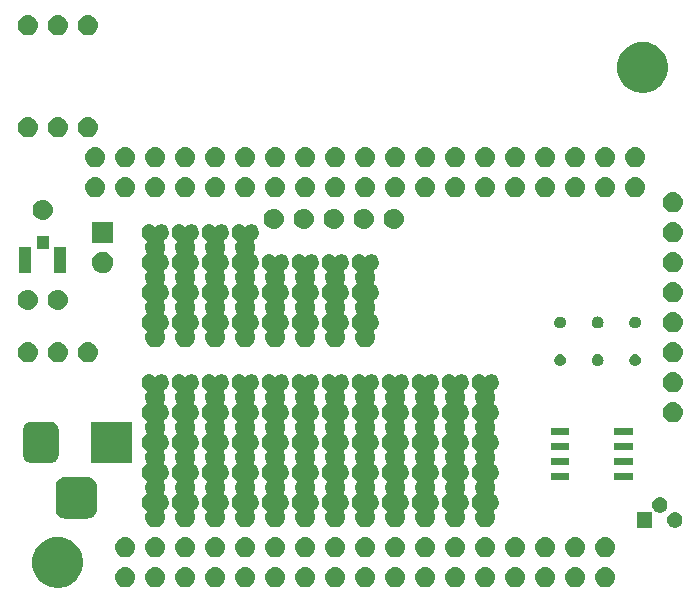
<source format=gbs>
G04 #@! TF.GenerationSoftware,KiCad,Pcbnew,5.0.2+dfsg1-1~bpo9+1*
G04 #@! TF.CreationDate,2020-07-03T00:24:56-04:00*
G04 #@! TF.ProjectId,attiny10,61747469-6e79-4313-902e-6b696361645f,0.10.a*
G04 #@! TF.SameCoordinates,Original*
G04 #@! TF.FileFunction,Soldermask,Bot*
G04 #@! TF.FilePolarity,Negative*
%FSLAX46Y46*%
G04 Gerber Fmt 4.6, Leading zero omitted, Abs format (unit mm)*
G04 Created by KiCad (PCBNEW 5.0.2+dfsg1-1~bpo9+1) date Fri 03 Jul 2020 12:24:56 AM EDT*
%MOMM*%
%LPD*%
G01*
G04 APERTURE LIST*
%ADD10C,0.150000*%
G04 APERTURE END LIST*
D10*
G36*
X34652578Y-99480000D02*
X34917132Y-99532623D01*
X35079203Y-99599755D01*
X35308406Y-99694694D01*
X35660548Y-99929988D01*
X35960012Y-100229452D01*
X36195306Y-100581594D01*
X36226480Y-100656855D01*
X36357377Y-100972868D01*
X36440000Y-101388243D01*
X36440000Y-101811757D01*
X36357377Y-102227132D01*
X36290245Y-102389203D01*
X36195306Y-102618406D01*
X35960012Y-102970548D01*
X35660548Y-103270012D01*
X35308406Y-103505306D01*
X35127670Y-103580169D01*
X34917132Y-103667377D01*
X34714414Y-103707700D01*
X34501758Y-103750000D01*
X34078242Y-103750000D01*
X33865586Y-103707700D01*
X33662868Y-103667377D01*
X33452330Y-103580169D01*
X33271594Y-103505306D01*
X32919452Y-103270012D01*
X32619988Y-102970548D01*
X32384694Y-102618406D01*
X32289755Y-102389203D01*
X32222623Y-102227132D01*
X32140000Y-101811757D01*
X32140000Y-101388243D01*
X32222623Y-100972868D01*
X32353520Y-100656855D01*
X32384694Y-100581594D01*
X32619988Y-100229452D01*
X32919452Y-99929988D01*
X33271594Y-99694694D01*
X33500797Y-99599755D01*
X33662868Y-99532623D01*
X33927422Y-99480000D01*
X34078242Y-99450000D01*
X34501758Y-99450000D01*
X34652578Y-99480000D01*
X34652578Y-99480000D01*
G37*
G36*
X47791630Y-102032299D02*
X47951855Y-102080903D01*
X48099520Y-102159831D01*
X48228949Y-102266051D01*
X48335169Y-102395480D01*
X48414097Y-102543145D01*
X48462701Y-102703370D01*
X48479112Y-102870000D01*
X48462701Y-103036630D01*
X48414097Y-103196855D01*
X48335169Y-103344520D01*
X48228949Y-103473949D01*
X48099520Y-103580169D01*
X47951855Y-103659097D01*
X47791630Y-103707701D01*
X47666752Y-103720000D01*
X47583248Y-103720000D01*
X47458370Y-103707701D01*
X47298145Y-103659097D01*
X47150480Y-103580169D01*
X47021051Y-103473949D01*
X46914831Y-103344520D01*
X46835903Y-103196855D01*
X46787299Y-103036630D01*
X46770888Y-102870000D01*
X46787299Y-102703370D01*
X46835903Y-102543145D01*
X46914831Y-102395480D01*
X47021051Y-102266051D01*
X47150480Y-102159831D01*
X47298145Y-102080903D01*
X47458370Y-102032299D01*
X47583248Y-102020000D01*
X47666752Y-102020000D01*
X47791630Y-102032299D01*
X47791630Y-102032299D01*
G37*
G36*
X65571630Y-102032299D02*
X65731855Y-102080903D01*
X65879520Y-102159831D01*
X66008949Y-102266051D01*
X66115169Y-102395480D01*
X66194097Y-102543145D01*
X66242701Y-102703370D01*
X66259112Y-102870000D01*
X66242701Y-103036630D01*
X66194097Y-103196855D01*
X66115169Y-103344520D01*
X66008949Y-103473949D01*
X65879520Y-103580169D01*
X65731855Y-103659097D01*
X65571630Y-103707701D01*
X65446752Y-103720000D01*
X65363248Y-103720000D01*
X65238370Y-103707701D01*
X65078145Y-103659097D01*
X64930480Y-103580169D01*
X64801051Y-103473949D01*
X64694831Y-103344520D01*
X64615903Y-103196855D01*
X64567299Y-103036630D01*
X64550888Y-102870000D01*
X64567299Y-102703370D01*
X64615903Y-102543145D01*
X64694831Y-102395480D01*
X64801051Y-102266051D01*
X64930480Y-102159831D01*
X65078145Y-102080903D01*
X65238370Y-102032299D01*
X65363248Y-102020000D01*
X65446752Y-102020000D01*
X65571630Y-102032299D01*
X65571630Y-102032299D01*
G37*
G36*
X60491630Y-102032299D02*
X60651855Y-102080903D01*
X60799520Y-102159831D01*
X60928949Y-102266051D01*
X61035169Y-102395480D01*
X61114097Y-102543145D01*
X61162701Y-102703370D01*
X61179112Y-102870000D01*
X61162701Y-103036630D01*
X61114097Y-103196855D01*
X61035169Y-103344520D01*
X60928949Y-103473949D01*
X60799520Y-103580169D01*
X60651855Y-103659097D01*
X60491630Y-103707701D01*
X60366752Y-103720000D01*
X60283248Y-103720000D01*
X60158370Y-103707701D01*
X59998145Y-103659097D01*
X59850480Y-103580169D01*
X59721051Y-103473949D01*
X59614831Y-103344520D01*
X59535903Y-103196855D01*
X59487299Y-103036630D01*
X59470888Y-102870000D01*
X59487299Y-102703370D01*
X59535903Y-102543145D01*
X59614831Y-102395480D01*
X59721051Y-102266051D01*
X59850480Y-102159831D01*
X59998145Y-102080903D01*
X60158370Y-102032299D01*
X60283248Y-102020000D01*
X60366752Y-102020000D01*
X60491630Y-102032299D01*
X60491630Y-102032299D01*
G37*
G36*
X55411630Y-102032299D02*
X55571855Y-102080903D01*
X55719520Y-102159831D01*
X55848949Y-102266051D01*
X55955169Y-102395480D01*
X56034097Y-102543145D01*
X56082701Y-102703370D01*
X56099112Y-102870000D01*
X56082701Y-103036630D01*
X56034097Y-103196855D01*
X55955169Y-103344520D01*
X55848949Y-103473949D01*
X55719520Y-103580169D01*
X55571855Y-103659097D01*
X55411630Y-103707701D01*
X55286752Y-103720000D01*
X55203248Y-103720000D01*
X55078370Y-103707701D01*
X54918145Y-103659097D01*
X54770480Y-103580169D01*
X54641051Y-103473949D01*
X54534831Y-103344520D01*
X54455903Y-103196855D01*
X54407299Y-103036630D01*
X54390888Y-102870000D01*
X54407299Y-102703370D01*
X54455903Y-102543145D01*
X54534831Y-102395480D01*
X54641051Y-102266051D01*
X54770480Y-102159831D01*
X54918145Y-102080903D01*
X55078370Y-102032299D01*
X55203248Y-102020000D01*
X55286752Y-102020000D01*
X55411630Y-102032299D01*
X55411630Y-102032299D01*
G37*
G36*
X63031630Y-102032299D02*
X63191855Y-102080903D01*
X63339520Y-102159831D01*
X63468949Y-102266051D01*
X63575169Y-102395480D01*
X63654097Y-102543145D01*
X63702701Y-102703370D01*
X63719112Y-102870000D01*
X63702701Y-103036630D01*
X63654097Y-103196855D01*
X63575169Y-103344520D01*
X63468949Y-103473949D01*
X63339520Y-103580169D01*
X63191855Y-103659097D01*
X63031630Y-103707701D01*
X62906752Y-103720000D01*
X62823248Y-103720000D01*
X62698370Y-103707701D01*
X62538145Y-103659097D01*
X62390480Y-103580169D01*
X62261051Y-103473949D01*
X62154831Y-103344520D01*
X62075903Y-103196855D01*
X62027299Y-103036630D01*
X62010888Y-102870000D01*
X62027299Y-102703370D01*
X62075903Y-102543145D01*
X62154831Y-102395480D01*
X62261051Y-102266051D01*
X62390480Y-102159831D01*
X62538145Y-102080903D01*
X62698370Y-102032299D01*
X62823248Y-102020000D01*
X62906752Y-102020000D01*
X63031630Y-102032299D01*
X63031630Y-102032299D01*
G37*
G36*
X57951630Y-102032299D02*
X58111855Y-102080903D01*
X58259520Y-102159831D01*
X58388949Y-102266051D01*
X58495169Y-102395480D01*
X58574097Y-102543145D01*
X58622701Y-102703370D01*
X58639112Y-102870000D01*
X58622701Y-103036630D01*
X58574097Y-103196855D01*
X58495169Y-103344520D01*
X58388949Y-103473949D01*
X58259520Y-103580169D01*
X58111855Y-103659097D01*
X57951630Y-103707701D01*
X57826752Y-103720000D01*
X57743248Y-103720000D01*
X57618370Y-103707701D01*
X57458145Y-103659097D01*
X57310480Y-103580169D01*
X57181051Y-103473949D01*
X57074831Y-103344520D01*
X56995903Y-103196855D01*
X56947299Y-103036630D01*
X56930888Y-102870000D01*
X56947299Y-102703370D01*
X56995903Y-102543145D01*
X57074831Y-102395480D01*
X57181051Y-102266051D01*
X57310480Y-102159831D01*
X57458145Y-102080903D01*
X57618370Y-102032299D01*
X57743248Y-102020000D01*
X57826752Y-102020000D01*
X57951630Y-102032299D01*
X57951630Y-102032299D01*
G37*
G36*
X50331630Y-102032299D02*
X50491855Y-102080903D01*
X50639520Y-102159831D01*
X50768949Y-102266051D01*
X50875169Y-102395480D01*
X50954097Y-102543145D01*
X51002701Y-102703370D01*
X51019112Y-102870000D01*
X51002701Y-103036630D01*
X50954097Y-103196855D01*
X50875169Y-103344520D01*
X50768949Y-103473949D01*
X50639520Y-103580169D01*
X50491855Y-103659097D01*
X50331630Y-103707701D01*
X50206752Y-103720000D01*
X50123248Y-103720000D01*
X49998370Y-103707701D01*
X49838145Y-103659097D01*
X49690480Y-103580169D01*
X49561051Y-103473949D01*
X49454831Y-103344520D01*
X49375903Y-103196855D01*
X49327299Y-103036630D01*
X49310888Y-102870000D01*
X49327299Y-102703370D01*
X49375903Y-102543145D01*
X49454831Y-102395480D01*
X49561051Y-102266051D01*
X49690480Y-102159831D01*
X49838145Y-102080903D01*
X49998370Y-102032299D01*
X50123248Y-102020000D01*
X50206752Y-102020000D01*
X50331630Y-102032299D01*
X50331630Y-102032299D01*
G37*
G36*
X45251630Y-102032299D02*
X45411855Y-102080903D01*
X45559520Y-102159831D01*
X45688949Y-102266051D01*
X45795169Y-102395480D01*
X45874097Y-102543145D01*
X45922701Y-102703370D01*
X45939112Y-102870000D01*
X45922701Y-103036630D01*
X45874097Y-103196855D01*
X45795169Y-103344520D01*
X45688949Y-103473949D01*
X45559520Y-103580169D01*
X45411855Y-103659097D01*
X45251630Y-103707701D01*
X45126752Y-103720000D01*
X45043248Y-103720000D01*
X44918370Y-103707701D01*
X44758145Y-103659097D01*
X44610480Y-103580169D01*
X44481051Y-103473949D01*
X44374831Y-103344520D01*
X44295903Y-103196855D01*
X44247299Y-103036630D01*
X44230888Y-102870000D01*
X44247299Y-102703370D01*
X44295903Y-102543145D01*
X44374831Y-102395480D01*
X44481051Y-102266051D01*
X44610480Y-102159831D01*
X44758145Y-102080903D01*
X44918370Y-102032299D01*
X45043248Y-102020000D01*
X45126752Y-102020000D01*
X45251630Y-102032299D01*
X45251630Y-102032299D01*
G37*
G36*
X52871630Y-102032299D02*
X53031855Y-102080903D01*
X53179520Y-102159831D01*
X53308949Y-102266051D01*
X53415169Y-102395480D01*
X53494097Y-102543145D01*
X53542701Y-102703370D01*
X53559112Y-102870000D01*
X53542701Y-103036630D01*
X53494097Y-103196855D01*
X53415169Y-103344520D01*
X53308949Y-103473949D01*
X53179520Y-103580169D01*
X53031855Y-103659097D01*
X52871630Y-103707701D01*
X52746752Y-103720000D01*
X52663248Y-103720000D01*
X52538370Y-103707701D01*
X52378145Y-103659097D01*
X52230480Y-103580169D01*
X52101051Y-103473949D01*
X51994831Y-103344520D01*
X51915903Y-103196855D01*
X51867299Y-103036630D01*
X51850888Y-102870000D01*
X51867299Y-102703370D01*
X51915903Y-102543145D01*
X51994831Y-102395480D01*
X52101051Y-102266051D01*
X52230480Y-102159831D01*
X52378145Y-102080903D01*
X52538370Y-102032299D01*
X52663248Y-102020000D01*
X52746752Y-102020000D01*
X52871630Y-102032299D01*
X52871630Y-102032299D01*
G37*
G36*
X68111630Y-102032299D02*
X68271855Y-102080903D01*
X68419520Y-102159831D01*
X68548949Y-102266051D01*
X68655169Y-102395480D01*
X68734097Y-102543145D01*
X68782701Y-102703370D01*
X68799112Y-102870000D01*
X68782701Y-103036630D01*
X68734097Y-103196855D01*
X68655169Y-103344520D01*
X68548949Y-103473949D01*
X68419520Y-103580169D01*
X68271855Y-103659097D01*
X68111630Y-103707701D01*
X67986752Y-103720000D01*
X67903248Y-103720000D01*
X67778370Y-103707701D01*
X67618145Y-103659097D01*
X67470480Y-103580169D01*
X67341051Y-103473949D01*
X67234831Y-103344520D01*
X67155903Y-103196855D01*
X67107299Y-103036630D01*
X67090888Y-102870000D01*
X67107299Y-102703370D01*
X67155903Y-102543145D01*
X67234831Y-102395480D01*
X67341051Y-102266051D01*
X67470480Y-102159831D01*
X67618145Y-102080903D01*
X67778370Y-102032299D01*
X67903248Y-102020000D01*
X67986752Y-102020000D01*
X68111630Y-102032299D01*
X68111630Y-102032299D01*
G37*
G36*
X42711630Y-102032299D02*
X42871855Y-102080903D01*
X43019520Y-102159831D01*
X43148949Y-102266051D01*
X43255169Y-102395480D01*
X43334097Y-102543145D01*
X43382701Y-102703370D01*
X43399112Y-102870000D01*
X43382701Y-103036630D01*
X43334097Y-103196855D01*
X43255169Y-103344520D01*
X43148949Y-103473949D01*
X43019520Y-103580169D01*
X42871855Y-103659097D01*
X42711630Y-103707701D01*
X42586752Y-103720000D01*
X42503248Y-103720000D01*
X42378370Y-103707701D01*
X42218145Y-103659097D01*
X42070480Y-103580169D01*
X41941051Y-103473949D01*
X41834831Y-103344520D01*
X41755903Y-103196855D01*
X41707299Y-103036630D01*
X41690888Y-102870000D01*
X41707299Y-102703370D01*
X41755903Y-102543145D01*
X41834831Y-102395480D01*
X41941051Y-102266051D01*
X42070480Y-102159831D01*
X42218145Y-102080903D01*
X42378370Y-102032299D01*
X42503248Y-102020000D01*
X42586752Y-102020000D01*
X42711630Y-102032299D01*
X42711630Y-102032299D01*
G37*
G36*
X40171630Y-102032299D02*
X40331855Y-102080903D01*
X40479520Y-102159831D01*
X40608949Y-102266051D01*
X40715169Y-102395480D01*
X40794097Y-102543145D01*
X40842701Y-102703370D01*
X40859112Y-102870000D01*
X40842701Y-103036630D01*
X40794097Y-103196855D01*
X40715169Y-103344520D01*
X40608949Y-103473949D01*
X40479520Y-103580169D01*
X40331855Y-103659097D01*
X40171630Y-103707701D01*
X40046752Y-103720000D01*
X39963248Y-103720000D01*
X39838370Y-103707701D01*
X39678145Y-103659097D01*
X39530480Y-103580169D01*
X39401051Y-103473949D01*
X39294831Y-103344520D01*
X39215903Y-103196855D01*
X39167299Y-103036630D01*
X39150888Y-102870000D01*
X39167299Y-102703370D01*
X39215903Y-102543145D01*
X39294831Y-102395480D01*
X39401051Y-102266051D01*
X39530480Y-102159831D01*
X39678145Y-102080903D01*
X39838370Y-102032299D01*
X39963248Y-102020000D01*
X40046752Y-102020000D01*
X40171630Y-102032299D01*
X40171630Y-102032299D01*
G37*
G36*
X75731630Y-102032299D02*
X75891855Y-102080903D01*
X76039520Y-102159831D01*
X76168949Y-102266051D01*
X76275169Y-102395480D01*
X76354097Y-102543145D01*
X76402701Y-102703370D01*
X76419112Y-102870000D01*
X76402701Y-103036630D01*
X76354097Y-103196855D01*
X76275169Y-103344520D01*
X76168949Y-103473949D01*
X76039520Y-103580169D01*
X75891855Y-103659097D01*
X75731630Y-103707701D01*
X75606752Y-103720000D01*
X75523248Y-103720000D01*
X75398370Y-103707701D01*
X75238145Y-103659097D01*
X75090480Y-103580169D01*
X74961051Y-103473949D01*
X74854831Y-103344520D01*
X74775903Y-103196855D01*
X74727299Y-103036630D01*
X74710888Y-102870000D01*
X74727299Y-102703370D01*
X74775903Y-102543145D01*
X74854831Y-102395480D01*
X74961051Y-102266051D01*
X75090480Y-102159831D01*
X75238145Y-102080903D01*
X75398370Y-102032299D01*
X75523248Y-102020000D01*
X75606752Y-102020000D01*
X75731630Y-102032299D01*
X75731630Y-102032299D01*
G37*
G36*
X70651630Y-102032299D02*
X70811855Y-102080903D01*
X70959520Y-102159831D01*
X71088949Y-102266051D01*
X71195169Y-102395480D01*
X71274097Y-102543145D01*
X71322701Y-102703370D01*
X71339112Y-102870000D01*
X71322701Y-103036630D01*
X71274097Y-103196855D01*
X71195169Y-103344520D01*
X71088949Y-103473949D01*
X70959520Y-103580169D01*
X70811855Y-103659097D01*
X70651630Y-103707701D01*
X70526752Y-103720000D01*
X70443248Y-103720000D01*
X70318370Y-103707701D01*
X70158145Y-103659097D01*
X70010480Y-103580169D01*
X69881051Y-103473949D01*
X69774831Y-103344520D01*
X69695903Y-103196855D01*
X69647299Y-103036630D01*
X69630888Y-102870000D01*
X69647299Y-102703370D01*
X69695903Y-102543145D01*
X69774831Y-102395480D01*
X69881051Y-102266051D01*
X70010480Y-102159831D01*
X70158145Y-102080903D01*
X70318370Y-102032299D01*
X70443248Y-102020000D01*
X70526752Y-102020000D01*
X70651630Y-102032299D01*
X70651630Y-102032299D01*
G37*
G36*
X78271630Y-102032299D02*
X78431855Y-102080903D01*
X78579520Y-102159831D01*
X78708949Y-102266051D01*
X78815169Y-102395480D01*
X78894097Y-102543145D01*
X78942701Y-102703370D01*
X78959112Y-102870000D01*
X78942701Y-103036630D01*
X78894097Y-103196855D01*
X78815169Y-103344520D01*
X78708949Y-103473949D01*
X78579520Y-103580169D01*
X78431855Y-103659097D01*
X78271630Y-103707701D01*
X78146752Y-103720000D01*
X78063248Y-103720000D01*
X77938370Y-103707701D01*
X77778145Y-103659097D01*
X77630480Y-103580169D01*
X77501051Y-103473949D01*
X77394831Y-103344520D01*
X77315903Y-103196855D01*
X77267299Y-103036630D01*
X77250888Y-102870000D01*
X77267299Y-102703370D01*
X77315903Y-102543145D01*
X77394831Y-102395480D01*
X77501051Y-102266051D01*
X77630480Y-102159831D01*
X77778145Y-102080903D01*
X77938370Y-102032299D01*
X78063248Y-102020000D01*
X78146752Y-102020000D01*
X78271630Y-102032299D01*
X78271630Y-102032299D01*
G37*
G36*
X73191630Y-102032299D02*
X73351855Y-102080903D01*
X73499520Y-102159831D01*
X73628949Y-102266051D01*
X73735169Y-102395480D01*
X73814097Y-102543145D01*
X73862701Y-102703370D01*
X73879112Y-102870000D01*
X73862701Y-103036630D01*
X73814097Y-103196855D01*
X73735169Y-103344520D01*
X73628949Y-103473949D01*
X73499520Y-103580169D01*
X73351855Y-103659097D01*
X73191630Y-103707701D01*
X73066752Y-103720000D01*
X72983248Y-103720000D01*
X72858370Y-103707701D01*
X72698145Y-103659097D01*
X72550480Y-103580169D01*
X72421051Y-103473949D01*
X72314831Y-103344520D01*
X72235903Y-103196855D01*
X72187299Y-103036630D01*
X72170888Y-102870000D01*
X72187299Y-102703370D01*
X72235903Y-102543145D01*
X72314831Y-102395480D01*
X72421051Y-102266051D01*
X72550480Y-102159831D01*
X72698145Y-102080903D01*
X72858370Y-102032299D01*
X72983248Y-102020000D01*
X73066752Y-102020000D01*
X73191630Y-102032299D01*
X73191630Y-102032299D01*
G37*
G36*
X80811630Y-102032299D02*
X80971855Y-102080903D01*
X81119520Y-102159831D01*
X81248949Y-102266051D01*
X81355169Y-102395480D01*
X81434097Y-102543145D01*
X81482701Y-102703370D01*
X81499112Y-102870000D01*
X81482701Y-103036630D01*
X81434097Y-103196855D01*
X81355169Y-103344520D01*
X81248949Y-103473949D01*
X81119520Y-103580169D01*
X80971855Y-103659097D01*
X80811630Y-103707701D01*
X80686752Y-103720000D01*
X80603248Y-103720000D01*
X80478370Y-103707701D01*
X80318145Y-103659097D01*
X80170480Y-103580169D01*
X80041051Y-103473949D01*
X79934831Y-103344520D01*
X79855903Y-103196855D01*
X79807299Y-103036630D01*
X79790888Y-102870000D01*
X79807299Y-102703370D01*
X79855903Y-102543145D01*
X79934831Y-102395480D01*
X80041051Y-102266051D01*
X80170480Y-102159831D01*
X80318145Y-102080903D01*
X80478370Y-102032299D01*
X80603248Y-102020000D01*
X80686752Y-102020000D01*
X80811630Y-102032299D01*
X80811630Y-102032299D01*
G37*
G36*
X65571630Y-99492299D02*
X65731855Y-99540903D01*
X65879520Y-99619831D01*
X66008949Y-99726051D01*
X66115169Y-99855480D01*
X66194097Y-100003145D01*
X66242701Y-100163370D01*
X66259112Y-100330000D01*
X66242701Y-100496630D01*
X66194097Y-100656855D01*
X66115169Y-100804520D01*
X66008949Y-100933949D01*
X65879520Y-101040169D01*
X65731855Y-101119097D01*
X65571630Y-101167701D01*
X65446752Y-101180000D01*
X65363248Y-101180000D01*
X65238370Y-101167701D01*
X65078145Y-101119097D01*
X64930480Y-101040169D01*
X64801051Y-100933949D01*
X64694831Y-100804520D01*
X64615903Y-100656855D01*
X64567299Y-100496630D01*
X64550888Y-100330000D01*
X64567299Y-100163370D01*
X64615903Y-100003145D01*
X64694831Y-99855480D01*
X64801051Y-99726051D01*
X64930480Y-99619831D01*
X65078145Y-99540903D01*
X65238370Y-99492299D01*
X65363248Y-99480000D01*
X65446752Y-99480000D01*
X65571630Y-99492299D01*
X65571630Y-99492299D01*
G37*
G36*
X55411630Y-99492299D02*
X55571855Y-99540903D01*
X55719520Y-99619831D01*
X55848949Y-99726051D01*
X55955169Y-99855480D01*
X56034097Y-100003145D01*
X56082701Y-100163370D01*
X56099112Y-100330000D01*
X56082701Y-100496630D01*
X56034097Y-100656855D01*
X55955169Y-100804520D01*
X55848949Y-100933949D01*
X55719520Y-101040169D01*
X55571855Y-101119097D01*
X55411630Y-101167701D01*
X55286752Y-101180000D01*
X55203248Y-101180000D01*
X55078370Y-101167701D01*
X54918145Y-101119097D01*
X54770480Y-101040169D01*
X54641051Y-100933949D01*
X54534831Y-100804520D01*
X54455903Y-100656855D01*
X54407299Y-100496630D01*
X54390888Y-100330000D01*
X54407299Y-100163370D01*
X54455903Y-100003145D01*
X54534831Y-99855480D01*
X54641051Y-99726051D01*
X54770480Y-99619831D01*
X54918145Y-99540903D01*
X55078370Y-99492299D01*
X55203248Y-99480000D01*
X55286752Y-99480000D01*
X55411630Y-99492299D01*
X55411630Y-99492299D01*
G37*
G36*
X60491630Y-99492299D02*
X60651855Y-99540903D01*
X60799520Y-99619831D01*
X60928949Y-99726051D01*
X61035169Y-99855480D01*
X61114097Y-100003145D01*
X61162701Y-100163370D01*
X61179112Y-100330000D01*
X61162701Y-100496630D01*
X61114097Y-100656855D01*
X61035169Y-100804520D01*
X60928949Y-100933949D01*
X60799520Y-101040169D01*
X60651855Y-101119097D01*
X60491630Y-101167701D01*
X60366752Y-101180000D01*
X60283248Y-101180000D01*
X60158370Y-101167701D01*
X59998145Y-101119097D01*
X59850480Y-101040169D01*
X59721051Y-100933949D01*
X59614831Y-100804520D01*
X59535903Y-100656855D01*
X59487299Y-100496630D01*
X59470888Y-100330000D01*
X59487299Y-100163370D01*
X59535903Y-100003145D01*
X59614831Y-99855480D01*
X59721051Y-99726051D01*
X59850480Y-99619831D01*
X59998145Y-99540903D01*
X60158370Y-99492299D01*
X60283248Y-99480000D01*
X60366752Y-99480000D01*
X60491630Y-99492299D01*
X60491630Y-99492299D01*
G37*
G36*
X47791630Y-99492299D02*
X47951855Y-99540903D01*
X48099520Y-99619831D01*
X48228949Y-99726051D01*
X48335169Y-99855480D01*
X48414097Y-100003145D01*
X48462701Y-100163370D01*
X48479112Y-100330000D01*
X48462701Y-100496630D01*
X48414097Y-100656855D01*
X48335169Y-100804520D01*
X48228949Y-100933949D01*
X48099520Y-101040169D01*
X47951855Y-101119097D01*
X47791630Y-101167701D01*
X47666752Y-101180000D01*
X47583248Y-101180000D01*
X47458370Y-101167701D01*
X47298145Y-101119097D01*
X47150480Y-101040169D01*
X47021051Y-100933949D01*
X46914831Y-100804520D01*
X46835903Y-100656855D01*
X46787299Y-100496630D01*
X46770888Y-100330000D01*
X46787299Y-100163370D01*
X46835903Y-100003145D01*
X46914831Y-99855480D01*
X47021051Y-99726051D01*
X47150480Y-99619831D01*
X47298145Y-99540903D01*
X47458370Y-99492299D01*
X47583248Y-99480000D01*
X47666752Y-99480000D01*
X47791630Y-99492299D01*
X47791630Y-99492299D01*
G37*
G36*
X63031630Y-99492299D02*
X63191855Y-99540903D01*
X63339520Y-99619831D01*
X63468949Y-99726051D01*
X63575169Y-99855480D01*
X63654097Y-100003145D01*
X63702701Y-100163370D01*
X63719112Y-100330000D01*
X63702701Y-100496630D01*
X63654097Y-100656855D01*
X63575169Y-100804520D01*
X63468949Y-100933949D01*
X63339520Y-101040169D01*
X63191855Y-101119097D01*
X63031630Y-101167701D01*
X62906752Y-101180000D01*
X62823248Y-101180000D01*
X62698370Y-101167701D01*
X62538145Y-101119097D01*
X62390480Y-101040169D01*
X62261051Y-100933949D01*
X62154831Y-100804520D01*
X62075903Y-100656855D01*
X62027299Y-100496630D01*
X62010888Y-100330000D01*
X62027299Y-100163370D01*
X62075903Y-100003145D01*
X62154831Y-99855480D01*
X62261051Y-99726051D01*
X62390480Y-99619831D01*
X62538145Y-99540903D01*
X62698370Y-99492299D01*
X62823248Y-99480000D01*
X62906752Y-99480000D01*
X63031630Y-99492299D01*
X63031630Y-99492299D01*
G37*
G36*
X52871630Y-99492299D02*
X53031855Y-99540903D01*
X53179520Y-99619831D01*
X53308949Y-99726051D01*
X53415169Y-99855480D01*
X53494097Y-100003145D01*
X53542701Y-100163370D01*
X53559112Y-100330000D01*
X53542701Y-100496630D01*
X53494097Y-100656855D01*
X53415169Y-100804520D01*
X53308949Y-100933949D01*
X53179520Y-101040169D01*
X53031855Y-101119097D01*
X52871630Y-101167701D01*
X52746752Y-101180000D01*
X52663248Y-101180000D01*
X52538370Y-101167701D01*
X52378145Y-101119097D01*
X52230480Y-101040169D01*
X52101051Y-100933949D01*
X51994831Y-100804520D01*
X51915903Y-100656855D01*
X51867299Y-100496630D01*
X51850888Y-100330000D01*
X51867299Y-100163370D01*
X51915903Y-100003145D01*
X51994831Y-99855480D01*
X52101051Y-99726051D01*
X52230480Y-99619831D01*
X52378145Y-99540903D01*
X52538370Y-99492299D01*
X52663248Y-99480000D01*
X52746752Y-99480000D01*
X52871630Y-99492299D01*
X52871630Y-99492299D01*
G37*
G36*
X50331630Y-99492299D02*
X50491855Y-99540903D01*
X50639520Y-99619831D01*
X50768949Y-99726051D01*
X50875169Y-99855480D01*
X50954097Y-100003145D01*
X51002701Y-100163370D01*
X51019112Y-100330000D01*
X51002701Y-100496630D01*
X50954097Y-100656855D01*
X50875169Y-100804520D01*
X50768949Y-100933949D01*
X50639520Y-101040169D01*
X50491855Y-101119097D01*
X50331630Y-101167701D01*
X50206752Y-101180000D01*
X50123248Y-101180000D01*
X49998370Y-101167701D01*
X49838145Y-101119097D01*
X49690480Y-101040169D01*
X49561051Y-100933949D01*
X49454831Y-100804520D01*
X49375903Y-100656855D01*
X49327299Y-100496630D01*
X49310888Y-100330000D01*
X49327299Y-100163370D01*
X49375903Y-100003145D01*
X49454831Y-99855480D01*
X49561051Y-99726051D01*
X49690480Y-99619831D01*
X49838145Y-99540903D01*
X49998370Y-99492299D01*
X50123248Y-99480000D01*
X50206752Y-99480000D01*
X50331630Y-99492299D01*
X50331630Y-99492299D01*
G37*
G36*
X45251630Y-99492299D02*
X45411855Y-99540903D01*
X45559520Y-99619831D01*
X45688949Y-99726051D01*
X45795169Y-99855480D01*
X45874097Y-100003145D01*
X45922701Y-100163370D01*
X45939112Y-100330000D01*
X45922701Y-100496630D01*
X45874097Y-100656855D01*
X45795169Y-100804520D01*
X45688949Y-100933949D01*
X45559520Y-101040169D01*
X45411855Y-101119097D01*
X45251630Y-101167701D01*
X45126752Y-101180000D01*
X45043248Y-101180000D01*
X44918370Y-101167701D01*
X44758145Y-101119097D01*
X44610480Y-101040169D01*
X44481051Y-100933949D01*
X44374831Y-100804520D01*
X44295903Y-100656855D01*
X44247299Y-100496630D01*
X44230888Y-100330000D01*
X44247299Y-100163370D01*
X44295903Y-100003145D01*
X44374831Y-99855480D01*
X44481051Y-99726051D01*
X44610480Y-99619831D01*
X44758145Y-99540903D01*
X44918370Y-99492299D01*
X45043248Y-99480000D01*
X45126752Y-99480000D01*
X45251630Y-99492299D01*
X45251630Y-99492299D01*
G37*
G36*
X68111630Y-99492299D02*
X68271855Y-99540903D01*
X68419520Y-99619831D01*
X68548949Y-99726051D01*
X68655169Y-99855480D01*
X68734097Y-100003145D01*
X68782701Y-100163370D01*
X68799112Y-100330000D01*
X68782701Y-100496630D01*
X68734097Y-100656855D01*
X68655169Y-100804520D01*
X68548949Y-100933949D01*
X68419520Y-101040169D01*
X68271855Y-101119097D01*
X68111630Y-101167701D01*
X67986752Y-101180000D01*
X67903248Y-101180000D01*
X67778370Y-101167701D01*
X67618145Y-101119097D01*
X67470480Y-101040169D01*
X67341051Y-100933949D01*
X67234831Y-100804520D01*
X67155903Y-100656855D01*
X67107299Y-100496630D01*
X67090888Y-100330000D01*
X67107299Y-100163370D01*
X67155903Y-100003145D01*
X67234831Y-99855480D01*
X67341051Y-99726051D01*
X67470480Y-99619831D01*
X67618145Y-99540903D01*
X67778370Y-99492299D01*
X67903248Y-99480000D01*
X67986752Y-99480000D01*
X68111630Y-99492299D01*
X68111630Y-99492299D01*
G37*
G36*
X40171630Y-99492299D02*
X40331855Y-99540903D01*
X40479520Y-99619831D01*
X40608949Y-99726051D01*
X40715169Y-99855480D01*
X40794097Y-100003145D01*
X40842701Y-100163370D01*
X40859112Y-100330000D01*
X40842701Y-100496630D01*
X40794097Y-100656855D01*
X40715169Y-100804520D01*
X40608949Y-100933949D01*
X40479520Y-101040169D01*
X40331855Y-101119097D01*
X40171630Y-101167701D01*
X40046752Y-101180000D01*
X39963248Y-101180000D01*
X39838370Y-101167701D01*
X39678145Y-101119097D01*
X39530480Y-101040169D01*
X39401051Y-100933949D01*
X39294831Y-100804520D01*
X39215903Y-100656855D01*
X39167299Y-100496630D01*
X39150888Y-100330000D01*
X39167299Y-100163370D01*
X39215903Y-100003145D01*
X39294831Y-99855480D01*
X39401051Y-99726051D01*
X39530480Y-99619831D01*
X39678145Y-99540903D01*
X39838370Y-99492299D01*
X39963248Y-99480000D01*
X40046752Y-99480000D01*
X40171630Y-99492299D01*
X40171630Y-99492299D01*
G37*
G36*
X73191630Y-99492299D02*
X73351855Y-99540903D01*
X73499520Y-99619831D01*
X73628949Y-99726051D01*
X73735169Y-99855480D01*
X73814097Y-100003145D01*
X73862701Y-100163370D01*
X73879112Y-100330000D01*
X73862701Y-100496630D01*
X73814097Y-100656855D01*
X73735169Y-100804520D01*
X73628949Y-100933949D01*
X73499520Y-101040169D01*
X73351855Y-101119097D01*
X73191630Y-101167701D01*
X73066752Y-101180000D01*
X72983248Y-101180000D01*
X72858370Y-101167701D01*
X72698145Y-101119097D01*
X72550480Y-101040169D01*
X72421051Y-100933949D01*
X72314831Y-100804520D01*
X72235903Y-100656855D01*
X72187299Y-100496630D01*
X72170888Y-100330000D01*
X72187299Y-100163370D01*
X72235903Y-100003145D01*
X72314831Y-99855480D01*
X72421051Y-99726051D01*
X72550480Y-99619831D01*
X72698145Y-99540903D01*
X72858370Y-99492299D01*
X72983248Y-99480000D01*
X73066752Y-99480000D01*
X73191630Y-99492299D01*
X73191630Y-99492299D01*
G37*
G36*
X78271630Y-99492299D02*
X78431855Y-99540903D01*
X78579520Y-99619831D01*
X78708949Y-99726051D01*
X78815169Y-99855480D01*
X78894097Y-100003145D01*
X78942701Y-100163370D01*
X78959112Y-100330000D01*
X78942701Y-100496630D01*
X78894097Y-100656855D01*
X78815169Y-100804520D01*
X78708949Y-100933949D01*
X78579520Y-101040169D01*
X78431855Y-101119097D01*
X78271630Y-101167701D01*
X78146752Y-101180000D01*
X78063248Y-101180000D01*
X77938370Y-101167701D01*
X77778145Y-101119097D01*
X77630480Y-101040169D01*
X77501051Y-100933949D01*
X77394831Y-100804520D01*
X77315903Y-100656855D01*
X77267299Y-100496630D01*
X77250888Y-100330000D01*
X77267299Y-100163370D01*
X77315903Y-100003145D01*
X77394831Y-99855480D01*
X77501051Y-99726051D01*
X77630480Y-99619831D01*
X77778145Y-99540903D01*
X77938370Y-99492299D01*
X78063248Y-99480000D01*
X78146752Y-99480000D01*
X78271630Y-99492299D01*
X78271630Y-99492299D01*
G37*
G36*
X80811630Y-99492299D02*
X80971855Y-99540903D01*
X81119520Y-99619831D01*
X81248949Y-99726051D01*
X81355169Y-99855480D01*
X81434097Y-100003145D01*
X81482701Y-100163370D01*
X81499112Y-100330000D01*
X81482701Y-100496630D01*
X81434097Y-100656855D01*
X81355169Y-100804520D01*
X81248949Y-100933949D01*
X81119520Y-101040169D01*
X80971855Y-101119097D01*
X80811630Y-101167701D01*
X80686752Y-101180000D01*
X80603248Y-101180000D01*
X80478370Y-101167701D01*
X80318145Y-101119097D01*
X80170480Y-101040169D01*
X80041051Y-100933949D01*
X79934831Y-100804520D01*
X79855903Y-100656855D01*
X79807299Y-100496630D01*
X79790888Y-100330000D01*
X79807299Y-100163370D01*
X79855903Y-100003145D01*
X79934831Y-99855480D01*
X80041051Y-99726051D01*
X80170480Y-99619831D01*
X80318145Y-99540903D01*
X80478370Y-99492299D01*
X80603248Y-99480000D01*
X80686752Y-99480000D01*
X80811630Y-99492299D01*
X80811630Y-99492299D01*
G37*
G36*
X57951630Y-99492299D02*
X58111855Y-99540903D01*
X58259520Y-99619831D01*
X58388949Y-99726051D01*
X58495169Y-99855480D01*
X58574097Y-100003145D01*
X58622701Y-100163370D01*
X58639112Y-100330000D01*
X58622701Y-100496630D01*
X58574097Y-100656855D01*
X58495169Y-100804520D01*
X58388949Y-100933949D01*
X58259520Y-101040169D01*
X58111855Y-101119097D01*
X57951630Y-101167701D01*
X57826752Y-101180000D01*
X57743248Y-101180000D01*
X57618370Y-101167701D01*
X57458145Y-101119097D01*
X57310480Y-101040169D01*
X57181051Y-100933949D01*
X57074831Y-100804520D01*
X56995903Y-100656855D01*
X56947299Y-100496630D01*
X56930888Y-100330000D01*
X56947299Y-100163370D01*
X56995903Y-100003145D01*
X57074831Y-99855480D01*
X57181051Y-99726051D01*
X57310480Y-99619831D01*
X57458145Y-99540903D01*
X57618370Y-99492299D01*
X57743248Y-99480000D01*
X57826752Y-99480000D01*
X57951630Y-99492299D01*
X57951630Y-99492299D01*
G37*
G36*
X75731630Y-99492299D02*
X75891855Y-99540903D01*
X76039520Y-99619831D01*
X76168949Y-99726051D01*
X76275169Y-99855480D01*
X76354097Y-100003145D01*
X76402701Y-100163370D01*
X76419112Y-100330000D01*
X76402701Y-100496630D01*
X76354097Y-100656855D01*
X76275169Y-100804520D01*
X76168949Y-100933949D01*
X76039520Y-101040169D01*
X75891855Y-101119097D01*
X75731630Y-101167701D01*
X75606752Y-101180000D01*
X75523248Y-101180000D01*
X75398370Y-101167701D01*
X75238145Y-101119097D01*
X75090480Y-101040169D01*
X74961051Y-100933949D01*
X74854831Y-100804520D01*
X74775903Y-100656855D01*
X74727299Y-100496630D01*
X74710888Y-100330000D01*
X74727299Y-100163370D01*
X74775903Y-100003145D01*
X74854831Y-99855480D01*
X74961051Y-99726051D01*
X75090480Y-99619831D01*
X75238145Y-99540903D01*
X75398370Y-99492299D01*
X75523248Y-99480000D01*
X75606752Y-99480000D01*
X75731630Y-99492299D01*
X75731630Y-99492299D01*
G37*
G36*
X70651630Y-99492299D02*
X70811855Y-99540903D01*
X70959520Y-99619831D01*
X71088949Y-99726051D01*
X71195169Y-99855480D01*
X71274097Y-100003145D01*
X71322701Y-100163370D01*
X71339112Y-100330000D01*
X71322701Y-100496630D01*
X71274097Y-100656855D01*
X71195169Y-100804520D01*
X71088949Y-100933949D01*
X70959520Y-101040169D01*
X70811855Y-101119097D01*
X70651630Y-101167701D01*
X70526752Y-101180000D01*
X70443248Y-101180000D01*
X70318370Y-101167701D01*
X70158145Y-101119097D01*
X70010480Y-101040169D01*
X69881051Y-100933949D01*
X69774831Y-100804520D01*
X69695903Y-100656855D01*
X69647299Y-100496630D01*
X69630888Y-100330000D01*
X69647299Y-100163370D01*
X69695903Y-100003145D01*
X69774831Y-99855480D01*
X69881051Y-99726051D01*
X70010480Y-99619831D01*
X70158145Y-99540903D01*
X70318370Y-99492299D01*
X70443248Y-99480000D01*
X70526752Y-99480000D01*
X70651630Y-99492299D01*
X70651630Y-99492299D01*
G37*
G36*
X42711630Y-99492299D02*
X42871855Y-99540903D01*
X43019520Y-99619831D01*
X43148949Y-99726051D01*
X43255169Y-99855480D01*
X43334097Y-100003145D01*
X43382701Y-100163370D01*
X43399112Y-100330000D01*
X43382701Y-100496630D01*
X43334097Y-100656855D01*
X43255169Y-100804520D01*
X43148949Y-100933949D01*
X43019520Y-101040169D01*
X42871855Y-101119097D01*
X42711630Y-101167701D01*
X42586752Y-101180000D01*
X42503248Y-101180000D01*
X42378370Y-101167701D01*
X42218145Y-101119097D01*
X42070480Y-101040169D01*
X41941051Y-100933949D01*
X41834831Y-100804520D01*
X41755903Y-100656855D01*
X41707299Y-100496630D01*
X41690888Y-100330000D01*
X41707299Y-100163370D01*
X41755903Y-100003145D01*
X41834831Y-99855480D01*
X41941051Y-99726051D01*
X42070480Y-99619831D01*
X42218145Y-99540903D01*
X42378370Y-99492299D01*
X42503248Y-99480000D01*
X42586752Y-99480000D01*
X42711630Y-99492299D01*
X42711630Y-99492299D01*
G37*
G36*
X86687738Y-97366653D02*
X86729598Y-97374979D01*
X86761516Y-97388200D01*
X86847890Y-97423977D01*
X86954354Y-97495114D01*
X87044886Y-97585646D01*
X87116023Y-97692110D01*
X87165021Y-97810403D01*
X87190000Y-97935979D01*
X87190000Y-98064021D01*
X87165021Y-98189597D01*
X87116023Y-98307890D01*
X87044886Y-98414354D01*
X86954354Y-98504886D01*
X86847890Y-98576023D01*
X86764245Y-98610670D01*
X86729598Y-98625021D01*
X86687738Y-98633347D01*
X86604021Y-98650000D01*
X86475979Y-98650000D01*
X86392262Y-98633347D01*
X86350402Y-98625021D01*
X86315755Y-98610670D01*
X86232110Y-98576023D01*
X86125646Y-98504886D01*
X86035114Y-98414354D01*
X85963977Y-98307890D01*
X85914979Y-98189597D01*
X85890000Y-98064021D01*
X85890000Y-97935979D01*
X85914979Y-97810403D01*
X85963977Y-97692110D01*
X86035114Y-97585646D01*
X86125646Y-97495114D01*
X86232110Y-97423977D01*
X86318484Y-97388200D01*
X86350402Y-97374979D01*
X86392262Y-97366653D01*
X86475979Y-97350000D01*
X86604021Y-97350000D01*
X86687738Y-97366653D01*
X86687738Y-97366653D01*
G37*
G36*
X84650000Y-98650000D02*
X83350000Y-98650000D01*
X83350000Y-97350000D01*
X84650000Y-97350000D01*
X84650000Y-98650000D01*
X84650000Y-98650000D01*
G37*
G36*
X48277620Y-85668682D02*
X48390720Y-85702990D01*
X48494954Y-85758704D01*
X48586317Y-85833683D01*
X48661296Y-85925045D01*
X48717010Y-86029279D01*
X48751318Y-86142379D01*
X48760000Y-86230526D01*
X48760000Y-86489473D01*
X48751318Y-86577620D01*
X48717010Y-86690720D01*
X48661296Y-86794955D01*
X48586317Y-86886317D01*
X48494955Y-86961296D01*
X48400174Y-87011957D01*
X48379811Y-87025564D01*
X48362484Y-87042891D01*
X48348870Y-87063266D01*
X48339492Y-87085905D01*
X48334712Y-87109938D01*
X48334712Y-87134442D01*
X48339493Y-87158476D01*
X48348870Y-87181114D01*
X48386117Y-87250799D01*
X48414097Y-87303145D01*
X48414097Y-87303146D01*
X48462701Y-87463370D01*
X48479112Y-87630000D01*
X48462701Y-87796630D01*
X48423273Y-87926604D01*
X48414097Y-87956855D01*
X48386117Y-88009201D01*
X48348870Y-88078886D01*
X48339492Y-88101525D01*
X48334712Y-88125558D01*
X48334712Y-88150063D01*
X48339493Y-88174096D01*
X48348870Y-88196735D01*
X48362484Y-88217110D01*
X48379811Y-88234437D01*
X48400178Y-88248046D01*
X48494954Y-88298704D01*
X48586317Y-88373683D01*
X48661296Y-88465045D01*
X48717010Y-88569279D01*
X48751318Y-88682379D01*
X48760000Y-88770526D01*
X48760000Y-89029473D01*
X48751318Y-89117620D01*
X48717010Y-89230720D01*
X48661296Y-89334955D01*
X48586317Y-89426317D01*
X48494955Y-89501296D01*
X48400174Y-89551957D01*
X48379811Y-89565564D01*
X48362484Y-89582891D01*
X48348870Y-89603266D01*
X48339492Y-89625905D01*
X48334712Y-89649938D01*
X48334712Y-89674442D01*
X48339493Y-89698476D01*
X48348870Y-89721114D01*
X48386117Y-89790799D01*
X48414097Y-89843145D01*
X48414097Y-89843146D01*
X48462701Y-90003370D01*
X48479112Y-90170000D01*
X48462701Y-90336630D01*
X48423273Y-90466604D01*
X48414097Y-90496855D01*
X48386117Y-90549201D01*
X48348870Y-90618886D01*
X48339492Y-90641525D01*
X48334712Y-90665558D01*
X48334712Y-90690063D01*
X48339493Y-90714096D01*
X48348870Y-90736735D01*
X48362484Y-90757110D01*
X48379811Y-90774437D01*
X48400178Y-90788046D01*
X48494954Y-90838704D01*
X48586317Y-90913683D01*
X48661296Y-91005045D01*
X48717010Y-91109279D01*
X48751318Y-91222379D01*
X48760000Y-91310526D01*
X48760000Y-91569473D01*
X48751318Y-91657620D01*
X48717010Y-91770720D01*
X48661296Y-91874955D01*
X48586317Y-91966317D01*
X48494955Y-92041296D01*
X48400174Y-92091957D01*
X48379811Y-92105564D01*
X48362484Y-92122891D01*
X48348870Y-92143266D01*
X48339492Y-92165905D01*
X48334712Y-92189938D01*
X48334712Y-92214442D01*
X48339493Y-92238476D01*
X48348870Y-92261114D01*
X48386117Y-92330799D01*
X48414097Y-92383145D01*
X48414097Y-92383146D01*
X48462701Y-92543370D01*
X48479112Y-92710000D01*
X48462701Y-92876630D01*
X48434277Y-92970330D01*
X48414097Y-93036855D01*
X48386117Y-93089201D01*
X48348870Y-93158886D01*
X48339492Y-93181525D01*
X48334712Y-93205558D01*
X48334712Y-93230063D01*
X48339493Y-93254096D01*
X48348870Y-93276735D01*
X48362484Y-93297110D01*
X48379811Y-93314437D01*
X48400178Y-93328046D01*
X48494954Y-93378704D01*
X48586317Y-93453683D01*
X48661296Y-93545045D01*
X48717010Y-93649279D01*
X48751318Y-93762379D01*
X48760000Y-93850526D01*
X48760000Y-94109473D01*
X48751318Y-94197620D01*
X48717010Y-94310720D01*
X48661296Y-94414955D01*
X48586317Y-94506317D01*
X48494955Y-94581296D01*
X48400174Y-94631957D01*
X48379811Y-94645564D01*
X48362484Y-94662891D01*
X48348870Y-94683266D01*
X48339492Y-94705905D01*
X48334712Y-94729938D01*
X48334712Y-94754442D01*
X48339493Y-94778476D01*
X48348870Y-94801114D01*
X48386117Y-94870799D01*
X48414097Y-94923145D01*
X48423273Y-94953396D01*
X48462701Y-95083370D01*
X48479112Y-95250000D01*
X48462701Y-95416630D01*
X48423273Y-95546604D01*
X48414097Y-95576855D01*
X48386117Y-95629201D01*
X48348870Y-95698886D01*
X48339492Y-95721525D01*
X48334712Y-95745558D01*
X48334712Y-95770063D01*
X48339493Y-95794096D01*
X48348870Y-95816735D01*
X48362484Y-95837110D01*
X48379811Y-95854437D01*
X48400178Y-95868046D01*
X48494954Y-95918704D01*
X48586317Y-95993683D01*
X48661296Y-96085045D01*
X48717010Y-96189279D01*
X48751318Y-96302379D01*
X48760000Y-96390526D01*
X48760000Y-96649473D01*
X48751318Y-96737620D01*
X48717010Y-96850720D01*
X48661296Y-96954955D01*
X48586317Y-97046317D01*
X48494955Y-97121296D01*
X48400174Y-97171957D01*
X48379811Y-97185564D01*
X48362484Y-97202891D01*
X48348870Y-97223266D01*
X48339492Y-97245905D01*
X48334712Y-97269938D01*
X48334712Y-97294442D01*
X48339493Y-97318476D01*
X48348870Y-97341114D01*
X48356303Y-97355021D01*
X48414097Y-97463145D01*
X48414097Y-97463146D01*
X48462701Y-97623370D01*
X48479112Y-97790000D01*
X48462701Y-97956630D01*
X48414097Y-98116855D01*
X48335169Y-98264520D01*
X48228949Y-98393949D01*
X48099520Y-98500169D01*
X47951855Y-98579097D01*
X47791630Y-98627701D01*
X47666752Y-98640000D01*
X47583248Y-98640000D01*
X47458370Y-98627701D01*
X47298145Y-98579097D01*
X47150480Y-98500169D01*
X47021051Y-98393949D01*
X46914831Y-98264520D01*
X46835903Y-98116855D01*
X46787299Y-97956630D01*
X46770888Y-97790000D01*
X46787299Y-97623370D01*
X46835903Y-97463146D01*
X46835903Y-97463145D01*
X46893697Y-97355021D01*
X46901130Y-97341114D01*
X46910508Y-97318475D01*
X46915288Y-97294442D01*
X46915288Y-97269937D01*
X46910507Y-97245904D01*
X46901130Y-97223265D01*
X46887516Y-97202890D01*
X46870189Y-97185563D01*
X46849822Y-97171954D01*
X46755046Y-97121296D01*
X46663684Y-97046317D01*
X46588705Y-96954955D01*
X46532990Y-96850721D01*
X46498682Y-96737621D01*
X46490000Y-96649474D01*
X46490000Y-96390527D01*
X46498682Y-96302380D01*
X46532990Y-96189280D01*
X46588704Y-96085046D01*
X46663683Y-95993683D01*
X46755045Y-95918704D01*
X46849826Y-95868043D01*
X46870189Y-95854436D01*
X46887516Y-95837109D01*
X46901130Y-95816734D01*
X46910508Y-95794095D01*
X46915288Y-95770062D01*
X46915288Y-95745558D01*
X46910507Y-95721524D01*
X46901130Y-95698886D01*
X46863883Y-95629201D01*
X46835903Y-95576855D01*
X46826727Y-95546604D01*
X46787299Y-95416630D01*
X46770888Y-95250000D01*
X46787299Y-95083370D01*
X46826727Y-94953396D01*
X46835903Y-94923145D01*
X46863883Y-94870799D01*
X46901130Y-94801114D01*
X46910508Y-94778475D01*
X46915288Y-94754442D01*
X46915288Y-94729937D01*
X46910507Y-94705904D01*
X46901130Y-94683265D01*
X46887516Y-94662890D01*
X46870189Y-94645563D01*
X46849822Y-94631954D01*
X46755046Y-94581296D01*
X46663684Y-94506317D01*
X46588705Y-94414955D01*
X46532990Y-94310721D01*
X46498682Y-94197621D01*
X46490000Y-94109474D01*
X46490000Y-93850527D01*
X46498682Y-93762380D01*
X46532990Y-93649280D01*
X46588704Y-93545046D01*
X46663683Y-93453683D01*
X46755045Y-93378704D01*
X46849826Y-93328043D01*
X46870189Y-93314436D01*
X46887516Y-93297109D01*
X46901130Y-93276734D01*
X46910508Y-93254095D01*
X46915288Y-93230062D01*
X46915288Y-93205558D01*
X46910507Y-93181524D01*
X46901130Y-93158886D01*
X46863883Y-93089201D01*
X46835903Y-93036855D01*
X46815723Y-92970330D01*
X46787299Y-92876630D01*
X46770888Y-92710000D01*
X46787299Y-92543370D01*
X46835903Y-92383146D01*
X46835903Y-92383145D01*
X46863883Y-92330799D01*
X46901130Y-92261114D01*
X46910508Y-92238475D01*
X46915288Y-92214442D01*
X46915288Y-92189937D01*
X46910507Y-92165904D01*
X46901130Y-92143265D01*
X46887516Y-92122890D01*
X46870189Y-92105563D01*
X46849822Y-92091954D01*
X46755046Y-92041296D01*
X46663684Y-91966317D01*
X46588705Y-91874955D01*
X46532990Y-91770721D01*
X46498682Y-91657621D01*
X46490000Y-91569474D01*
X46490000Y-91310527D01*
X46498682Y-91222380D01*
X46532990Y-91109280D01*
X46588704Y-91005046D01*
X46663683Y-90913683D01*
X46755045Y-90838704D01*
X46849826Y-90788043D01*
X46870189Y-90774436D01*
X46887516Y-90757109D01*
X46901130Y-90736734D01*
X46910508Y-90714095D01*
X46915288Y-90690062D01*
X46915288Y-90665558D01*
X46910507Y-90641524D01*
X46901130Y-90618886D01*
X46863883Y-90549201D01*
X46835903Y-90496855D01*
X46826727Y-90466604D01*
X46787299Y-90336630D01*
X46770888Y-90170000D01*
X46787299Y-90003370D01*
X46835903Y-89843146D01*
X46835903Y-89843145D01*
X46863883Y-89790799D01*
X46901130Y-89721114D01*
X46910508Y-89698475D01*
X46915288Y-89674442D01*
X46915288Y-89649937D01*
X46910507Y-89625904D01*
X46901130Y-89603265D01*
X46887516Y-89582890D01*
X46870189Y-89565563D01*
X46849822Y-89551954D01*
X46755046Y-89501296D01*
X46663684Y-89426317D01*
X46588705Y-89334955D01*
X46532990Y-89230721D01*
X46498682Y-89117621D01*
X46490000Y-89029474D01*
X46490000Y-88770527D01*
X46498682Y-88682380D01*
X46532990Y-88569280D01*
X46588704Y-88465046D01*
X46663683Y-88373683D01*
X46755045Y-88298704D01*
X46849826Y-88248043D01*
X46870189Y-88234436D01*
X46887516Y-88217109D01*
X46901130Y-88196734D01*
X46910508Y-88174095D01*
X46915288Y-88150062D01*
X46915288Y-88125558D01*
X46910507Y-88101524D01*
X46901130Y-88078886D01*
X46863883Y-88009201D01*
X46835903Y-87956855D01*
X46826727Y-87926604D01*
X46787299Y-87796630D01*
X46770888Y-87630000D01*
X46787299Y-87463370D01*
X46835903Y-87303146D01*
X46835903Y-87303145D01*
X46863883Y-87250799D01*
X46901130Y-87181114D01*
X46910508Y-87158475D01*
X46915288Y-87134442D01*
X46915288Y-87109937D01*
X46910507Y-87085904D01*
X46901130Y-87063265D01*
X46887516Y-87042890D01*
X46870189Y-87025563D01*
X46849822Y-87011954D01*
X46755046Y-86961296D01*
X46663684Y-86886317D01*
X46588705Y-86794955D01*
X46532990Y-86690721D01*
X46498682Y-86577621D01*
X46490000Y-86489474D01*
X46490000Y-86230527D01*
X46498682Y-86142380D01*
X46532990Y-86029280D01*
X46588704Y-85925046D01*
X46663683Y-85833683D01*
X46755045Y-85758704D01*
X46859279Y-85702990D01*
X46972379Y-85668682D01*
X47090000Y-85657097D01*
X47207620Y-85668682D01*
X47320720Y-85702990D01*
X47424954Y-85758704D01*
X47516317Y-85833683D01*
X47528390Y-85848394D01*
X47545702Y-85865705D01*
X47566076Y-85879319D01*
X47588715Y-85888696D01*
X47612749Y-85893476D01*
X47637253Y-85893476D01*
X47661287Y-85888695D01*
X47683926Y-85879318D01*
X47704300Y-85865704D01*
X47721611Y-85848393D01*
X47733683Y-85833683D01*
X47825045Y-85758704D01*
X47929279Y-85702990D01*
X48042379Y-85668682D01*
X48160000Y-85657097D01*
X48277620Y-85668682D01*
X48277620Y-85668682D01*
G37*
G36*
X50817620Y-85668682D02*
X50930720Y-85702990D01*
X51034954Y-85758704D01*
X51126317Y-85833683D01*
X51201296Y-85925045D01*
X51257010Y-86029279D01*
X51291318Y-86142379D01*
X51300000Y-86230526D01*
X51300000Y-86489473D01*
X51291318Y-86577620D01*
X51257010Y-86690720D01*
X51201296Y-86794955D01*
X51126317Y-86886317D01*
X51034955Y-86961296D01*
X50940174Y-87011957D01*
X50919811Y-87025564D01*
X50902484Y-87042891D01*
X50888870Y-87063266D01*
X50879492Y-87085905D01*
X50874712Y-87109938D01*
X50874712Y-87134442D01*
X50879493Y-87158476D01*
X50888870Y-87181114D01*
X50926117Y-87250799D01*
X50954097Y-87303145D01*
X50954097Y-87303146D01*
X51002701Y-87463370D01*
X51019112Y-87630000D01*
X51002701Y-87796630D01*
X50963273Y-87926604D01*
X50954097Y-87956855D01*
X50926117Y-88009201D01*
X50888870Y-88078886D01*
X50879492Y-88101525D01*
X50874712Y-88125558D01*
X50874712Y-88150063D01*
X50879493Y-88174096D01*
X50888870Y-88196735D01*
X50902484Y-88217110D01*
X50919811Y-88234437D01*
X50940178Y-88248046D01*
X51034954Y-88298704D01*
X51126317Y-88373683D01*
X51201296Y-88465045D01*
X51257010Y-88569279D01*
X51291318Y-88682379D01*
X51300000Y-88770526D01*
X51300000Y-89029473D01*
X51291318Y-89117620D01*
X51257010Y-89230720D01*
X51201296Y-89334955D01*
X51126317Y-89426317D01*
X51034955Y-89501296D01*
X50940174Y-89551957D01*
X50919811Y-89565564D01*
X50902484Y-89582891D01*
X50888870Y-89603266D01*
X50879492Y-89625905D01*
X50874712Y-89649938D01*
X50874712Y-89674442D01*
X50879493Y-89698476D01*
X50888870Y-89721114D01*
X50926117Y-89790799D01*
X50954097Y-89843145D01*
X50954097Y-89843146D01*
X51002701Y-90003370D01*
X51019112Y-90170000D01*
X51002701Y-90336630D01*
X50963273Y-90466604D01*
X50954097Y-90496855D01*
X50926117Y-90549201D01*
X50888870Y-90618886D01*
X50879492Y-90641525D01*
X50874712Y-90665558D01*
X50874712Y-90690063D01*
X50879493Y-90714096D01*
X50888870Y-90736735D01*
X50902484Y-90757110D01*
X50919811Y-90774437D01*
X50940178Y-90788046D01*
X51034954Y-90838704D01*
X51126317Y-90913683D01*
X51201296Y-91005045D01*
X51257010Y-91109279D01*
X51291318Y-91222379D01*
X51300000Y-91310526D01*
X51300000Y-91569473D01*
X51291318Y-91657620D01*
X51257010Y-91770720D01*
X51201296Y-91874955D01*
X51126317Y-91966317D01*
X51034955Y-92041296D01*
X50940174Y-92091957D01*
X50919811Y-92105564D01*
X50902484Y-92122891D01*
X50888870Y-92143266D01*
X50879492Y-92165905D01*
X50874712Y-92189938D01*
X50874712Y-92214442D01*
X50879493Y-92238476D01*
X50888870Y-92261114D01*
X50926117Y-92330799D01*
X50954097Y-92383145D01*
X50954097Y-92383146D01*
X51002701Y-92543370D01*
X51019112Y-92710000D01*
X51002701Y-92876630D01*
X50974277Y-92970330D01*
X50954097Y-93036855D01*
X50926117Y-93089201D01*
X50888870Y-93158886D01*
X50879492Y-93181525D01*
X50874712Y-93205558D01*
X50874712Y-93230063D01*
X50879493Y-93254096D01*
X50888870Y-93276735D01*
X50902484Y-93297110D01*
X50919811Y-93314437D01*
X50940178Y-93328046D01*
X51034954Y-93378704D01*
X51126317Y-93453683D01*
X51201296Y-93545045D01*
X51257010Y-93649279D01*
X51291318Y-93762379D01*
X51300000Y-93850526D01*
X51300000Y-94109473D01*
X51291318Y-94197620D01*
X51257010Y-94310720D01*
X51201296Y-94414955D01*
X51126317Y-94506317D01*
X51034955Y-94581296D01*
X50940174Y-94631957D01*
X50919811Y-94645564D01*
X50902484Y-94662891D01*
X50888870Y-94683266D01*
X50879492Y-94705905D01*
X50874712Y-94729938D01*
X50874712Y-94754442D01*
X50879493Y-94778476D01*
X50888870Y-94801114D01*
X50926117Y-94870799D01*
X50954097Y-94923145D01*
X50963273Y-94953396D01*
X51002701Y-95083370D01*
X51019112Y-95250000D01*
X51002701Y-95416630D01*
X50963273Y-95546604D01*
X50954097Y-95576855D01*
X50926117Y-95629201D01*
X50888870Y-95698886D01*
X50879492Y-95721525D01*
X50874712Y-95745558D01*
X50874712Y-95770063D01*
X50879493Y-95794096D01*
X50888870Y-95816735D01*
X50902484Y-95837110D01*
X50919811Y-95854437D01*
X50940178Y-95868046D01*
X51034954Y-95918704D01*
X51126317Y-95993683D01*
X51201296Y-96085045D01*
X51257010Y-96189279D01*
X51291318Y-96302379D01*
X51300000Y-96390526D01*
X51300000Y-96649473D01*
X51291318Y-96737620D01*
X51257010Y-96850720D01*
X51201296Y-96954955D01*
X51126317Y-97046317D01*
X51034955Y-97121296D01*
X50940174Y-97171957D01*
X50919811Y-97185564D01*
X50902484Y-97202891D01*
X50888870Y-97223266D01*
X50879492Y-97245905D01*
X50874712Y-97269938D01*
X50874712Y-97294442D01*
X50879493Y-97318476D01*
X50888870Y-97341114D01*
X50896303Y-97355021D01*
X50954097Y-97463145D01*
X50954097Y-97463146D01*
X51002701Y-97623370D01*
X51019112Y-97790000D01*
X51002701Y-97956630D01*
X50954097Y-98116855D01*
X50875169Y-98264520D01*
X50768949Y-98393949D01*
X50639520Y-98500169D01*
X50491855Y-98579097D01*
X50331630Y-98627701D01*
X50206752Y-98640000D01*
X50123248Y-98640000D01*
X49998370Y-98627701D01*
X49838145Y-98579097D01*
X49690480Y-98500169D01*
X49561051Y-98393949D01*
X49454831Y-98264520D01*
X49375903Y-98116855D01*
X49327299Y-97956630D01*
X49310888Y-97790000D01*
X49327299Y-97623370D01*
X49375903Y-97463146D01*
X49375903Y-97463145D01*
X49433697Y-97355021D01*
X49441130Y-97341114D01*
X49450508Y-97318475D01*
X49455288Y-97294442D01*
X49455288Y-97269937D01*
X49450507Y-97245904D01*
X49441130Y-97223265D01*
X49427516Y-97202890D01*
X49410189Y-97185563D01*
X49389822Y-97171954D01*
X49295046Y-97121296D01*
X49203684Y-97046317D01*
X49128705Y-96954955D01*
X49072990Y-96850721D01*
X49038682Y-96737621D01*
X49030000Y-96649474D01*
X49030000Y-96390527D01*
X49038682Y-96302380D01*
X49072990Y-96189280D01*
X49128704Y-96085046D01*
X49203683Y-95993683D01*
X49295045Y-95918704D01*
X49389826Y-95868043D01*
X49410189Y-95854436D01*
X49427516Y-95837109D01*
X49441130Y-95816734D01*
X49450508Y-95794095D01*
X49455288Y-95770062D01*
X49455288Y-95745558D01*
X49450507Y-95721524D01*
X49441130Y-95698886D01*
X49403883Y-95629201D01*
X49375903Y-95576855D01*
X49366727Y-95546604D01*
X49327299Y-95416630D01*
X49310888Y-95250000D01*
X49327299Y-95083370D01*
X49366727Y-94953396D01*
X49375903Y-94923145D01*
X49403883Y-94870799D01*
X49441130Y-94801114D01*
X49450508Y-94778475D01*
X49455288Y-94754442D01*
X49455288Y-94729937D01*
X49450507Y-94705904D01*
X49441130Y-94683265D01*
X49427516Y-94662890D01*
X49410189Y-94645563D01*
X49389822Y-94631954D01*
X49295046Y-94581296D01*
X49203684Y-94506317D01*
X49128705Y-94414955D01*
X49072990Y-94310721D01*
X49038682Y-94197621D01*
X49030000Y-94109474D01*
X49030000Y-93850527D01*
X49038682Y-93762380D01*
X49072990Y-93649280D01*
X49128704Y-93545046D01*
X49203683Y-93453683D01*
X49295045Y-93378704D01*
X49389826Y-93328043D01*
X49410189Y-93314436D01*
X49427516Y-93297109D01*
X49441130Y-93276734D01*
X49450508Y-93254095D01*
X49455288Y-93230062D01*
X49455288Y-93205558D01*
X49450507Y-93181524D01*
X49441130Y-93158886D01*
X49403883Y-93089201D01*
X49375903Y-93036855D01*
X49355723Y-92970330D01*
X49327299Y-92876630D01*
X49310888Y-92710000D01*
X49327299Y-92543370D01*
X49375903Y-92383146D01*
X49375903Y-92383145D01*
X49403883Y-92330799D01*
X49441130Y-92261114D01*
X49450508Y-92238475D01*
X49455288Y-92214442D01*
X49455288Y-92189937D01*
X49450507Y-92165904D01*
X49441130Y-92143265D01*
X49427516Y-92122890D01*
X49410189Y-92105563D01*
X49389822Y-92091954D01*
X49295046Y-92041296D01*
X49203684Y-91966317D01*
X49128705Y-91874955D01*
X49072990Y-91770721D01*
X49038682Y-91657621D01*
X49030000Y-91569474D01*
X49030000Y-91310527D01*
X49038682Y-91222380D01*
X49072990Y-91109280D01*
X49128704Y-91005046D01*
X49203683Y-90913683D01*
X49295045Y-90838704D01*
X49389826Y-90788043D01*
X49410189Y-90774436D01*
X49427516Y-90757109D01*
X49441130Y-90736734D01*
X49450508Y-90714095D01*
X49455288Y-90690062D01*
X49455288Y-90665558D01*
X49450507Y-90641524D01*
X49441130Y-90618886D01*
X49403883Y-90549201D01*
X49375903Y-90496855D01*
X49366727Y-90466604D01*
X49327299Y-90336630D01*
X49310888Y-90170000D01*
X49327299Y-90003370D01*
X49375903Y-89843146D01*
X49375903Y-89843145D01*
X49403883Y-89790799D01*
X49441130Y-89721114D01*
X49450508Y-89698475D01*
X49455288Y-89674442D01*
X49455288Y-89649937D01*
X49450507Y-89625904D01*
X49441130Y-89603265D01*
X49427516Y-89582890D01*
X49410189Y-89565563D01*
X49389822Y-89551954D01*
X49295046Y-89501296D01*
X49203684Y-89426317D01*
X49128705Y-89334955D01*
X49072990Y-89230721D01*
X49038682Y-89117621D01*
X49030000Y-89029474D01*
X49030000Y-88770527D01*
X49038682Y-88682380D01*
X49072990Y-88569280D01*
X49128704Y-88465046D01*
X49203683Y-88373683D01*
X49295045Y-88298704D01*
X49389826Y-88248043D01*
X49410189Y-88234436D01*
X49427516Y-88217109D01*
X49441130Y-88196734D01*
X49450508Y-88174095D01*
X49455288Y-88150062D01*
X49455288Y-88125558D01*
X49450507Y-88101524D01*
X49441130Y-88078886D01*
X49403883Y-88009201D01*
X49375903Y-87956855D01*
X49366727Y-87926604D01*
X49327299Y-87796630D01*
X49310888Y-87630000D01*
X49327299Y-87463370D01*
X49375903Y-87303146D01*
X49375903Y-87303145D01*
X49403883Y-87250799D01*
X49441130Y-87181114D01*
X49450508Y-87158475D01*
X49455288Y-87134442D01*
X49455288Y-87109937D01*
X49450507Y-87085904D01*
X49441130Y-87063265D01*
X49427516Y-87042890D01*
X49410189Y-87025563D01*
X49389822Y-87011954D01*
X49295046Y-86961296D01*
X49203684Y-86886317D01*
X49128705Y-86794955D01*
X49072990Y-86690721D01*
X49038682Y-86577621D01*
X49030000Y-86489474D01*
X49030000Y-86230527D01*
X49038682Y-86142380D01*
X49072990Y-86029280D01*
X49128704Y-85925046D01*
X49203683Y-85833683D01*
X49295045Y-85758704D01*
X49399279Y-85702990D01*
X49512379Y-85668682D01*
X49630000Y-85657097D01*
X49747620Y-85668682D01*
X49860720Y-85702990D01*
X49964954Y-85758704D01*
X50056317Y-85833683D01*
X50068390Y-85848394D01*
X50085702Y-85865705D01*
X50106076Y-85879319D01*
X50128715Y-85888696D01*
X50152749Y-85893476D01*
X50177253Y-85893476D01*
X50201287Y-85888695D01*
X50223926Y-85879318D01*
X50244300Y-85865704D01*
X50261611Y-85848393D01*
X50273683Y-85833683D01*
X50365045Y-85758704D01*
X50469279Y-85702990D01*
X50582379Y-85668682D01*
X50700000Y-85657097D01*
X50817620Y-85668682D01*
X50817620Y-85668682D01*
G37*
G36*
X71137620Y-85668682D02*
X71250720Y-85702990D01*
X71354954Y-85758704D01*
X71446317Y-85833683D01*
X71521296Y-85925045D01*
X71577010Y-86029279D01*
X71611318Y-86142379D01*
X71620000Y-86230526D01*
X71620000Y-86489473D01*
X71611318Y-86577620D01*
X71577010Y-86690720D01*
X71521296Y-86794955D01*
X71446317Y-86886317D01*
X71354955Y-86961296D01*
X71260174Y-87011957D01*
X71239811Y-87025564D01*
X71222484Y-87042891D01*
X71208870Y-87063266D01*
X71199492Y-87085905D01*
X71194712Y-87109938D01*
X71194712Y-87134442D01*
X71199493Y-87158476D01*
X71208870Y-87181114D01*
X71246117Y-87250799D01*
X71274097Y-87303145D01*
X71274097Y-87303146D01*
X71322701Y-87463370D01*
X71339112Y-87630000D01*
X71322701Y-87796630D01*
X71283273Y-87926604D01*
X71274097Y-87956855D01*
X71246117Y-88009201D01*
X71208870Y-88078886D01*
X71199492Y-88101525D01*
X71194712Y-88125558D01*
X71194712Y-88150063D01*
X71199493Y-88174096D01*
X71208870Y-88196735D01*
X71222484Y-88217110D01*
X71239811Y-88234437D01*
X71260178Y-88248046D01*
X71354954Y-88298704D01*
X71446317Y-88373683D01*
X71521296Y-88465045D01*
X71577010Y-88569279D01*
X71611318Y-88682379D01*
X71620000Y-88770526D01*
X71620000Y-89029473D01*
X71611318Y-89117620D01*
X71577010Y-89230720D01*
X71521296Y-89334955D01*
X71446317Y-89426317D01*
X71354955Y-89501296D01*
X71260174Y-89551957D01*
X71239811Y-89565564D01*
X71222484Y-89582891D01*
X71208870Y-89603266D01*
X71199492Y-89625905D01*
X71194712Y-89649938D01*
X71194712Y-89674442D01*
X71199493Y-89698476D01*
X71208870Y-89721114D01*
X71246117Y-89790799D01*
X71274097Y-89843145D01*
X71274097Y-89843146D01*
X71322701Y-90003370D01*
X71339112Y-90170000D01*
X71322701Y-90336630D01*
X71283273Y-90466604D01*
X71274097Y-90496855D01*
X71246117Y-90549201D01*
X71208870Y-90618886D01*
X71199492Y-90641525D01*
X71194712Y-90665558D01*
X71194712Y-90690063D01*
X71199493Y-90714096D01*
X71208870Y-90736735D01*
X71222484Y-90757110D01*
X71239811Y-90774437D01*
X71260178Y-90788046D01*
X71354954Y-90838704D01*
X71446317Y-90913683D01*
X71521296Y-91005045D01*
X71577010Y-91109279D01*
X71611318Y-91222379D01*
X71620000Y-91310526D01*
X71620000Y-91569473D01*
X71611318Y-91657620D01*
X71577010Y-91770720D01*
X71521296Y-91874955D01*
X71446317Y-91966317D01*
X71354955Y-92041296D01*
X71260174Y-92091957D01*
X71239811Y-92105564D01*
X71222484Y-92122891D01*
X71208870Y-92143266D01*
X71199492Y-92165905D01*
X71194712Y-92189938D01*
X71194712Y-92214442D01*
X71199493Y-92238476D01*
X71208870Y-92261114D01*
X71246117Y-92330799D01*
X71274097Y-92383145D01*
X71274097Y-92383146D01*
X71322701Y-92543370D01*
X71339112Y-92710000D01*
X71322701Y-92876630D01*
X71294277Y-92970330D01*
X71274097Y-93036855D01*
X71246117Y-93089201D01*
X71208870Y-93158886D01*
X71199492Y-93181525D01*
X71194712Y-93205558D01*
X71194712Y-93230063D01*
X71199493Y-93254096D01*
X71208870Y-93276735D01*
X71222484Y-93297110D01*
X71239811Y-93314437D01*
X71260178Y-93328046D01*
X71354954Y-93378704D01*
X71446317Y-93453683D01*
X71521296Y-93545045D01*
X71577010Y-93649279D01*
X71611318Y-93762379D01*
X71620000Y-93850526D01*
X71620000Y-94109473D01*
X71611318Y-94197620D01*
X71577010Y-94310720D01*
X71521296Y-94414955D01*
X71446317Y-94506317D01*
X71354955Y-94581296D01*
X71260174Y-94631957D01*
X71239811Y-94645564D01*
X71222484Y-94662891D01*
X71208870Y-94683266D01*
X71199492Y-94705905D01*
X71194712Y-94729938D01*
X71194712Y-94754442D01*
X71199493Y-94778476D01*
X71208870Y-94801114D01*
X71246117Y-94870799D01*
X71274097Y-94923145D01*
X71283273Y-94953396D01*
X71322701Y-95083370D01*
X71339112Y-95250000D01*
X71322701Y-95416630D01*
X71283273Y-95546604D01*
X71274097Y-95576855D01*
X71246117Y-95629201D01*
X71208870Y-95698886D01*
X71199492Y-95721525D01*
X71194712Y-95745558D01*
X71194712Y-95770063D01*
X71199493Y-95794096D01*
X71208870Y-95816735D01*
X71222484Y-95837110D01*
X71239811Y-95854437D01*
X71260178Y-95868046D01*
X71354954Y-95918704D01*
X71446317Y-95993683D01*
X71521296Y-96085045D01*
X71577010Y-96189279D01*
X71611318Y-96302379D01*
X71620000Y-96390526D01*
X71620000Y-96649473D01*
X71611318Y-96737620D01*
X71577010Y-96850720D01*
X71521296Y-96954955D01*
X71446317Y-97046317D01*
X71354955Y-97121296D01*
X71260174Y-97171957D01*
X71239811Y-97185564D01*
X71222484Y-97202891D01*
X71208870Y-97223266D01*
X71199492Y-97245905D01*
X71194712Y-97269938D01*
X71194712Y-97294442D01*
X71199493Y-97318476D01*
X71208870Y-97341114D01*
X71216303Y-97355021D01*
X71274097Y-97463145D01*
X71274097Y-97463146D01*
X71322701Y-97623370D01*
X71339112Y-97790000D01*
X71322701Y-97956630D01*
X71274097Y-98116855D01*
X71195169Y-98264520D01*
X71088949Y-98393949D01*
X70959520Y-98500169D01*
X70811855Y-98579097D01*
X70651630Y-98627701D01*
X70526752Y-98640000D01*
X70443248Y-98640000D01*
X70318370Y-98627701D01*
X70158145Y-98579097D01*
X70010480Y-98500169D01*
X69881051Y-98393949D01*
X69774831Y-98264520D01*
X69695903Y-98116855D01*
X69647299Y-97956630D01*
X69630888Y-97790000D01*
X69647299Y-97623370D01*
X69695903Y-97463146D01*
X69695903Y-97463145D01*
X69753697Y-97355021D01*
X69761130Y-97341114D01*
X69770508Y-97318475D01*
X69775288Y-97294442D01*
X69775288Y-97269937D01*
X69770507Y-97245904D01*
X69761130Y-97223265D01*
X69747516Y-97202890D01*
X69730189Y-97185563D01*
X69709822Y-97171954D01*
X69615046Y-97121296D01*
X69523684Y-97046317D01*
X69448705Y-96954955D01*
X69392990Y-96850721D01*
X69358682Y-96737621D01*
X69350000Y-96649474D01*
X69350000Y-96390527D01*
X69358682Y-96302380D01*
X69392990Y-96189280D01*
X69448704Y-96085046D01*
X69523683Y-95993683D01*
X69615045Y-95918704D01*
X69709826Y-95868043D01*
X69730189Y-95854436D01*
X69747516Y-95837109D01*
X69761130Y-95816734D01*
X69770508Y-95794095D01*
X69775288Y-95770062D01*
X69775288Y-95745558D01*
X69770507Y-95721524D01*
X69761130Y-95698886D01*
X69723883Y-95629201D01*
X69695903Y-95576855D01*
X69686727Y-95546604D01*
X69647299Y-95416630D01*
X69630888Y-95250000D01*
X69647299Y-95083370D01*
X69686727Y-94953396D01*
X69695903Y-94923145D01*
X69723883Y-94870799D01*
X69761130Y-94801114D01*
X69770508Y-94778475D01*
X69775288Y-94754442D01*
X69775288Y-94729937D01*
X69770507Y-94705904D01*
X69761130Y-94683265D01*
X69747516Y-94662890D01*
X69730189Y-94645563D01*
X69709822Y-94631954D01*
X69615046Y-94581296D01*
X69523684Y-94506317D01*
X69448705Y-94414955D01*
X69392990Y-94310721D01*
X69358682Y-94197621D01*
X69350000Y-94109474D01*
X69350000Y-93850527D01*
X69358682Y-93762380D01*
X69392990Y-93649280D01*
X69448704Y-93545046D01*
X69523683Y-93453683D01*
X69615045Y-93378704D01*
X69709826Y-93328043D01*
X69730189Y-93314436D01*
X69747516Y-93297109D01*
X69761130Y-93276734D01*
X69770508Y-93254095D01*
X69775288Y-93230062D01*
X69775288Y-93205558D01*
X69770507Y-93181524D01*
X69761130Y-93158886D01*
X69723883Y-93089201D01*
X69695903Y-93036855D01*
X69675723Y-92970330D01*
X69647299Y-92876630D01*
X69630888Y-92710000D01*
X69647299Y-92543370D01*
X69695903Y-92383146D01*
X69695903Y-92383145D01*
X69723883Y-92330799D01*
X69761130Y-92261114D01*
X69770508Y-92238475D01*
X69775288Y-92214442D01*
X69775288Y-92189937D01*
X69770507Y-92165904D01*
X69761130Y-92143265D01*
X69747516Y-92122890D01*
X69730189Y-92105563D01*
X69709822Y-92091954D01*
X69615046Y-92041296D01*
X69523684Y-91966317D01*
X69448705Y-91874955D01*
X69392990Y-91770721D01*
X69358682Y-91657621D01*
X69350000Y-91569474D01*
X69350000Y-91310527D01*
X69358682Y-91222380D01*
X69392990Y-91109280D01*
X69448704Y-91005046D01*
X69523683Y-90913683D01*
X69615045Y-90838704D01*
X69709826Y-90788043D01*
X69730189Y-90774436D01*
X69747516Y-90757109D01*
X69761130Y-90736734D01*
X69770508Y-90714095D01*
X69775288Y-90690062D01*
X69775288Y-90665558D01*
X69770507Y-90641524D01*
X69761130Y-90618886D01*
X69723883Y-90549201D01*
X69695903Y-90496855D01*
X69686727Y-90466604D01*
X69647299Y-90336630D01*
X69630888Y-90170000D01*
X69647299Y-90003370D01*
X69695903Y-89843146D01*
X69695903Y-89843145D01*
X69723883Y-89790799D01*
X69761130Y-89721114D01*
X69770508Y-89698475D01*
X69775288Y-89674442D01*
X69775288Y-89649937D01*
X69770507Y-89625904D01*
X69761130Y-89603265D01*
X69747516Y-89582890D01*
X69730189Y-89565563D01*
X69709822Y-89551954D01*
X69615046Y-89501296D01*
X69523684Y-89426317D01*
X69448705Y-89334955D01*
X69392990Y-89230721D01*
X69358682Y-89117621D01*
X69350000Y-89029474D01*
X69350000Y-88770527D01*
X69358682Y-88682380D01*
X69392990Y-88569280D01*
X69448704Y-88465046D01*
X69523683Y-88373683D01*
X69615045Y-88298704D01*
X69709826Y-88248043D01*
X69730189Y-88234436D01*
X69747516Y-88217109D01*
X69761130Y-88196734D01*
X69770508Y-88174095D01*
X69775288Y-88150062D01*
X69775288Y-88125558D01*
X69770507Y-88101524D01*
X69761130Y-88078886D01*
X69723883Y-88009201D01*
X69695903Y-87956855D01*
X69686727Y-87926604D01*
X69647299Y-87796630D01*
X69630888Y-87630000D01*
X69647299Y-87463370D01*
X69695903Y-87303146D01*
X69695903Y-87303145D01*
X69723883Y-87250799D01*
X69761130Y-87181114D01*
X69770508Y-87158475D01*
X69775288Y-87134442D01*
X69775288Y-87109937D01*
X69770507Y-87085904D01*
X69761130Y-87063265D01*
X69747516Y-87042890D01*
X69730189Y-87025563D01*
X69709822Y-87011954D01*
X69615046Y-86961296D01*
X69523684Y-86886317D01*
X69448705Y-86794955D01*
X69392990Y-86690721D01*
X69358682Y-86577621D01*
X69350000Y-86489474D01*
X69350000Y-86230527D01*
X69358682Y-86142380D01*
X69392990Y-86029280D01*
X69448704Y-85925046D01*
X69523683Y-85833683D01*
X69615045Y-85758704D01*
X69719279Y-85702990D01*
X69832379Y-85668682D01*
X69950000Y-85657097D01*
X70067620Y-85668682D01*
X70180720Y-85702990D01*
X70284954Y-85758704D01*
X70376317Y-85833683D01*
X70388390Y-85848394D01*
X70405702Y-85865705D01*
X70426076Y-85879319D01*
X70448715Y-85888696D01*
X70472749Y-85893476D01*
X70497253Y-85893476D01*
X70521287Y-85888695D01*
X70543926Y-85879318D01*
X70564300Y-85865704D01*
X70581611Y-85848393D01*
X70593683Y-85833683D01*
X70685045Y-85758704D01*
X70789279Y-85702990D01*
X70902379Y-85668682D01*
X71020000Y-85657097D01*
X71137620Y-85668682D01*
X71137620Y-85668682D01*
G37*
G36*
X45737620Y-85668682D02*
X45850720Y-85702990D01*
X45954954Y-85758704D01*
X46046317Y-85833683D01*
X46121296Y-85925045D01*
X46177010Y-86029279D01*
X46211318Y-86142379D01*
X46220000Y-86230526D01*
X46220000Y-86489473D01*
X46211318Y-86577620D01*
X46177010Y-86690720D01*
X46121296Y-86794955D01*
X46046317Y-86886317D01*
X45954955Y-86961296D01*
X45860174Y-87011957D01*
X45839811Y-87025564D01*
X45822484Y-87042891D01*
X45808870Y-87063266D01*
X45799492Y-87085905D01*
X45794712Y-87109938D01*
X45794712Y-87134442D01*
X45799493Y-87158476D01*
X45808870Y-87181114D01*
X45846117Y-87250799D01*
X45874097Y-87303145D01*
X45874097Y-87303146D01*
X45922701Y-87463370D01*
X45939112Y-87630000D01*
X45922701Y-87796630D01*
X45883273Y-87926604D01*
X45874097Y-87956855D01*
X45846117Y-88009201D01*
X45808870Y-88078886D01*
X45799492Y-88101525D01*
X45794712Y-88125558D01*
X45794712Y-88150063D01*
X45799493Y-88174096D01*
X45808870Y-88196735D01*
X45822484Y-88217110D01*
X45839811Y-88234437D01*
X45860178Y-88248046D01*
X45954954Y-88298704D01*
X46046317Y-88373683D01*
X46121296Y-88465045D01*
X46177010Y-88569279D01*
X46211318Y-88682379D01*
X46220000Y-88770526D01*
X46220000Y-89029473D01*
X46211318Y-89117620D01*
X46177010Y-89230720D01*
X46121296Y-89334955D01*
X46046317Y-89426317D01*
X45954955Y-89501296D01*
X45860174Y-89551957D01*
X45839811Y-89565564D01*
X45822484Y-89582891D01*
X45808870Y-89603266D01*
X45799492Y-89625905D01*
X45794712Y-89649938D01*
X45794712Y-89674442D01*
X45799493Y-89698476D01*
X45808870Y-89721114D01*
X45846117Y-89790799D01*
X45874097Y-89843145D01*
X45874097Y-89843146D01*
X45922701Y-90003370D01*
X45939112Y-90170000D01*
X45922701Y-90336630D01*
X45883273Y-90466604D01*
X45874097Y-90496855D01*
X45846117Y-90549201D01*
X45808870Y-90618886D01*
X45799492Y-90641525D01*
X45794712Y-90665558D01*
X45794712Y-90690063D01*
X45799493Y-90714096D01*
X45808870Y-90736735D01*
X45822484Y-90757110D01*
X45839811Y-90774437D01*
X45860178Y-90788046D01*
X45954954Y-90838704D01*
X46046317Y-90913683D01*
X46121296Y-91005045D01*
X46177010Y-91109279D01*
X46211318Y-91222379D01*
X46220000Y-91310526D01*
X46220000Y-91569473D01*
X46211318Y-91657620D01*
X46177010Y-91770720D01*
X46121296Y-91874955D01*
X46046317Y-91966317D01*
X45954955Y-92041296D01*
X45860174Y-92091957D01*
X45839811Y-92105564D01*
X45822484Y-92122891D01*
X45808870Y-92143266D01*
X45799492Y-92165905D01*
X45794712Y-92189938D01*
X45794712Y-92214442D01*
X45799493Y-92238476D01*
X45808870Y-92261114D01*
X45846117Y-92330799D01*
X45874097Y-92383145D01*
X45874097Y-92383146D01*
X45922701Y-92543370D01*
X45939112Y-92710000D01*
X45922701Y-92876630D01*
X45894277Y-92970330D01*
X45874097Y-93036855D01*
X45846117Y-93089201D01*
X45808870Y-93158886D01*
X45799492Y-93181525D01*
X45794712Y-93205558D01*
X45794712Y-93230063D01*
X45799493Y-93254096D01*
X45808870Y-93276735D01*
X45822484Y-93297110D01*
X45839811Y-93314437D01*
X45860178Y-93328046D01*
X45954954Y-93378704D01*
X46046317Y-93453683D01*
X46121296Y-93545045D01*
X46177010Y-93649279D01*
X46211318Y-93762379D01*
X46220000Y-93850526D01*
X46220000Y-94109473D01*
X46211318Y-94197620D01*
X46177010Y-94310720D01*
X46121296Y-94414955D01*
X46046317Y-94506317D01*
X45954955Y-94581296D01*
X45860174Y-94631957D01*
X45839811Y-94645564D01*
X45822484Y-94662891D01*
X45808870Y-94683266D01*
X45799492Y-94705905D01*
X45794712Y-94729938D01*
X45794712Y-94754442D01*
X45799493Y-94778476D01*
X45808870Y-94801114D01*
X45846117Y-94870799D01*
X45874097Y-94923145D01*
X45883273Y-94953396D01*
X45922701Y-95083370D01*
X45939112Y-95250000D01*
X45922701Y-95416630D01*
X45883273Y-95546604D01*
X45874097Y-95576855D01*
X45846117Y-95629201D01*
X45808870Y-95698886D01*
X45799492Y-95721525D01*
X45794712Y-95745558D01*
X45794712Y-95770063D01*
X45799493Y-95794096D01*
X45808870Y-95816735D01*
X45822484Y-95837110D01*
X45839811Y-95854437D01*
X45860178Y-95868046D01*
X45954954Y-95918704D01*
X46046317Y-95993683D01*
X46121296Y-96085045D01*
X46177010Y-96189279D01*
X46211318Y-96302379D01*
X46220000Y-96390526D01*
X46220000Y-96649473D01*
X46211318Y-96737620D01*
X46177010Y-96850720D01*
X46121296Y-96954955D01*
X46046317Y-97046317D01*
X45954955Y-97121296D01*
X45860174Y-97171957D01*
X45839811Y-97185564D01*
X45822484Y-97202891D01*
X45808870Y-97223266D01*
X45799492Y-97245905D01*
X45794712Y-97269938D01*
X45794712Y-97294442D01*
X45799493Y-97318476D01*
X45808870Y-97341114D01*
X45816303Y-97355021D01*
X45874097Y-97463145D01*
X45874097Y-97463146D01*
X45922701Y-97623370D01*
X45939112Y-97790000D01*
X45922701Y-97956630D01*
X45874097Y-98116855D01*
X45795169Y-98264520D01*
X45688949Y-98393949D01*
X45559520Y-98500169D01*
X45411855Y-98579097D01*
X45251630Y-98627701D01*
X45126752Y-98640000D01*
X45043248Y-98640000D01*
X44918370Y-98627701D01*
X44758145Y-98579097D01*
X44610480Y-98500169D01*
X44481051Y-98393949D01*
X44374831Y-98264520D01*
X44295903Y-98116855D01*
X44247299Y-97956630D01*
X44230888Y-97790000D01*
X44247299Y-97623370D01*
X44295903Y-97463146D01*
X44295903Y-97463145D01*
X44353697Y-97355021D01*
X44361130Y-97341114D01*
X44370508Y-97318475D01*
X44375288Y-97294442D01*
X44375288Y-97269937D01*
X44370507Y-97245904D01*
X44361130Y-97223265D01*
X44347516Y-97202890D01*
X44330189Y-97185563D01*
X44309822Y-97171954D01*
X44215046Y-97121296D01*
X44123684Y-97046317D01*
X44048705Y-96954955D01*
X43992990Y-96850721D01*
X43958682Y-96737621D01*
X43950000Y-96649474D01*
X43950000Y-96390527D01*
X43958682Y-96302380D01*
X43992990Y-96189280D01*
X44048704Y-96085046D01*
X44123683Y-95993683D01*
X44215045Y-95918704D01*
X44309826Y-95868043D01*
X44330189Y-95854436D01*
X44347516Y-95837109D01*
X44361130Y-95816734D01*
X44370508Y-95794095D01*
X44375288Y-95770062D01*
X44375288Y-95745558D01*
X44370507Y-95721524D01*
X44361130Y-95698886D01*
X44323883Y-95629201D01*
X44295903Y-95576855D01*
X44286727Y-95546604D01*
X44247299Y-95416630D01*
X44230888Y-95250000D01*
X44247299Y-95083370D01*
X44286727Y-94953396D01*
X44295903Y-94923145D01*
X44323883Y-94870799D01*
X44361130Y-94801114D01*
X44370508Y-94778475D01*
X44375288Y-94754442D01*
X44375288Y-94729937D01*
X44370507Y-94705904D01*
X44361130Y-94683265D01*
X44347516Y-94662890D01*
X44330189Y-94645563D01*
X44309822Y-94631954D01*
X44215046Y-94581296D01*
X44123684Y-94506317D01*
X44048705Y-94414955D01*
X43992990Y-94310721D01*
X43958682Y-94197621D01*
X43950000Y-94109474D01*
X43950000Y-93850527D01*
X43958682Y-93762380D01*
X43992990Y-93649280D01*
X44048704Y-93545046D01*
X44123683Y-93453683D01*
X44215045Y-93378704D01*
X44309826Y-93328043D01*
X44330189Y-93314436D01*
X44347516Y-93297109D01*
X44361130Y-93276734D01*
X44370508Y-93254095D01*
X44375288Y-93230062D01*
X44375288Y-93205558D01*
X44370507Y-93181524D01*
X44361130Y-93158886D01*
X44323883Y-93089201D01*
X44295903Y-93036855D01*
X44275723Y-92970330D01*
X44247299Y-92876630D01*
X44230888Y-92710000D01*
X44247299Y-92543370D01*
X44295903Y-92383146D01*
X44295903Y-92383145D01*
X44323883Y-92330799D01*
X44361130Y-92261114D01*
X44370508Y-92238475D01*
X44375288Y-92214442D01*
X44375288Y-92189937D01*
X44370507Y-92165904D01*
X44361130Y-92143265D01*
X44347516Y-92122890D01*
X44330189Y-92105563D01*
X44309822Y-92091954D01*
X44215046Y-92041296D01*
X44123684Y-91966317D01*
X44048705Y-91874955D01*
X43992990Y-91770721D01*
X43958682Y-91657621D01*
X43950000Y-91569474D01*
X43950000Y-91310527D01*
X43958682Y-91222380D01*
X43992990Y-91109280D01*
X44048704Y-91005046D01*
X44123683Y-90913683D01*
X44215045Y-90838704D01*
X44309826Y-90788043D01*
X44330189Y-90774436D01*
X44347516Y-90757109D01*
X44361130Y-90736734D01*
X44370508Y-90714095D01*
X44375288Y-90690062D01*
X44375288Y-90665558D01*
X44370507Y-90641524D01*
X44361130Y-90618886D01*
X44323883Y-90549201D01*
X44295903Y-90496855D01*
X44286727Y-90466604D01*
X44247299Y-90336630D01*
X44230888Y-90170000D01*
X44247299Y-90003370D01*
X44295903Y-89843146D01*
X44295903Y-89843145D01*
X44323883Y-89790799D01*
X44361130Y-89721114D01*
X44370508Y-89698475D01*
X44375288Y-89674442D01*
X44375288Y-89649937D01*
X44370507Y-89625904D01*
X44361130Y-89603265D01*
X44347516Y-89582890D01*
X44330189Y-89565563D01*
X44309822Y-89551954D01*
X44215046Y-89501296D01*
X44123684Y-89426317D01*
X44048705Y-89334955D01*
X43992990Y-89230721D01*
X43958682Y-89117621D01*
X43950000Y-89029474D01*
X43950000Y-88770527D01*
X43958682Y-88682380D01*
X43992990Y-88569280D01*
X44048704Y-88465046D01*
X44123683Y-88373683D01*
X44215045Y-88298704D01*
X44309826Y-88248043D01*
X44330189Y-88234436D01*
X44347516Y-88217109D01*
X44361130Y-88196734D01*
X44370508Y-88174095D01*
X44375288Y-88150062D01*
X44375288Y-88125558D01*
X44370507Y-88101524D01*
X44361130Y-88078886D01*
X44323883Y-88009201D01*
X44295903Y-87956855D01*
X44286727Y-87926604D01*
X44247299Y-87796630D01*
X44230888Y-87630000D01*
X44247299Y-87463370D01*
X44295903Y-87303146D01*
X44295903Y-87303145D01*
X44323883Y-87250799D01*
X44361130Y-87181114D01*
X44370508Y-87158475D01*
X44375288Y-87134442D01*
X44375288Y-87109937D01*
X44370507Y-87085904D01*
X44361130Y-87063265D01*
X44347516Y-87042890D01*
X44330189Y-87025563D01*
X44309822Y-87011954D01*
X44215046Y-86961296D01*
X44123684Y-86886317D01*
X44048705Y-86794955D01*
X43992990Y-86690721D01*
X43958682Y-86577621D01*
X43950000Y-86489474D01*
X43950000Y-86230527D01*
X43958682Y-86142380D01*
X43992990Y-86029280D01*
X44048704Y-85925046D01*
X44123683Y-85833683D01*
X44215045Y-85758704D01*
X44319279Y-85702990D01*
X44432379Y-85668682D01*
X44550000Y-85657097D01*
X44667620Y-85668682D01*
X44780720Y-85702990D01*
X44884954Y-85758704D01*
X44976317Y-85833683D01*
X44988390Y-85848394D01*
X45005702Y-85865705D01*
X45026076Y-85879319D01*
X45048715Y-85888696D01*
X45072749Y-85893476D01*
X45097253Y-85893476D01*
X45121287Y-85888695D01*
X45143926Y-85879318D01*
X45164300Y-85865704D01*
X45181611Y-85848393D01*
X45193683Y-85833683D01*
X45285045Y-85758704D01*
X45389279Y-85702990D01*
X45502379Y-85668682D01*
X45620000Y-85657097D01*
X45737620Y-85668682D01*
X45737620Y-85668682D01*
G37*
G36*
X60977620Y-85668682D02*
X61090720Y-85702990D01*
X61194954Y-85758704D01*
X61286317Y-85833683D01*
X61361296Y-85925045D01*
X61417010Y-86029279D01*
X61451318Y-86142379D01*
X61460000Y-86230526D01*
X61460000Y-86489473D01*
X61451318Y-86577620D01*
X61417010Y-86690720D01*
X61361296Y-86794955D01*
X61286317Y-86886317D01*
X61194955Y-86961296D01*
X61100174Y-87011957D01*
X61079811Y-87025564D01*
X61062484Y-87042891D01*
X61048870Y-87063266D01*
X61039492Y-87085905D01*
X61034712Y-87109938D01*
X61034712Y-87134442D01*
X61039493Y-87158476D01*
X61048870Y-87181114D01*
X61086117Y-87250799D01*
X61114097Y-87303145D01*
X61114097Y-87303146D01*
X61162701Y-87463370D01*
X61179112Y-87630000D01*
X61162701Y-87796630D01*
X61123273Y-87926604D01*
X61114097Y-87956855D01*
X61086117Y-88009201D01*
X61048870Y-88078886D01*
X61039492Y-88101525D01*
X61034712Y-88125558D01*
X61034712Y-88150063D01*
X61039493Y-88174096D01*
X61048870Y-88196735D01*
X61062484Y-88217110D01*
X61079811Y-88234437D01*
X61100178Y-88248046D01*
X61194954Y-88298704D01*
X61286317Y-88373683D01*
X61361296Y-88465045D01*
X61417010Y-88569279D01*
X61451318Y-88682379D01*
X61460000Y-88770526D01*
X61460000Y-89029473D01*
X61451318Y-89117620D01*
X61417010Y-89230720D01*
X61361296Y-89334955D01*
X61286317Y-89426317D01*
X61194955Y-89501296D01*
X61100174Y-89551957D01*
X61079811Y-89565564D01*
X61062484Y-89582891D01*
X61048870Y-89603266D01*
X61039492Y-89625905D01*
X61034712Y-89649938D01*
X61034712Y-89674442D01*
X61039493Y-89698476D01*
X61048870Y-89721114D01*
X61086117Y-89790799D01*
X61114097Y-89843145D01*
X61114097Y-89843146D01*
X61162701Y-90003370D01*
X61179112Y-90170000D01*
X61162701Y-90336630D01*
X61123273Y-90466604D01*
X61114097Y-90496855D01*
X61086117Y-90549201D01*
X61048870Y-90618886D01*
X61039492Y-90641525D01*
X61034712Y-90665558D01*
X61034712Y-90690063D01*
X61039493Y-90714096D01*
X61048870Y-90736735D01*
X61062484Y-90757110D01*
X61079811Y-90774437D01*
X61100178Y-90788046D01*
X61194954Y-90838704D01*
X61286317Y-90913683D01*
X61361296Y-91005045D01*
X61417010Y-91109279D01*
X61451318Y-91222379D01*
X61460000Y-91310526D01*
X61460000Y-91569473D01*
X61451318Y-91657620D01*
X61417010Y-91770720D01*
X61361296Y-91874955D01*
X61286317Y-91966317D01*
X61194955Y-92041296D01*
X61100174Y-92091957D01*
X61079811Y-92105564D01*
X61062484Y-92122891D01*
X61048870Y-92143266D01*
X61039492Y-92165905D01*
X61034712Y-92189938D01*
X61034712Y-92214442D01*
X61039493Y-92238476D01*
X61048870Y-92261114D01*
X61086117Y-92330799D01*
X61114097Y-92383145D01*
X61114097Y-92383146D01*
X61162701Y-92543370D01*
X61179112Y-92710000D01*
X61162701Y-92876630D01*
X61134277Y-92970330D01*
X61114097Y-93036855D01*
X61086117Y-93089201D01*
X61048870Y-93158886D01*
X61039492Y-93181525D01*
X61034712Y-93205558D01*
X61034712Y-93230063D01*
X61039493Y-93254096D01*
X61048870Y-93276735D01*
X61062484Y-93297110D01*
X61079811Y-93314437D01*
X61100178Y-93328046D01*
X61194954Y-93378704D01*
X61286317Y-93453683D01*
X61361296Y-93545045D01*
X61417010Y-93649279D01*
X61451318Y-93762379D01*
X61460000Y-93850526D01*
X61460000Y-94109473D01*
X61451318Y-94197620D01*
X61417010Y-94310720D01*
X61361296Y-94414955D01*
X61286317Y-94506317D01*
X61194955Y-94581296D01*
X61100174Y-94631957D01*
X61079811Y-94645564D01*
X61062484Y-94662891D01*
X61048870Y-94683266D01*
X61039492Y-94705905D01*
X61034712Y-94729938D01*
X61034712Y-94754442D01*
X61039493Y-94778476D01*
X61048870Y-94801114D01*
X61086117Y-94870799D01*
X61114097Y-94923145D01*
X61123273Y-94953396D01*
X61162701Y-95083370D01*
X61179112Y-95250000D01*
X61162701Y-95416630D01*
X61123273Y-95546604D01*
X61114097Y-95576855D01*
X61086117Y-95629201D01*
X61048870Y-95698886D01*
X61039492Y-95721525D01*
X61034712Y-95745558D01*
X61034712Y-95770063D01*
X61039493Y-95794096D01*
X61048870Y-95816735D01*
X61062484Y-95837110D01*
X61079811Y-95854437D01*
X61100178Y-95868046D01*
X61194954Y-95918704D01*
X61286317Y-95993683D01*
X61361296Y-96085045D01*
X61417010Y-96189279D01*
X61451318Y-96302379D01*
X61460000Y-96390526D01*
X61460000Y-96649473D01*
X61451318Y-96737620D01*
X61417010Y-96850720D01*
X61361296Y-96954955D01*
X61286317Y-97046317D01*
X61194955Y-97121296D01*
X61100174Y-97171957D01*
X61079811Y-97185564D01*
X61062484Y-97202891D01*
X61048870Y-97223266D01*
X61039492Y-97245905D01*
X61034712Y-97269938D01*
X61034712Y-97294442D01*
X61039493Y-97318476D01*
X61048870Y-97341114D01*
X61056303Y-97355021D01*
X61114097Y-97463145D01*
X61114097Y-97463146D01*
X61162701Y-97623370D01*
X61179112Y-97790000D01*
X61162701Y-97956630D01*
X61114097Y-98116855D01*
X61035169Y-98264520D01*
X60928949Y-98393949D01*
X60799520Y-98500169D01*
X60651855Y-98579097D01*
X60491630Y-98627701D01*
X60366752Y-98640000D01*
X60283248Y-98640000D01*
X60158370Y-98627701D01*
X59998145Y-98579097D01*
X59850480Y-98500169D01*
X59721051Y-98393949D01*
X59614831Y-98264520D01*
X59535903Y-98116855D01*
X59487299Y-97956630D01*
X59470888Y-97790000D01*
X59487299Y-97623370D01*
X59535903Y-97463146D01*
X59535903Y-97463145D01*
X59593697Y-97355021D01*
X59601130Y-97341114D01*
X59610508Y-97318475D01*
X59615288Y-97294442D01*
X59615288Y-97269937D01*
X59610507Y-97245904D01*
X59601130Y-97223265D01*
X59587516Y-97202890D01*
X59570189Y-97185563D01*
X59549822Y-97171954D01*
X59455046Y-97121296D01*
X59363684Y-97046317D01*
X59288705Y-96954955D01*
X59232990Y-96850721D01*
X59198682Y-96737621D01*
X59190000Y-96649474D01*
X59190000Y-96390527D01*
X59198682Y-96302380D01*
X59232990Y-96189280D01*
X59288704Y-96085046D01*
X59363683Y-95993683D01*
X59455045Y-95918704D01*
X59549826Y-95868043D01*
X59570189Y-95854436D01*
X59587516Y-95837109D01*
X59601130Y-95816734D01*
X59610508Y-95794095D01*
X59615288Y-95770062D01*
X59615288Y-95745558D01*
X59610507Y-95721524D01*
X59601130Y-95698886D01*
X59563883Y-95629201D01*
X59535903Y-95576855D01*
X59526727Y-95546604D01*
X59487299Y-95416630D01*
X59470888Y-95250000D01*
X59487299Y-95083370D01*
X59526727Y-94953396D01*
X59535903Y-94923145D01*
X59563883Y-94870799D01*
X59601130Y-94801114D01*
X59610508Y-94778475D01*
X59615288Y-94754442D01*
X59615288Y-94729937D01*
X59610507Y-94705904D01*
X59601130Y-94683265D01*
X59587516Y-94662890D01*
X59570189Y-94645563D01*
X59549822Y-94631954D01*
X59455046Y-94581296D01*
X59363684Y-94506317D01*
X59288705Y-94414955D01*
X59232990Y-94310721D01*
X59198682Y-94197621D01*
X59190000Y-94109474D01*
X59190000Y-93850527D01*
X59198682Y-93762380D01*
X59232990Y-93649280D01*
X59288704Y-93545046D01*
X59363683Y-93453683D01*
X59455045Y-93378704D01*
X59549826Y-93328043D01*
X59570189Y-93314436D01*
X59587516Y-93297109D01*
X59601130Y-93276734D01*
X59610508Y-93254095D01*
X59615288Y-93230062D01*
X59615288Y-93205558D01*
X59610507Y-93181524D01*
X59601130Y-93158886D01*
X59563883Y-93089201D01*
X59535903Y-93036855D01*
X59515723Y-92970330D01*
X59487299Y-92876630D01*
X59470888Y-92710000D01*
X59487299Y-92543370D01*
X59535903Y-92383146D01*
X59535903Y-92383145D01*
X59563883Y-92330799D01*
X59601130Y-92261114D01*
X59610508Y-92238475D01*
X59615288Y-92214442D01*
X59615288Y-92189937D01*
X59610507Y-92165904D01*
X59601130Y-92143265D01*
X59587516Y-92122890D01*
X59570189Y-92105563D01*
X59549822Y-92091954D01*
X59455046Y-92041296D01*
X59363684Y-91966317D01*
X59288705Y-91874955D01*
X59232990Y-91770721D01*
X59198682Y-91657621D01*
X59190000Y-91569474D01*
X59190000Y-91310527D01*
X59198682Y-91222380D01*
X59232990Y-91109280D01*
X59288704Y-91005046D01*
X59363683Y-90913683D01*
X59455045Y-90838704D01*
X59549826Y-90788043D01*
X59570189Y-90774436D01*
X59587516Y-90757109D01*
X59601130Y-90736734D01*
X59610508Y-90714095D01*
X59615288Y-90690062D01*
X59615288Y-90665558D01*
X59610507Y-90641524D01*
X59601130Y-90618886D01*
X59563883Y-90549201D01*
X59535903Y-90496855D01*
X59526727Y-90466604D01*
X59487299Y-90336630D01*
X59470888Y-90170000D01*
X59487299Y-90003370D01*
X59535903Y-89843146D01*
X59535903Y-89843145D01*
X59563883Y-89790799D01*
X59601130Y-89721114D01*
X59610508Y-89698475D01*
X59615288Y-89674442D01*
X59615288Y-89649937D01*
X59610507Y-89625904D01*
X59601130Y-89603265D01*
X59587516Y-89582890D01*
X59570189Y-89565563D01*
X59549822Y-89551954D01*
X59455046Y-89501296D01*
X59363684Y-89426317D01*
X59288705Y-89334955D01*
X59232990Y-89230721D01*
X59198682Y-89117621D01*
X59190000Y-89029474D01*
X59190000Y-88770527D01*
X59198682Y-88682380D01*
X59232990Y-88569280D01*
X59288704Y-88465046D01*
X59363683Y-88373683D01*
X59455045Y-88298704D01*
X59549826Y-88248043D01*
X59570189Y-88234436D01*
X59587516Y-88217109D01*
X59601130Y-88196734D01*
X59610508Y-88174095D01*
X59615288Y-88150062D01*
X59615288Y-88125558D01*
X59610507Y-88101524D01*
X59601130Y-88078886D01*
X59563883Y-88009201D01*
X59535903Y-87956855D01*
X59526727Y-87926604D01*
X59487299Y-87796630D01*
X59470888Y-87630000D01*
X59487299Y-87463370D01*
X59535903Y-87303146D01*
X59535903Y-87303145D01*
X59563883Y-87250799D01*
X59601130Y-87181114D01*
X59610508Y-87158475D01*
X59615288Y-87134442D01*
X59615288Y-87109937D01*
X59610507Y-87085904D01*
X59601130Y-87063265D01*
X59587516Y-87042890D01*
X59570189Y-87025563D01*
X59549822Y-87011954D01*
X59455046Y-86961296D01*
X59363684Y-86886317D01*
X59288705Y-86794955D01*
X59232990Y-86690721D01*
X59198682Y-86577621D01*
X59190000Y-86489474D01*
X59190000Y-86230527D01*
X59198682Y-86142380D01*
X59232990Y-86029280D01*
X59288704Y-85925046D01*
X59363683Y-85833683D01*
X59455045Y-85758704D01*
X59559279Y-85702990D01*
X59672379Y-85668682D01*
X59790000Y-85657097D01*
X59907620Y-85668682D01*
X60020720Y-85702990D01*
X60124954Y-85758704D01*
X60216317Y-85833683D01*
X60228390Y-85848394D01*
X60245702Y-85865705D01*
X60266076Y-85879319D01*
X60288715Y-85888696D01*
X60312749Y-85893476D01*
X60337253Y-85893476D01*
X60361287Y-85888695D01*
X60383926Y-85879318D01*
X60404300Y-85865704D01*
X60421611Y-85848393D01*
X60433683Y-85833683D01*
X60525045Y-85758704D01*
X60629279Y-85702990D01*
X60742379Y-85668682D01*
X60860000Y-85657097D01*
X60977620Y-85668682D01*
X60977620Y-85668682D01*
G37*
G36*
X43197620Y-85668682D02*
X43310720Y-85702990D01*
X43414954Y-85758704D01*
X43506317Y-85833683D01*
X43581296Y-85925045D01*
X43637010Y-86029279D01*
X43671318Y-86142379D01*
X43680000Y-86230526D01*
X43680000Y-86489473D01*
X43671318Y-86577620D01*
X43637010Y-86690720D01*
X43581296Y-86794955D01*
X43506317Y-86886317D01*
X43414955Y-86961296D01*
X43320174Y-87011957D01*
X43299811Y-87025564D01*
X43282484Y-87042891D01*
X43268870Y-87063266D01*
X43259492Y-87085905D01*
X43254712Y-87109938D01*
X43254712Y-87134442D01*
X43259493Y-87158476D01*
X43268870Y-87181114D01*
X43306117Y-87250799D01*
X43334097Y-87303145D01*
X43334097Y-87303146D01*
X43382701Y-87463370D01*
X43399112Y-87630000D01*
X43382701Y-87796630D01*
X43343273Y-87926604D01*
X43334097Y-87956855D01*
X43306117Y-88009201D01*
X43268870Y-88078886D01*
X43259492Y-88101525D01*
X43254712Y-88125558D01*
X43254712Y-88150063D01*
X43259493Y-88174096D01*
X43268870Y-88196735D01*
X43282484Y-88217110D01*
X43299811Y-88234437D01*
X43320178Y-88248046D01*
X43414954Y-88298704D01*
X43506317Y-88373683D01*
X43581296Y-88465045D01*
X43637010Y-88569279D01*
X43671318Y-88682379D01*
X43680000Y-88770526D01*
X43680000Y-89029473D01*
X43671318Y-89117620D01*
X43637010Y-89230720D01*
X43581296Y-89334955D01*
X43506317Y-89426317D01*
X43414955Y-89501296D01*
X43320174Y-89551957D01*
X43299811Y-89565564D01*
X43282484Y-89582891D01*
X43268870Y-89603266D01*
X43259492Y-89625905D01*
X43254712Y-89649938D01*
X43254712Y-89674442D01*
X43259493Y-89698476D01*
X43268870Y-89721114D01*
X43306117Y-89790799D01*
X43334097Y-89843145D01*
X43334097Y-89843146D01*
X43382701Y-90003370D01*
X43399112Y-90170000D01*
X43382701Y-90336630D01*
X43343273Y-90466604D01*
X43334097Y-90496855D01*
X43306117Y-90549201D01*
X43268870Y-90618886D01*
X43259492Y-90641525D01*
X43254712Y-90665558D01*
X43254712Y-90690063D01*
X43259493Y-90714096D01*
X43268870Y-90736735D01*
X43282484Y-90757110D01*
X43299811Y-90774437D01*
X43320178Y-90788046D01*
X43414954Y-90838704D01*
X43506317Y-90913683D01*
X43581296Y-91005045D01*
X43637010Y-91109279D01*
X43671318Y-91222379D01*
X43680000Y-91310526D01*
X43680000Y-91569473D01*
X43671318Y-91657620D01*
X43637010Y-91770720D01*
X43581296Y-91874955D01*
X43506317Y-91966317D01*
X43414955Y-92041296D01*
X43320174Y-92091957D01*
X43299811Y-92105564D01*
X43282484Y-92122891D01*
X43268870Y-92143266D01*
X43259492Y-92165905D01*
X43254712Y-92189938D01*
X43254712Y-92214442D01*
X43259493Y-92238476D01*
X43268870Y-92261114D01*
X43306117Y-92330799D01*
X43334097Y-92383145D01*
X43334097Y-92383146D01*
X43382701Y-92543370D01*
X43399112Y-92710000D01*
X43382701Y-92876630D01*
X43354277Y-92970330D01*
X43334097Y-93036855D01*
X43306117Y-93089201D01*
X43268870Y-93158886D01*
X43259492Y-93181525D01*
X43254712Y-93205558D01*
X43254712Y-93230063D01*
X43259493Y-93254096D01*
X43268870Y-93276735D01*
X43282484Y-93297110D01*
X43299811Y-93314437D01*
X43320178Y-93328046D01*
X43414954Y-93378704D01*
X43506317Y-93453683D01*
X43581296Y-93545045D01*
X43637010Y-93649279D01*
X43671318Y-93762379D01*
X43680000Y-93850526D01*
X43680000Y-94109473D01*
X43671318Y-94197620D01*
X43637010Y-94310720D01*
X43581296Y-94414955D01*
X43506317Y-94506317D01*
X43414955Y-94581296D01*
X43320174Y-94631957D01*
X43299811Y-94645564D01*
X43282484Y-94662891D01*
X43268870Y-94683266D01*
X43259492Y-94705905D01*
X43254712Y-94729938D01*
X43254712Y-94754442D01*
X43259493Y-94778476D01*
X43268870Y-94801114D01*
X43306117Y-94870799D01*
X43334097Y-94923145D01*
X43343273Y-94953396D01*
X43382701Y-95083370D01*
X43399112Y-95250000D01*
X43382701Y-95416630D01*
X43343273Y-95546604D01*
X43334097Y-95576855D01*
X43306117Y-95629201D01*
X43268870Y-95698886D01*
X43259492Y-95721525D01*
X43254712Y-95745558D01*
X43254712Y-95770063D01*
X43259493Y-95794096D01*
X43268870Y-95816735D01*
X43282484Y-95837110D01*
X43299811Y-95854437D01*
X43320178Y-95868046D01*
X43414954Y-95918704D01*
X43506317Y-95993683D01*
X43581296Y-96085045D01*
X43637010Y-96189279D01*
X43671318Y-96302379D01*
X43680000Y-96390526D01*
X43680000Y-96649473D01*
X43671318Y-96737620D01*
X43637010Y-96850720D01*
X43581296Y-96954955D01*
X43506317Y-97046317D01*
X43414955Y-97121296D01*
X43320174Y-97171957D01*
X43299811Y-97185564D01*
X43282484Y-97202891D01*
X43268870Y-97223266D01*
X43259492Y-97245905D01*
X43254712Y-97269938D01*
X43254712Y-97294442D01*
X43259493Y-97318476D01*
X43268870Y-97341114D01*
X43276303Y-97355021D01*
X43334097Y-97463145D01*
X43334097Y-97463146D01*
X43382701Y-97623370D01*
X43399112Y-97790000D01*
X43382701Y-97956630D01*
X43334097Y-98116855D01*
X43255169Y-98264520D01*
X43148949Y-98393949D01*
X43019520Y-98500169D01*
X42871855Y-98579097D01*
X42711630Y-98627701D01*
X42586752Y-98640000D01*
X42503248Y-98640000D01*
X42378370Y-98627701D01*
X42218145Y-98579097D01*
X42070480Y-98500169D01*
X41941051Y-98393949D01*
X41834831Y-98264520D01*
X41755903Y-98116855D01*
X41707299Y-97956630D01*
X41690888Y-97790000D01*
X41707299Y-97623370D01*
X41755903Y-97463146D01*
X41755903Y-97463145D01*
X41813697Y-97355021D01*
X41821130Y-97341114D01*
X41830508Y-97318475D01*
X41835288Y-97294442D01*
X41835288Y-97269937D01*
X41830507Y-97245904D01*
X41821130Y-97223265D01*
X41807516Y-97202890D01*
X41790189Y-97185563D01*
X41769822Y-97171954D01*
X41675046Y-97121296D01*
X41583684Y-97046317D01*
X41508705Y-96954955D01*
X41452990Y-96850721D01*
X41418682Y-96737621D01*
X41410000Y-96649474D01*
X41410000Y-96390527D01*
X41418682Y-96302380D01*
X41452990Y-96189280D01*
X41508704Y-96085046D01*
X41583683Y-95993683D01*
X41675045Y-95918704D01*
X41769826Y-95868043D01*
X41790189Y-95854436D01*
X41807516Y-95837109D01*
X41821130Y-95816734D01*
X41830508Y-95794095D01*
X41835288Y-95770062D01*
X41835288Y-95745558D01*
X41830507Y-95721524D01*
X41821130Y-95698886D01*
X41783883Y-95629201D01*
X41755903Y-95576855D01*
X41746727Y-95546604D01*
X41707299Y-95416630D01*
X41690888Y-95250000D01*
X41707299Y-95083370D01*
X41746727Y-94953396D01*
X41755903Y-94923145D01*
X41783883Y-94870799D01*
X41821130Y-94801114D01*
X41830508Y-94778475D01*
X41835288Y-94754442D01*
X41835288Y-94729937D01*
X41830507Y-94705904D01*
X41821130Y-94683265D01*
X41807516Y-94662890D01*
X41790189Y-94645563D01*
X41769822Y-94631954D01*
X41675046Y-94581296D01*
X41583684Y-94506317D01*
X41508705Y-94414955D01*
X41452990Y-94310721D01*
X41418682Y-94197621D01*
X41410000Y-94109474D01*
X41410000Y-93850527D01*
X41418682Y-93762380D01*
X41452990Y-93649280D01*
X41508704Y-93545046D01*
X41583683Y-93453683D01*
X41675045Y-93378704D01*
X41769826Y-93328043D01*
X41790189Y-93314436D01*
X41807516Y-93297109D01*
X41821130Y-93276734D01*
X41830508Y-93254095D01*
X41835288Y-93230062D01*
X41835288Y-93205558D01*
X41830507Y-93181524D01*
X41821130Y-93158886D01*
X41783883Y-93089201D01*
X41755903Y-93036855D01*
X41735723Y-92970330D01*
X41707299Y-92876630D01*
X41690888Y-92710000D01*
X41707299Y-92543370D01*
X41755903Y-92383146D01*
X41755903Y-92383145D01*
X41783883Y-92330799D01*
X41821130Y-92261114D01*
X41830508Y-92238475D01*
X41835288Y-92214442D01*
X41835288Y-92189937D01*
X41830507Y-92165904D01*
X41821130Y-92143265D01*
X41807516Y-92122890D01*
X41790189Y-92105563D01*
X41769822Y-92091954D01*
X41675046Y-92041296D01*
X41583684Y-91966317D01*
X41508705Y-91874955D01*
X41452990Y-91770721D01*
X41418682Y-91657621D01*
X41410000Y-91569474D01*
X41410000Y-91310527D01*
X41418682Y-91222380D01*
X41452990Y-91109280D01*
X41508704Y-91005046D01*
X41583683Y-90913683D01*
X41675045Y-90838704D01*
X41769826Y-90788043D01*
X41790189Y-90774436D01*
X41807516Y-90757109D01*
X41821130Y-90736734D01*
X41830508Y-90714095D01*
X41835288Y-90690062D01*
X41835288Y-90665558D01*
X41830507Y-90641524D01*
X41821130Y-90618886D01*
X41783883Y-90549201D01*
X41755903Y-90496855D01*
X41746727Y-90466604D01*
X41707299Y-90336630D01*
X41690888Y-90170000D01*
X41707299Y-90003370D01*
X41755903Y-89843146D01*
X41755903Y-89843145D01*
X41783883Y-89790799D01*
X41821130Y-89721114D01*
X41830508Y-89698475D01*
X41835288Y-89674442D01*
X41835288Y-89649937D01*
X41830507Y-89625904D01*
X41821130Y-89603265D01*
X41807516Y-89582890D01*
X41790189Y-89565563D01*
X41769822Y-89551954D01*
X41675046Y-89501296D01*
X41583684Y-89426317D01*
X41508705Y-89334955D01*
X41452990Y-89230721D01*
X41418682Y-89117621D01*
X41410000Y-89029474D01*
X41410000Y-88770527D01*
X41418682Y-88682380D01*
X41452990Y-88569280D01*
X41508704Y-88465046D01*
X41583683Y-88373683D01*
X41675045Y-88298704D01*
X41769826Y-88248043D01*
X41790189Y-88234436D01*
X41807516Y-88217109D01*
X41821130Y-88196734D01*
X41830508Y-88174095D01*
X41835288Y-88150062D01*
X41835288Y-88125558D01*
X41830507Y-88101524D01*
X41821130Y-88078886D01*
X41783883Y-88009201D01*
X41755903Y-87956855D01*
X41746727Y-87926604D01*
X41707299Y-87796630D01*
X41690888Y-87630000D01*
X41707299Y-87463370D01*
X41755903Y-87303146D01*
X41755903Y-87303145D01*
X41783883Y-87250799D01*
X41821130Y-87181114D01*
X41830508Y-87158475D01*
X41835288Y-87134442D01*
X41835288Y-87109937D01*
X41830507Y-87085904D01*
X41821130Y-87063265D01*
X41807516Y-87042890D01*
X41790189Y-87025563D01*
X41769822Y-87011954D01*
X41675046Y-86961296D01*
X41583684Y-86886317D01*
X41508705Y-86794955D01*
X41452990Y-86690721D01*
X41418682Y-86577621D01*
X41410000Y-86489474D01*
X41410000Y-86230527D01*
X41418682Y-86142380D01*
X41452990Y-86029280D01*
X41508704Y-85925046D01*
X41583683Y-85833683D01*
X41675045Y-85758704D01*
X41779279Y-85702990D01*
X41892379Y-85668682D01*
X42010000Y-85657097D01*
X42127620Y-85668682D01*
X42240720Y-85702990D01*
X42344954Y-85758704D01*
X42436317Y-85833683D01*
X42448390Y-85848394D01*
X42465702Y-85865705D01*
X42486076Y-85879319D01*
X42508715Y-85888696D01*
X42532749Y-85893476D01*
X42557253Y-85893476D01*
X42581287Y-85888695D01*
X42603926Y-85879318D01*
X42624300Y-85865704D01*
X42641611Y-85848393D01*
X42653683Y-85833683D01*
X42745045Y-85758704D01*
X42849279Y-85702990D01*
X42962379Y-85668682D01*
X43080000Y-85657097D01*
X43197620Y-85668682D01*
X43197620Y-85668682D01*
G37*
G36*
X58437620Y-85668682D02*
X58550720Y-85702990D01*
X58654954Y-85758704D01*
X58746317Y-85833683D01*
X58821296Y-85925045D01*
X58877010Y-86029279D01*
X58911318Y-86142379D01*
X58920000Y-86230526D01*
X58920000Y-86489473D01*
X58911318Y-86577620D01*
X58877010Y-86690720D01*
X58821296Y-86794955D01*
X58746317Y-86886317D01*
X58654955Y-86961296D01*
X58560174Y-87011957D01*
X58539811Y-87025564D01*
X58522484Y-87042891D01*
X58508870Y-87063266D01*
X58499492Y-87085905D01*
X58494712Y-87109938D01*
X58494712Y-87134442D01*
X58499493Y-87158476D01*
X58508870Y-87181114D01*
X58546117Y-87250799D01*
X58574097Y-87303145D01*
X58574097Y-87303146D01*
X58622701Y-87463370D01*
X58639112Y-87630000D01*
X58622701Y-87796630D01*
X58583273Y-87926604D01*
X58574097Y-87956855D01*
X58546117Y-88009201D01*
X58508870Y-88078886D01*
X58499492Y-88101525D01*
X58494712Y-88125558D01*
X58494712Y-88150063D01*
X58499493Y-88174096D01*
X58508870Y-88196735D01*
X58522484Y-88217110D01*
X58539811Y-88234437D01*
X58560178Y-88248046D01*
X58654954Y-88298704D01*
X58746317Y-88373683D01*
X58821296Y-88465045D01*
X58877010Y-88569279D01*
X58911318Y-88682379D01*
X58920000Y-88770526D01*
X58920000Y-89029473D01*
X58911318Y-89117620D01*
X58877010Y-89230720D01*
X58821296Y-89334955D01*
X58746317Y-89426317D01*
X58654955Y-89501296D01*
X58560174Y-89551957D01*
X58539811Y-89565564D01*
X58522484Y-89582891D01*
X58508870Y-89603266D01*
X58499492Y-89625905D01*
X58494712Y-89649938D01*
X58494712Y-89674442D01*
X58499493Y-89698476D01*
X58508870Y-89721114D01*
X58546117Y-89790799D01*
X58574097Y-89843145D01*
X58574097Y-89843146D01*
X58622701Y-90003370D01*
X58639112Y-90170000D01*
X58622701Y-90336630D01*
X58583273Y-90466604D01*
X58574097Y-90496855D01*
X58546117Y-90549201D01*
X58508870Y-90618886D01*
X58499492Y-90641525D01*
X58494712Y-90665558D01*
X58494712Y-90690063D01*
X58499493Y-90714096D01*
X58508870Y-90736735D01*
X58522484Y-90757110D01*
X58539811Y-90774437D01*
X58560178Y-90788046D01*
X58654954Y-90838704D01*
X58746317Y-90913683D01*
X58821296Y-91005045D01*
X58877010Y-91109279D01*
X58911318Y-91222379D01*
X58920000Y-91310526D01*
X58920000Y-91569473D01*
X58911318Y-91657620D01*
X58877010Y-91770720D01*
X58821296Y-91874955D01*
X58746317Y-91966317D01*
X58654955Y-92041296D01*
X58560174Y-92091957D01*
X58539811Y-92105564D01*
X58522484Y-92122891D01*
X58508870Y-92143266D01*
X58499492Y-92165905D01*
X58494712Y-92189938D01*
X58494712Y-92214442D01*
X58499493Y-92238476D01*
X58508870Y-92261114D01*
X58546117Y-92330799D01*
X58574097Y-92383145D01*
X58574097Y-92383146D01*
X58622701Y-92543370D01*
X58639112Y-92710000D01*
X58622701Y-92876630D01*
X58594277Y-92970330D01*
X58574097Y-93036855D01*
X58546117Y-93089201D01*
X58508870Y-93158886D01*
X58499492Y-93181525D01*
X58494712Y-93205558D01*
X58494712Y-93230063D01*
X58499493Y-93254096D01*
X58508870Y-93276735D01*
X58522484Y-93297110D01*
X58539811Y-93314437D01*
X58560178Y-93328046D01*
X58654954Y-93378704D01*
X58746317Y-93453683D01*
X58821296Y-93545045D01*
X58877010Y-93649279D01*
X58911318Y-93762379D01*
X58920000Y-93850526D01*
X58920000Y-94109473D01*
X58911318Y-94197620D01*
X58877010Y-94310720D01*
X58821296Y-94414955D01*
X58746317Y-94506317D01*
X58654955Y-94581296D01*
X58560174Y-94631957D01*
X58539811Y-94645564D01*
X58522484Y-94662891D01*
X58508870Y-94683266D01*
X58499492Y-94705905D01*
X58494712Y-94729938D01*
X58494712Y-94754442D01*
X58499493Y-94778476D01*
X58508870Y-94801114D01*
X58546117Y-94870799D01*
X58574097Y-94923145D01*
X58583273Y-94953396D01*
X58622701Y-95083370D01*
X58639112Y-95250000D01*
X58622701Y-95416630D01*
X58583273Y-95546604D01*
X58574097Y-95576855D01*
X58546117Y-95629201D01*
X58508870Y-95698886D01*
X58499492Y-95721525D01*
X58494712Y-95745558D01*
X58494712Y-95770063D01*
X58499493Y-95794096D01*
X58508870Y-95816735D01*
X58522484Y-95837110D01*
X58539811Y-95854437D01*
X58560178Y-95868046D01*
X58654954Y-95918704D01*
X58746317Y-95993683D01*
X58821296Y-96085045D01*
X58877010Y-96189279D01*
X58911318Y-96302379D01*
X58920000Y-96390526D01*
X58920000Y-96649473D01*
X58911318Y-96737620D01*
X58877010Y-96850720D01*
X58821296Y-96954955D01*
X58746317Y-97046317D01*
X58654955Y-97121296D01*
X58560174Y-97171957D01*
X58539811Y-97185564D01*
X58522484Y-97202891D01*
X58508870Y-97223266D01*
X58499492Y-97245905D01*
X58494712Y-97269938D01*
X58494712Y-97294442D01*
X58499493Y-97318476D01*
X58508870Y-97341114D01*
X58516303Y-97355021D01*
X58574097Y-97463145D01*
X58574097Y-97463146D01*
X58622701Y-97623370D01*
X58639112Y-97790000D01*
X58622701Y-97956630D01*
X58574097Y-98116855D01*
X58495169Y-98264520D01*
X58388949Y-98393949D01*
X58259520Y-98500169D01*
X58111855Y-98579097D01*
X57951630Y-98627701D01*
X57826752Y-98640000D01*
X57743248Y-98640000D01*
X57618370Y-98627701D01*
X57458145Y-98579097D01*
X57310480Y-98500169D01*
X57181051Y-98393949D01*
X57074831Y-98264520D01*
X56995903Y-98116855D01*
X56947299Y-97956630D01*
X56930888Y-97790000D01*
X56947299Y-97623370D01*
X56995903Y-97463146D01*
X56995903Y-97463145D01*
X57053697Y-97355021D01*
X57061130Y-97341114D01*
X57070508Y-97318475D01*
X57075288Y-97294442D01*
X57075288Y-97269937D01*
X57070507Y-97245904D01*
X57061130Y-97223265D01*
X57047516Y-97202890D01*
X57030189Y-97185563D01*
X57009822Y-97171954D01*
X56915046Y-97121296D01*
X56823684Y-97046317D01*
X56748705Y-96954955D01*
X56692990Y-96850721D01*
X56658682Y-96737621D01*
X56650000Y-96649474D01*
X56650000Y-96390527D01*
X56658682Y-96302380D01*
X56692990Y-96189280D01*
X56748704Y-96085046D01*
X56823683Y-95993683D01*
X56915045Y-95918704D01*
X57009826Y-95868043D01*
X57030189Y-95854436D01*
X57047516Y-95837109D01*
X57061130Y-95816734D01*
X57070508Y-95794095D01*
X57075288Y-95770062D01*
X57075288Y-95745558D01*
X57070507Y-95721524D01*
X57061130Y-95698886D01*
X57023883Y-95629201D01*
X56995903Y-95576855D01*
X56986727Y-95546604D01*
X56947299Y-95416630D01*
X56930888Y-95250000D01*
X56947299Y-95083370D01*
X56986727Y-94953396D01*
X56995903Y-94923145D01*
X57023883Y-94870799D01*
X57061130Y-94801114D01*
X57070508Y-94778475D01*
X57075288Y-94754442D01*
X57075288Y-94729937D01*
X57070507Y-94705904D01*
X57061130Y-94683265D01*
X57047516Y-94662890D01*
X57030189Y-94645563D01*
X57009822Y-94631954D01*
X56915046Y-94581296D01*
X56823684Y-94506317D01*
X56748705Y-94414955D01*
X56692990Y-94310721D01*
X56658682Y-94197621D01*
X56650000Y-94109474D01*
X56650000Y-93850527D01*
X56658682Y-93762380D01*
X56692990Y-93649280D01*
X56748704Y-93545046D01*
X56823683Y-93453683D01*
X56915045Y-93378704D01*
X57009826Y-93328043D01*
X57030189Y-93314436D01*
X57047516Y-93297109D01*
X57061130Y-93276734D01*
X57070508Y-93254095D01*
X57075288Y-93230062D01*
X57075288Y-93205558D01*
X57070507Y-93181524D01*
X57061130Y-93158886D01*
X57023883Y-93089201D01*
X56995903Y-93036855D01*
X56975723Y-92970330D01*
X56947299Y-92876630D01*
X56930888Y-92710000D01*
X56947299Y-92543370D01*
X56995903Y-92383146D01*
X56995903Y-92383145D01*
X57023883Y-92330799D01*
X57061130Y-92261114D01*
X57070508Y-92238475D01*
X57075288Y-92214442D01*
X57075288Y-92189937D01*
X57070507Y-92165904D01*
X57061130Y-92143265D01*
X57047516Y-92122890D01*
X57030189Y-92105563D01*
X57009822Y-92091954D01*
X56915046Y-92041296D01*
X56823684Y-91966317D01*
X56748705Y-91874955D01*
X56692990Y-91770721D01*
X56658682Y-91657621D01*
X56650000Y-91569474D01*
X56650000Y-91310527D01*
X56658682Y-91222380D01*
X56692990Y-91109280D01*
X56748704Y-91005046D01*
X56823683Y-90913683D01*
X56915045Y-90838704D01*
X57009826Y-90788043D01*
X57030189Y-90774436D01*
X57047516Y-90757109D01*
X57061130Y-90736734D01*
X57070508Y-90714095D01*
X57075288Y-90690062D01*
X57075288Y-90665558D01*
X57070507Y-90641524D01*
X57061130Y-90618886D01*
X57023883Y-90549201D01*
X56995903Y-90496855D01*
X56986727Y-90466604D01*
X56947299Y-90336630D01*
X56930888Y-90170000D01*
X56947299Y-90003370D01*
X56995903Y-89843146D01*
X56995903Y-89843145D01*
X57023883Y-89790799D01*
X57061130Y-89721114D01*
X57070508Y-89698475D01*
X57075288Y-89674442D01*
X57075288Y-89649937D01*
X57070507Y-89625904D01*
X57061130Y-89603265D01*
X57047516Y-89582890D01*
X57030189Y-89565563D01*
X57009822Y-89551954D01*
X56915046Y-89501296D01*
X56823684Y-89426317D01*
X56748705Y-89334955D01*
X56692990Y-89230721D01*
X56658682Y-89117621D01*
X56650000Y-89029474D01*
X56650000Y-88770527D01*
X56658682Y-88682380D01*
X56692990Y-88569280D01*
X56748704Y-88465046D01*
X56823683Y-88373683D01*
X56915045Y-88298704D01*
X57009826Y-88248043D01*
X57030189Y-88234436D01*
X57047516Y-88217109D01*
X57061130Y-88196734D01*
X57070508Y-88174095D01*
X57075288Y-88150062D01*
X57075288Y-88125558D01*
X57070507Y-88101524D01*
X57061130Y-88078886D01*
X57023883Y-88009201D01*
X56995903Y-87956855D01*
X56986727Y-87926604D01*
X56947299Y-87796630D01*
X56930888Y-87630000D01*
X56947299Y-87463370D01*
X56995903Y-87303146D01*
X56995903Y-87303145D01*
X57023883Y-87250799D01*
X57061130Y-87181114D01*
X57070508Y-87158475D01*
X57075288Y-87134442D01*
X57075288Y-87109937D01*
X57070507Y-87085904D01*
X57061130Y-87063265D01*
X57047516Y-87042890D01*
X57030189Y-87025563D01*
X57009822Y-87011954D01*
X56915046Y-86961296D01*
X56823684Y-86886317D01*
X56748705Y-86794955D01*
X56692990Y-86690721D01*
X56658682Y-86577621D01*
X56650000Y-86489474D01*
X56650000Y-86230527D01*
X56658682Y-86142380D01*
X56692990Y-86029280D01*
X56748704Y-85925046D01*
X56823683Y-85833683D01*
X56915045Y-85758704D01*
X57019279Y-85702990D01*
X57132379Y-85668682D01*
X57250000Y-85657097D01*
X57367620Y-85668682D01*
X57480720Y-85702990D01*
X57584954Y-85758704D01*
X57676317Y-85833683D01*
X57688390Y-85848394D01*
X57705702Y-85865705D01*
X57726076Y-85879319D01*
X57748715Y-85888696D01*
X57772749Y-85893476D01*
X57797253Y-85893476D01*
X57821287Y-85888695D01*
X57843926Y-85879318D01*
X57864300Y-85865704D01*
X57881611Y-85848393D01*
X57893683Y-85833683D01*
X57985045Y-85758704D01*
X58089279Y-85702990D01*
X58202379Y-85668682D01*
X58320000Y-85657097D01*
X58437620Y-85668682D01*
X58437620Y-85668682D01*
G37*
G36*
X68597620Y-85668682D02*
X68710720Y-85702990D01*
X68814954Y-85758704D01*
X68906317Y-85833683D01*
X68981296Y-85925045D01*
X69037010Y-86029279D01*
X69071318Y-86142379D01*
X69080000Y-86230526D01*
X69080000Y-86489473D01*
X69071318Y-86577620D01*
X69037010Y-86690720D01*
X68981296Y-86794955D01*
X68906317Y-86886317D01*
X68814955Y-86961296D01*
X68720174Y-87011957D01*
X68699811Y-87025564D01*
X68682484Y-87042891D01*
X68668870Y-87063266D01*
X68659492Y-87085905D01*
X68654712Y-87109938D01*
X68654712Y-87134442D01*
X68659493Y-87158476D01*
X68668870Y-87181114D01*
X68706117Y-87250799D01*
X68734097Y-87303145D01*
X68734097Y-87303146D01*
X68782701Y-87463370D01*
X68799112Y-87630000D01*
X68782701Y-87796630D01*
X68743273Y-87926604D01*
X68734097Y-87956855D01*
X68706117Y-88009201D01*
X68668870Y-88078886D01*
X68659492Y-88101525D01*
X68654712Y-88125558D01*
X68654712Y-88150063D01*
X68659493Y-88174096D01*
X68668870Y-88196735D01*
X68682484Y-88217110D01*
X68699811Y-88234437D01*
X68720178Y-88248046D01*
X68814954Y-88298704D01*
X68906317Y-88373683D01*
X68981296Y-88465045D01*
X69037010Y-88569279D01*
X69071318Y-88682379D01*
X69080000Y-88770526D01*
X69080000Y-89029473D01*
X69071318Y-89117620D01*
X69037010Y-89230720D01*
X68981296Y-89334955D01*
X68906317Y-89426317D01*
X68814955Y-89501296D01*
X68720174Y-89551957D01*
X68699811Y-89565564D01*
X68682484Y-89582891D01*
X68668870Y-89603266D01*
X68659492Y-89625905D01*
X68654712Y-89649938D01*
X68654712Y-89674442D01*
X68659493Y-89698476D01*
X68668870Y-89721114D01*
X68706117Y-89790799D01*
X68734097Y-89843145D01*
X68734097Y-89843146D01*
X68782701Y-90003370D01*
X68799112Y-90170000D01*
X68782701Y-90336630D01*
X68743273Y-90466604D01*
X68734097Y-90496855D01*
X68706117Y-90549201D01*
X68668870Y-90618886D01*
X68659492Y-90641525D01*
X68654712Y-90665558D01*
X68654712Y-90690063D01*
X68659493Y-90714096D01*
X68668870Y-90736735D01*
X68682484Y-90757110D01*
X68699811Y-90774437D01*
X68720178Y-90788046D01*
X68814954Y-90838704D01*
X68906317Y-90913683D01*
X68981296Y-91005045D01*
X69037010Y-91109279D01*
X69071318Y-91222379D01*
X69080000Y-91310526D01*
X69080000Y-91569473D01*
X69071318Y-91657620D01*
X69037010Y-91770720D01*
X68981296Y-91874955D01*
X68906317Y-91966317D01*
X68814955Y-92041296D01*
X68720174Y-92091957D01*
X68699811Y-92105564D01*
X68682484Y-92122891D01*
X68668870Y-92143266D01*
X68659492Y-92165905D01*
X68654712Y-92189938D01*
X68654712Y-92214442D01*
X68659493Y-92238476D01*
X68668870Y-92261114D01*
X68706117Y-92330799D01*
X68734097Y-92383145D01*
X68734097Y-92383146D01*
X68782701Y-92543370D01*
X68799112Y-92710000D01*
X68782701Y-92876630D01*
X68754277Y-92970330D01*
X68734097Y-93036855D01*
X68706117Y-93089201D01*
X68668870Y-93158886D01*
X68659492Y-93181525D01*
X68654712Y-93205558D01*
X68654712Y-93230063D01*
X68659493Y-93254096D01*
X68668870Y-93276735D01*
X68682484Y-93297110D01*
X68699811Y-93314437D01*
X68720178Y-93328046D01*
X68814954Y-93378704D01*
X68906317Y-93453683D01*
X68981296Y-93545045D01*
X69037010Y-93649279D01*
X69071318Y-93762379D01*
X69080000Y-93850526D01*
X69080000Y-94109473D01*
X69071318Y-94197620D01*
X69037010Y-94310720D01*
X68981296Y-94414955D01*
X68906317Y-94506317D01*
X68814955Y-94581296D01*
X68720174Y-94631957D01*
X68699811Y-94645564D01*
X68682484Y-94662891D01*
X68668870Y-94683266D01*
X68659492Y-94705905D01*
X68654712Y-94729938D01*
X68654712Y-94754442D01*
X68659493Y-94778476D01*
X68668870Y-94801114D01*
X68706117Y-94870799D01*
X68734097Y-94923145D01*
X68743273Y-94953396D01*
X68782701Y-95083370D01*
X68799112Y-95250000D01*
X68782701Y-95416630D01*
X68743273Y-95546604D01*
X68734097Y-95576855D01*
X68706117Y-95629201D01*
X68668870Y-95698886D01*
X68659492Y-95721525D01*
X68654712Y-95745558D01*
X68654712Y-95770063D01*
X68659493Y-95794096D01*
X68668870Y-95816735D01*
X68682484Y-95837110D01*
X68699811Y-95854437D01*
X68720178Y-95868046D01*
X68814954Y-95918704D01*
X68906317Y-95993683D01*
X68981296Y-96085045D01*
X69037010Y-96189279D01*
X69071318Y-96302379D01*
X69080000Y-96390526D01*
X69080000Y-96649473D01*
X69071318Y-96737620D01*
X69037010Y-96850720D01*
X68981296Y-96954955D01*
X68906317Y-97046317D01*
X68814955Y-97121296D01*
X68720174Y-97171957D01*
X68699811Y-97185564D01*
X68682484Y-97202891D01*
X68668870Y-97223266D01*
X68659492Y-97245905D01*
X68654712Y-97269938D01*
X68654712Y-97294442D01*
X68659493Y-97318476D01*
X68668870Y-97341114D01*
X68676303Y-97355021D01*
X68734097Y-97463145D01*
X68734097Y-97463146D01*
X68782701Y-97623370D01*
X68799112Y-97790000D01*
X68782701Y-97956630D01*
X68734097Y-98116855D01*
X68655169Y-98264520D01*
X68548949Y-98393949D01*
X68419520Y-98500169D01*
X68271855Y-98579097D01*
X68111630Y-98627701D01*
X67986752Y-98640000D01*
X67903248Y-98640000D01*
X67778370Y-98627701D01*
X67618145Y-98579097D01*
X67470480Y-98500169D01*
X67341051Y-98393949D01*
X67234831Y-98264520D01*
X67155903Y-98116855D01*
X67107299Y-97956630D01*
X67090888Y-97790000D01*
X67107299Y-97623370D01*
X67155903Y-97463146D01*
X67155903Y-97463145D01*
X67213697Y-97355021D01*
X67221130Y-97341114D01*
X67230508Y-97318475D01*
X67235288Y-97294442D01*
X67235288Y-97269937D01*
X67230507Y-97245904D01*
X67221130Y-97223265D01*
X67207516Y-97202890D01*
X67190189Y-97185563D01*
X67169822Y-97171954D01*
X67075046Y-97121296D01*
X66983684Y-97046317D01*
X66908705Y-96954955D01*
X66852990Y-96850721D01*
X66818682Y-96737621D01*
X66810000Y-96649474D01*
X66810000Y-96390527D01*
X66818682Y-96302380D01*
X66852990Y-96189280D01*
X66908704Y-96085046D01*
X66983683Y-95993683D01*
X67075045Y-95918704D01*
X67169826Y-95868043D01*
X67190189Y-95854436D01*
X67207516Y-95837109D01*
X67221130Y-95816734D01*
X67230508Y-95794095D01*
X67235288Y-95770062D01*
X67235288Y-95745558D01*
X67230507Y-95721524D01*
X67221130Y-95698886D01*
X67183883Y-95629201D01*
X67155903Y-95576855D01*
X67146727Y-95546604D01*
X67107299Y-95416630D01*
X67090888Y-95250000D01*
X67107299Y-95083370D01*
X67146727Y-94953396D01*
X67155903Y-94923145D01*
X67183883Y-94870799D01*
X67221130Y-94801114D01*
X67230508Y-94778475D01*
X67235288Y-94754442D01*
X67235288Y-94729937D01*
X67230507Y-94705904D01*
X67221130Y-94683265D01*
X67207516Y-94662890D01*
X67190189Y-94645563D01*
X67169822Y-94631954D01*
X67075046Y-94581296D01*
X66983684Y-94506317D01*
X66908705Y-94414955D01*
X66852990Y-94310721D01*
X66818682Y-94197621D01*
X66810000Y-94109474D01*
X66810000Y-93850527D01*
X66818682Y-93762380D01*
X66852990Y-93649280D01*
X66908704Y-93545046D01*
X66983683Y-93453683D01*
X67075045Y-93378704D01*
X67169826Y-93328043D01*
X67190189Y-93314436D01*
X67207516Y-93297109D01*
X67221130Y-93276734D01*
X67230508Y-93254095D01*
X67235288Y-93230062D01*
X67235288Y-93205558D01*
X67230507Y-93181524D01*
X67221130Y-93158886D01*
X67183883Y-93089201D01*
X67155903Y-93036855D01*
X67135723Y-92970330D01*
X67107299Y-92876630D01*
X67090888Y-92710000D01*
X67107299Y-92543370D01*
X67155903Y-92383146D01*
X67155903Y-92383145D01*
X67183883Y-92330799D01*
X67221130Y-92261114D01*
X67230508Y-92238475D01*
X67235288Y-92214442D01*
X67235288Y-92189937D01*
X67230507Y-92165904D01*
X67221130Y-92143265D01*
X67207516Y-92122890D01*
X67190189Y-92105563D01*
X67169822Y-92091954D01*
X67075046Y-92041296D01*
X66983684Y-91966317D01*
X66908705Y-91874955D01*
X66852990Y-91770721D01*
X66818682Y-91657621D01*
X66810000Y-91569474D01*
X66810000Y-91310527D01*
X66818682Y-91222380D01*
X66852990Y-91109280D01*
X66908704Y-91005046D01*
X66983683Y-90913683D01*
X67075045Y-90838704D01*
X67169826Y-90788043D01*
X67190189Y-90774436D01*
X67207516Y-90757109D01*
X67221130Y-90736734D01*
X67230508Y-90714095D01*
X67235288Y-90690062D01*
X67235288Y-90665558D01*
X67230507Y-90641524D01*
X67221130Y-90618886D01*
X67183883Y-90549201D01*
X67155903Y-90496855D01*
X67146727Y-90466604D01*
X67107299Y-90336630D01*
X67090888Y-90170000D01*
X67107299Y-90003370D01*
X67155903Y-89843146D01*
X67155903Y-89843145D01*
X67183883Y-89790799D01*
X67221130Y-89721114D01*
X67230508Y-89698475D01*
X67235288Y-89674442D01*
X67235288Y-89649937D01*
X67230507Y-89625904D01*
X67221130Y-89603265D01*
X67207516Y-89582890D01*
X67190189Y-89565563D01*
X67169822Y-89551954D01*
X67075046Y-89501296D01*
X66983684Y-89426317D01*
X66908705Y-89334955D01*
X66852990Y-89230721D01*
X66818682Y-89117621D01*
X66810000Y-89029474D01*
X66810000Y-88770527D01*
X66818682Y-88682380D01*
X66852990Y-88569280D01*
X66908704Y-88465046D01*
X66983683Y-88373683D01*
X67075045Y-88298704D01*
X67169826Y-88248043D01*
X67190189Y-88234436D01*
X67207516Y-88217109D01*
X67221130Y-88196734D01*
X67230508Y-88174095D01*
X67235288Y-88150062D01*
X67235288Y-88125558D01*
X67230507Y-88101524D01*
X67221130Y-88078886D01*
X67183883Y-88009201D01*
X67155903Y-87956855D01*
X67146727Y-87926604D01*
X67107299Y-87796630D01*
X67090888Y-87630000D01*
X67107299Y-87463370D01*
X67155903Y-87303146D01*
X67155903Y-87303145D01*
X67183883Y-87250799D01*
X67221130Y-87181114D01*
X67230508Y-87158475D01*
X67235288Y-87134442D01*
X67235288Y-87109937D01*
X67230507Y-87085904D01*
X67221130Y-87063265D01*
X67207516Y-87042890D01*
X67190189Y-87025563D01*
X67169822Y-87011954D01*
X67075046Y-86961296D01*
X66983684Y-86886317D01*
X66908705Y-86794955D01*
X66852990Y-86690721D01*
X66818682Y-86577621D01*
X66810000Y-86489474D01*
X66810000Y-86230527D01*
X66818682Y-86142380D01*
X66852990Y-86029280D01*
X66908704Y-85925046D01*
X66983683Y-85833683D01*
X67075045Y-85758704D01*
X67179279Y-85702990D01*
X67292379Y-85668682D01*
X67410000Y-85657097D01*
X67527620Y-85668682D01*
X67640720Y-85702990D01*
X67744954Y-85758704D01*
X67836317Y-85833683D01*
X67848390Y-85848394D01*
X67865702Y-85865705D01*
X67886076Y-85879319D01*
X67908715Y-85888696D01*
X67932749Y-85893476D01*
X67957253Y-85893476D01*
X67981287Y-85888695D01*
X68003926Y-85879318D01*
X68024300Y-85865704D01*
X68041611Y-85848393D01*
X68053683Y-85833683D01*
X68145045Y-85758704D01*
X68249279Y-85702990D01*
X68362379Y-85668682D01*
X68480000Y-85657097D01*
X68597620Y-85668682D01*
X68597620Y-85668682D01*
G37*
G36*
X53357620Y-85668682D02*
X53470720Y-85702990D01*
X53574954Y-85758704D01*
X53666317Y-85833683D01*
X53741296Y-85925045D01*
X53797010Y-86029279D01*
X53831318Y-86142379D01*
X53840000Y-86230526D01*
X53840000Y-86489473D01*
X53831318Y-86577620D01*
X53797010Y-86690720D01*
X53741296Y-86794955D01*
X53666317Y-86886317D01*
X53574955Y-86961296D01*
X53480174Y-87011957D01*
X53459811Y-87025564D01*
X53442484Y-87042891D01*
X53428870Y-87063266D01*
X53419492Y-87085905D01*
X53414712Y-87109938D01*
X53414712Y-87134442D01*
X53419493Y-87158476D01*
X53428870Y-87181114D01*
X53466117Y-87250799D01*
X53494097Y-87303145D01*
X53494097Y-87303146D01*
X53542701Y-87463370D01*
X53559112Y-87630000D01*
X53542701Y-87796630D01*
X53503273Y-87926604D01*
X53494097Y-87956855D01*
X53466117Y-88009201D01*
X53428870Y-88078886D01*
X53419492Y-88101525D01*
X53414712Y-88125558D01*
X53414712Y-88150063D01*
X53419493Y-88174096D01*
X53428870Y-88196735D01*
X53442484Y-88217110D01*
X53459811Y-88234437D01*
X53480178Y-88248046D01*
X53574954Y-88298704D01*
X53666317Y-88373683D01*
X53741296Y-88465045D01*
X53797010Y-88569279D01*
X53831318Y-88682379D01*
X53840000Y-88770526D01*
X53840000Y-89029473D01*
X53831318Y-89117620D01*
X53797010Y-89230720D01*
X53741296Y-89334955D01*
X53666317Y-89426317D01*
X53574955Y-89501296D01*
X53480174Y-89551957D01*
X53459811Y-89565564D01*
X53442484Y-89582891D01*
X53428870Y-89603266D01*
X53419492Y-89625905D01*
X53414712Y-89649938D01*
X53414712Y-89674442D01*
X53419493Y-89698476D01*
X53428870Y-89721114D01*
X53466117Y-89790799D01*
X53494097Y-89843145D01*
X53494097Y-89843146D01*
X53542701Y-90003370D01*
X53559112Y-90170000D01*
X53542701Y-90336630D01*
X53503273Y-90466604D01*
X53494097Y-90496855D01*
X53466117Y-90549201D01*
X53428870Y-90618886D01*
X53419492Y-90641525D01*
X53414712Y-90665558D01*
X53414712Y-90690063D01*
X53419493Y-90714096D01*
X53428870Y-90736735D01*
X53442484Y-90757110D01*
X53459811Y-90774437D01*
X53480178Y-90788046D01*
X53574954Y-90838704D01*
X53666317Y-90913683D01*
X53741296Y-91005045D01*
X53797010Y-91109279D01*
X53831318Y-91222379D01*
X53840000Y-91310526D01*
X53840000Y-91569473D01*
X53831318Y-91657620D01*
X53797010Y-91770720D01*
X53741296Y-91874955D01*
X53666317Y-91966317D01*
X53574955Y-92041296D01*
X53480174Y-92091957D01*
X53459811Y-92105564D01*
X53442484Y-92122891D01*
X53428870Y-92143266D01*
X53419492Y-92165905D01*
X53414712Y-92189938D01*
X53414712Y-92214442D01*
X53419493Y-92238476D01*
X53428870Y-92261114D01*
X53466117Y-92330799D01*
X53494097Y-92383145D01*
X53494097Y-92383146D01*
X53542701Y-92543370D01*
X53559112Y-92710000D01*
X53542701Y-92876630D01*
X53514277Y-92970330D01*
X53494097Y-93036855D01*
X53466117Y-93089201D01*
X53428870Y-93158886D01*
X53419492Y-93181525D01*
X53414712Y-93205558D01*
X53414712Y-93230063D01*
X53419493Y-93254096D01*
X53428870Y-93276735D01*
X53442484Y-93297110D01*
X53459811Y-93314437D01*
X53480178Y-93328046D01*
X53574954Y-93378704D01*
X53666317Y-93453683D01*
X53741296Y-93545045D01*
X53797010Y-93649279D01*
X53831318Y-93762379D01*
X53840000Y-93850526D01*
X53840000Y-94109473D01*
X53831318Y-94197620D01*
X53797010Y-94310720D01*
X53741296Y-94414955D01*
X53666317Y-94506317D01*
X53574955Y-94581296D01*
X53480174Y-94631957D01*
X53459811Y-94645564D01*
X53442484Y-94662891D01*
X53428870Y-94683266D01*
X53419492Y-94705905D01*
X53414712Y-94729938D01*
X53414712Y-94754442D01*
X53419493Y-94778476D01*
X53428870Y-94801114D01*
X53466117Y-94870799D01*
X53494097Y-94923145D01*
X53503273Y-94953396D01*
X53542701Y-95083370D01*
X53559112Y-95250000D01*
X53542701Y-95416630D01*
X53503273Y-95546604D01*
X53494097Y-95576855D01*
X53466117Y-95629201D01*
X53428870Y-95698886D01*
X53419492Y-95721525D01*
X53414712Y-95745558D01*
X53414712Y-95770063D01*
X53419493Y-95794096D01*
X53428870Y-95816735D01*
X53442484Y-95837110D01*
X53459811Y-95854437D01*
X53480178Y-95868046D01*
X53574954Y-95918704D01*
X53666317Y-95993683D01*
X53741296Y-96085045D01*
X53797010Y-96189279D01*
X53831318Y-96302379D01*
X53840000Y-96390526D01*
X53840000Y-96649473D01*
X53831318Y-96737620D01*
X53797010Y-96850720D01*
X53741296Y-96954955D01*
X53666317Y-97046317D01*
X53574955Y-97121296D01*
X53480174Y-97171957D01*
X53459811Y-97185564D01*
X53442484Y-97202891D01*
X53428870Y-97223266D01*
X53419492Y-97245905D01*
X53414712Y-97269938D01*
X53414712Y-97294442D01*
X53419493Y-97318476D01*
X53428870Y-97341114D01*
X53436303Y-97355021D01*
X53494097Y-97463145D01*
X53494097Y-97463146D01*
X53542701Y-97623370D01*
X53559112Y-97790000D01*
X53542701Y-97956630D01*
X53494097Y-98116855D01*
X53415169Y-98264520D01*
X53308949Y-98393949D01*
X53179520Y-98500169D01*
X53031855Y-98579097D01*
X52871630Y-98627701D01*
X52746752Y-98640000D01*
X52663248Y-98640000D01*
X52538370Y-98627701D01*
X52378145Y-98579097D01*
X52230480Y-98500169D01*
X52101051Y-98393949D01*
X51994831Y-98264520D01*
X51915903Y-98116855D01*
X51867299Y-97956630D01*
X51850888Y-97790000D01*
X51867299Y-97623370D01*
X51915903Y-97463146D01*
X51915903Y-97463145D01*
X51973697Y-97355021D01*
X51981130Y-97341114D01*
X51990508Y-97318475D01*
X51995288Y-97294442D01*
X51995288Y-97269937D01*
X51990507Y-97245904D01*
X51981130Y-97223265D01*
X51967516Y-97202890D01*
X51950189Y-97185563D01*
X51929822Y-97171954D01*
X51835046Y-97121296D01*
X51743684Y-97046317D01*
X51668705Y-96954955D01*
X51612990Y-96850721D01*
X51578682Y-96737621D01*
X51570000Y-96649474D01*
X51570000Y-96390527D01*
X51578682Y-96302380D01*
X51612990Y-96189280D01*
X51668704Y-96085046D01*
X51743683Y-95993683D01*
X51835045Y-95918704D01*
X51929826Y-95868043D01*
X51950189Y-95854436D01*
X51967516Y-95837109D01*
X51981130Y-95816734D01*
X51990508Y-95794095D01*
X51995288Y-95770062D01*
X51995288Y-95745558D01*
X51990507Y-95721524D01*
X51981130Y-95698886D01*
X51943883Y-95629201D01*
X51915903Y-95576855D01*
X51906727Y-95546604D01*
X51867299Y-95416630D01*
X51850888Y-95250000D01*
X51867299Y-95083370D01*
X51906727Y-94953396D01*
X51915903Y-94923145D01*
X51943883Y-94870799D01*
X51981130Y-94801114D01*
X51990508Y-94778475D01*
X51995288Y-94754442D01*
X51995288Y-94729937D01*
X51990507Y-94705904D01*
X51981130Y-94683265D01*
X51967516Y-94662890D01*
X51950189Y-94645563D01*
X51929822Y-94631954D01*
X51835046Y-94581296D01*
X51743684Y-94506317D01*
X51668705Y-94414955D01*
X51612990Y-94310721D01*
X51578682Y-94197621D01*
X51570000Y-94109474D01*
X51570000Y-93850527D01*
X51578682Y-93762380D01*
X51612990Y-93649280D01*
X51668704Y-93545046D01*
X51743683Y-93453683D01*
X51835045Y-93378704D01*
X51929826Y-93328043D01*
X51950189Y-93314436D01*
X51967516Y-93297109D01*
X51981130Y-93276734D01*
X51990508Y-93254095D01*
X51995288Y-93230062D01*
X51995288Y-93205558D01*
X51990507Y-93181524D01*
X51981130Y-93158886D01*
X51943883Y-93089201D01*
X51915903Y-93036855D01*
X51895723Y-92970330D01*
X51867299Y-92876630D01*
X51850888Y-92710000D01*
X51867299Y-92543370D01*
X51915903Y-92383146D01*
X51915903Y-92383145D01*
X51943883Y-92330799D01*
X51981130Y-92261114D01*
X51990508Y-92238475D01*
X51995288Y-92214442D01*
X51995288Y-92189937D01*
X51990507Y-92165904D01*
X51981130Y-92143265D01*
X51967516Y-92122890D01*
X51950189Y-92105563D01*
X51929822Y-92091954D01*
X51835046Y-92041296D01*
X51743684Y-91966317D01*
X51668705Y-91874955D01*
X51612990Y-91770721D01*
X51578682Y-91657621D01*
X51570000Y-91569474D01*
X51570000Y-91310527D01*
X51578682Y-91222380D01*
X51612990Y-91109280D01*
X51668704Y-91005046D01*
X51743683Y-90913683D01*
X51835045Y-90838704D01*
X51929826Y-90788043D01*
X51950189Y-90774436D01*
X51967516Y-90757109D01*
X51981130Y-90736734D01*
X51990508Y-90714095D01*
X51995288Y-90690062D01*
X51995288Y-90665558D01*
X51990507Y-90641524D01*
X51981130Y-90618886D01*
X51943883Y-90549201D01*
X51915903Y-90496855D01*
X51906727Y-90466604D01*
X51867299Y-90336630D01*
X51850888Y-90170000D01*
X51867299Y-90003370D01*
X51915903Y-89843146D01*
X51915903Y-89843145D01*
X51943883Y-89790799D01*
X51981130Y-89721114D01*
X51990508Y-89698475D01*
X51995288Y-89674442D01*
X51995288Y-89649937D01*
X51990507Y-89625904D01*
X51981130Y-89603265D01*
X51967516Y-89582890D01*
X51950189Y-89565563D01*
X51929822Y-89551954D01*
X51835046Y-89501296D01*
X51743684Y-89426317D01*
X51668705Y-89334955D01*
X51612990Y-89230721D01*
X51578682Y-89117621D01*
X51570000Y-89029474D01*
X51570000Y-88770527D01*
X51578682Y-88682380D01*
X51612990Y-88569280D01*
X51668704Y-88465046D01*
X51743683Y-88373683D01*
X51835045Y-88298704D01*
X51929826Y-88248043D01*
X51950189Y-88234436D01*
X51967516Y-88217109D01*
X51981130Y-88196734D01*
X51990508Y-88174095D01*
X51995288Y-88150062D01*
X51995288Y-88125558D01*
X51990507Y-88101524D01*
X51981130Y-88078886D01*
X51943883Y-88009201D01*
X51915903Y-87956855D01*
X51906727Y-87926604D01*
X51867299Y-87796630D01*
X51850888Y-87630000D01*
X51867299Y-87463370D01*
X51915903Y-87303146D01*
X51915903Y-87303145D01*
X51943883Y-87250799D01*
X51981130Y-87181114D01*
X51990508Y-87158475D01*
X51995288Y-87134442D01*
X51995288Y-87109937D01*
X51990507Y-87085904D01*
X51981130Y-87063265D01*
X51967516Y-87042890D01*
X51950189Y-87025563D01*
X51929822Y-87011954D01*
X51835046Y-86961296D01*
X51743684Y-86886317D01*
X51668705Y-86794955D01*
X51612990Y-86690721D01*
X51578682Y-86577621D01*
X51570000Y-86489474D01*
X51570000Y-86230527D01*
X51578682Y-86142380D01*
X51612990Y-86029280D01*
X51668704Y-85925046D01*
X51743683Y-85833683D01*
X51835045Y-85758704D01*
X51939279Y-85702990D01*
X52052379Y-85668682D01*
X52170000Y-85657097D01*
X52287620Y-85668682D01*
X52400720Y-85702990D01*
X52504954Y-85758704D01*
X52596317Y-85833683D01*
X52608390Y-85848394D01*
X52625702Y-85865705D01*
X52646076Y-85879319D01*
X52668715Y-85888696D01*
X52692749Y-85893476D01*
X52717253Y-85893476D01*
X52741287Y-85888695D01*
X52763926Y-85879318D01*
X52784300Y-85865704D01*
X52801611Y-85848393D01*
X52813683Y-85833683D01*
X52905045Y-85758704D01*
X53009279Y-85702990D01*
X53122379Y-85668682D01*
X53240000Y-85657097D01*
X53357620Y-85668682D01*
X53357620Y-85668682D01*
G37*
G36*
X55897620Y-85668682D02*
X56010720Y-85702990D01*
X56114954Y-85758704D01*
X56206317Y-85833683D01*
X56281296Y-85925045D01*
X56337010Y-86029279D01*
X56371318Y-86142379D01*
X56380000Y-86230526D01*
X56380000Y-86489473D01*
X56371318Y-86577620D01*
X56337010Y-86690720D01*
X56281296Y-86794955D01*
X56206317Y-86886317D01*
X56114955Y-86961296D01*
X56020174Y-87011957D01*
X55999811Y-87025564D01*
X55982484Y-87042891D01*
X55968870Y-87063266D01*
X55959492Y-87085905D01*
X55954712Y-87109938D01*
X55954712Y-87134442D01*
X55959493Y-87158476D01*
X55968870Y-87181114D01*
X56006117Y-87250799D01*
X56034097Y-87303145D01*
X56034097Y-87303146D01*
X56082701Y-87463370D01*
X56099112Y-87630000D01*
X56082701Y-87796630D01*
X56043273Y-87926604D01*
X56034097Y-87956855D01*
X56006117Y-88009201D01*
X55968870Y-88078886D01*
X55959492Y-88101525D01*
X55954712Y-88125558D01*
X55954712Y-88150063D01*
X55959493Y-88174096D01*
X55968870Y-88196735D01*
X55982484Y-88217110D01*
X55999811Y-88234437D01*
X56020178Y-88248046D01*
X56114954Y-88298704D01*
X56206317Y-88373683D01*
X56281296Y-88465045D01*
X56337010Y-88569279D01*
X56371318Y-88682379D01*
X56380000Y-88770526D01*
X56380000Y-89029473D01*
X56371318Y-89117620D01*
X56337010Y-89230720D01*
X56281296Y-89334955D01*
X56206317Y-89426317D01*
X56114955Y-89501296D01*
X56020174Y-89551957D01*
X55999811Y-89565564D01*
X55982484Y-89582891D01*
X55968870Y-89603266D01*
X55959492Y-89625905D01*
X55954712Y-89649938D01*
X55954712Y-89674442D01*
X55959493Y-89698476D01*
X55968870Y-89721114D01*
X56006117Y-89790799D01*
X56034097Y-89843145D01*
X56034097Y-89843146D01*
X56082701Y-90003370D01*
X56099112Y-90170000D01*
X56082701Y-90336630D01*
X56043273Y-90466604D01*
X56034097Y-90496855D01*
X56006117Y-90549201D01*
X55968870Y-90618886D01*
X55959492Y-90641525D01*
X55954712Y-90665558D01*
X55954712Y-90690063D01*
X55959493Y-90714096D01*
X55968870Y-90736735D01*
X55982484Y-90757110D01*
X55999811Y-90774437D01*
X56020178Y-90788046D01*
X56114954Y-90838704D01*
X56206317Y-90913683D01*
X56281296Y-91005045D01*
X56337010Y-91109279D01*
X56371318Y-91222379D01*
X56380000Y-91310526D01*
X56380000Y-91569473D01*
X56371318Y-91657620D01*
X56337010Y-91770720D01*
X56281296Y-91874955D01*
X56206317Y-91966317D01*
X56114955Y-92041296D01*
X56020174Y-92091957D01*
X55999811Y-92105564D01*
X55982484Y-92122891D01*
X55968870Y-92143266D01*
X55959492Y-92165905D01*
X55954712Y-92189938D01*
X55954712Y-92214442D01*
X55959493Y-92238476D01*
X55968870Y-92261114D01*
X56006117Y-92330799D01*
X56034097Y-92383145D01*
X56034097Y-92383146D01*
X56082701Y-92543370D01*
X56099112Y-92710000D01*
X56082701Y-92876630D01*
X56054277Y-92970330D01*
X56034097Y-93036855D01*
X56006117Y-93089201D01*
X55968870Y-93158886D01*
X55959492Y-93181525D01*
X55954712Y-93205558D01*
X55954712Y-93230063D01*
X55959493Y-93254096D01*
X55968870Y-93276735D01*
X55982484Y-93297110D01*
X55999811Y-93314437D01*
X56020178Y-93328046D01*
X56114954Y-93378704D01*
X56206317Y-93453683D01*
X56281296Y-93545045D01*
X56337010Y-93649279D01*
X56371318Y-93762379D01*
X56380000Y-93850526D01*
X56380000Y-94109473D01*
X56371318Y-94197620D01*
X56337010Y-94310720D01*
X56281296Y-94414955D01*
X56206317Y-94506317D01*
X56114955Y-94581296D01*
X56020174Y-94631957D01*
X55999811Y-94645564D01*
X55982484Y-94662891D01*
X55968870Y-94683266D01*
X55959492Y-94705905D01*
X55954712Y-94729938D01*
X55954712Y-94754442D01*
X55959493Y-94778476D01*
X55968870Y-94801114D01*
X56006117Y-94870799D01*
X56034097Y-94923145D01*
X56043273Y-94953396D01*
X56082701Y-95083370D01*
X56099112Y-95250000D01*
X56082701Y-95416630D01*
X56043273Y-95546604D01*
X56034097Y-95576855D01*
X56006117Y-95629201D01*
X55968870Y-95698886D01*
X55959492Y-95721525D01*
X55954712Y-95745558D01*
X55954712Y-95770063D01*
X55959493Y-95794096D01*
X55968870Y-95816735D01*
X55982484Y-95837110D01*
X55999811Y-95854437D01*
X56020178Y-95868046D01*
X56114954Y-95918704D01*
X56206317Y-95993683D01*
X56281296Y-96085045D01*
X56337010Y-96189279D01*
X56371318Y-96302379D01*
X56380000Y-96390526D01*
X56380000Y-96649473D01*
X56371318Y-96737620D01*
X56337010Y-96850720D01*
X56281296Y-96954955D01*
X56206317Y-97046317D01*
X56114955Y-97121296D01*
X56020174Y-97171957D01*
X55999811Y-97185564D01*
X55982484Y-97202891D01*
X55968870Y-97223266D01*
X55959492Y-97245905D01*
X55954712Y-97269938D01*
X55954712Y-97294442D01*
X55959493Y-97318476D01*
X55968870Y-97341114D01*
X55976303Y-97355021D01*
X56034097Y-97463145D01*
X56034097Y-97463146D01*
X56082701Y-97623370D01*
X56099112Y-97790000D01*
X56082701Y-97956630D01*
X56034097Y-98116855D01*
X55955169Y-98264520D01*
X55848949Y-98393949D01*
X55719520Y-98500169D01*
X55571855Y-98579097D01*
X55411630Y-98627701D01*
X55286752Y-98640000D01*
X55203248Y-98640000D01*
X55078370Y-98627701D01*
X54918145Y-98579097D01*
X54770480Y-98500169D01*
X54641051Y-98393949D01*
X54534831Y-98264520D01*
X54455903Y-98116855D01*
X54407299Y-97956630D01*
X54390888Y-97790000D01*
X54407299Y-97623370D01*
X54455903Y-97463146D01*
X54455903Y-97463145D01*
X54513697Y-97355021D01*
X54521130Y-97341114D01*
X54530508Y-97318475D01*
X54535288Y-97294442D01*
X54535288Y-97269937D01*
X54530507Y-97245904D01*
X54521130Y-97223265D01*
X54507516Y-97202890D01*
X54490189Y-97185563D01*
X54469822Y-97171954D01*
X54375046Y-97121296D01*
X54283684Y-97046317D01*
X54208705Y-96954955D01*
X54152990Y-96850721D01*
X54118682Y-96737621D01*
X54110000Y-96649474D01*
X54110000Y-96390527D01*
X54118682Y-96302380D01*
X54152990Y-96189280D01*
X54208704Y-96085046D01*
X54283683Y-95993683D01*
X54375045Y-95918704D01*
X54469826Y-95868043D01*
X54490189Y-95854436D01*
X54507516Y-95837109D01*
X54521130Y-95816734D01*
X54530508Y-95794095D01*
X54535288Y-95770062D01*
X54535288Y-95745558D01*
X54530507Y-95721524D01*
X54521130Y-95698886D01*
X54483883Y-95629201D01*
X54455903Y-95576855D01*
X54446727Y-95546604D01*
X54407299Y-95416630D01*
X54390888Y-95250000D01*
X54407299Y-95083370D01*
X54446727Y-94953396D01*
X54455903Y-94923145D01*
X54483883Y-94870799D01*
X54521130Y-94801114D01*
X54530508Y-94778475D01*
X54535288Y-94754442D01*
X54535288Y-94729937D01*
X54530507Y-94705904D01*
X54521130Y-94683265D01*
X54507516Y-94662890D01*
X54490189Y-94645563D01*
X54469822Y-94631954D01*
X54375046Y-94581296D01*
X54283684Y-94506317D01*
X54208705Y-94414955D01*
X54152990Y-94310721D01*
X54118682Y-94197621D01*
X54110000Y-94109474D01*
X54110000Y-93850527D01*
X54118682Y-93762380D01*
X54152990Y-93649280D01*
X54208704Y-93545046D01*
X54283683Y-93453683D01*
X54375045Y-93378704D01*
X54469826Y-93328043D01*
X54490189Y-93314436D01*
X54507516Y-93297109D01*
X54521130Y-93276734D01*
X54530508Y-93254095D01*
X54535288Y-93230062D01*
X54535288Y-93205558D01*
X54530507Y-93181524D01*
X54521130Y-93158886D01*
X54483883Y-93089201D01*
X54455903Y-93036855D01*
X54435723Y-92970330D01*
X54407299Y-92876630D01*
X54390888Y-92710000D01*
X54407299Y-92543370D01*
X54455903Y-92383146D01*
X54455903Y-92383145D01*
X54483883Y-92330799D01*
X54521130Y-92261114D01*
X54530508Y-92238475D01*
X54535288Y-92214442D01*
X54535288Y-92189937D01*
X54530507Y-92165904D01*
X54521130Y-92143265D01*
X54507516Y-92122890D01*
X54490189Y-92105563D01*
X54469822Y-92091954D01*
X54375046Y-92041296D01*
X54283684Y-91966317D01*
X54208705Y-91874955D01*
X54152990Y-91770721D01*
X54118682Y-91657621D01*
X54110000Y-91569474D01*
X54110000Y-91310527D01*
X54118682Y-91222380D01*
X54152990Y-91109280D01*
X54208704Y-91005046D01*
X54283683Y-90913683D01*
X54375045Y-90838704D01*
X54469826Y-90788043D01*
X54490189Y-90774436D01*
X54507516Y-90757109D01*
X54521130Y-90736734D01*
X54530508Y-90714095D01*
X54535288Y-90690062D01*
X54535288Y-90665558D01*
X54530507Y-90641524D01*
X54521130Y-90618886D01*
X54483883Y-90549201D01*
X54455903Y-90496855D01*
X54446727Y-90466604D01*
X54407299Y-90336630D01*
X54390888Y-90170000D01*
X54407299Y-90003370D01*
X54455903Y-89843146D01*
X54455903Y-89843145D01*
X54483883Y-89790799D01*
X54521130Y-89721114D01*
X54530508Y-89698475D01*
X54535288Y-89674442D01*
X54535288Y-89649937D01*
X54530507Y-89625904D01*
X54521130Y-89603265D01*
X54507516Y-89582890D01*
X54490189Y-89565563D01*
X54469822Y-89551954D01*
X54375046Y-89501296D01*
X54283684Y-89426317D01*
X54208705Y-89334955D01*
X54152990Y-89230721D01*
X54118682Y-89117621D01*
X54110000Y-89029474D01*
X54110000Y-88770527D01*
X54118682Y-88682380D01*
X54152990Y-88569280D01*
X54208704Y-88465046D01*
X54283683Y-88373683D01*
X54375045Y-88298704D01*
X54469826Y-88248043D01*
X54490189Y-88234436D01*
X54507516Y-88217109D01*
X54521130Y-88196734D01*
X54530508Y-88174095D01*
X54535288Y-88150062D01*
X54535288Y-88125558D01*
X54530507Y-88101524D01*
X54521130Y-88078886D01*
X54483883Y-88009201D01*
X54455903Y-87956855D01*
X54446727Y-87926604D01*
X54407299Y-87796630D01*
X54390888Y-87630000D01*
X54407299Y-87463370D01*
X54455903Y-87303146D01*
X54455903Y-87303145D01*
X54483883Y-87250799D01*
X54521130Y-87181114D01*
X54530508Y-87158475D01*
X54535288Y-87134442D01*
X54535288Y-87109937D01*
X54530507Y-87085904D01*
X54521130Y-87063265D01*
X54507516Y-87042890D01*
X54490189Y-87025563D01*
X54469822Y-87011954D01*
X54375046Y-86961296D01*
X54283684Y-86886317D01*
X54208705Y-86794955D01*
X54152990Y-86690721D01*
X54118682Y-86577621D01*
X54110000Y-86489474D01*
X54110000Y-86230527D01*
X54118682Y-86142380D01*
X54152990Y-86029280D01*
X54208704Y-85925046D01*
X54283683Y-85833683D01*
X54375045Y-85758704D01*
X54479279Y-85702990D01*
X54592379Y-85668682D01*
X54710000Y-85657097D01*
X54827620Y-85668682D01*
X54940720Y-85702990D01*
X55044954Y-85758704D01*
X55136317Y-85833683D01*
X55148390Y-85848394D01*
X55165702Y-85865705D01*
X55186076Y-85879319D01*
X55208715Y-85888696D01*
X55232749Y-85893476D01*
X55257253Y-85893476D01*
X55281287Y-85888695D01*
X55303926Y-85879318D01*
X55324300Y-85865704D01*
X55341611Y-85848393D01*
X55353683Y-85833683D01*
X55445045Y-85758704D01*
X55549279Y-85702990D01*
X55662379Y-85668682D01*
X55780000Y-85657097D01*
X55897620Y-85668682D01*
X55897620Y-85668682D01*
G37*
G36*
X66057620Y-85668682D02*
X66170720Y-85702990D01*
X66274954Y-85758704D01*
X66366317Y-85833683D01*
X66441296Y-85925045D01*
X66497010Y-86029279D01*
X66531318Y-86142379D01*
X66540000Y-86230526D01*
X66540000Y-86489473D01*
X66531318Y-86577620D01*
X66497010Y-86690720D01*
X66441296Y-86794955D01*
X66366317Y-86886317D01*
X66274955Y-86961296D01*
X66180174Y-87011957D01*
X66159811Y-87025564D01*
X66142484Y-87042891D01*
X66128870Y-87063266D01*
X66119492Y-87085905D01*
X66114712Y-87109938D01*
X66114712Y-87134442D01*
X66119493Y-87158476D01*
X66128870Y-87181114D01*
X66166117Y-87250799D01*
X66194097Y-87303145D01*
X66194097Y-87303146D01*
X66242701Y-87463370D01*
X66259112Y-87630000D01*
X66242701Y-87796630D01*
X66203273Y-87926604D01*
X66194097Y-87956855D01*
X66166117Y-88009201D01*
X66128870Y-88078886D01*
X66119492Y-88101525D01*
X66114712Y-88125558D01*
X66114712Y-88150063D01*
X66119493Y-88174096D01*
X66128870Y-88196735D01*
X66142484Y-88217110D01*
X66159811Y-88234437D01*
X66180178Y-88248046D01*
X66274954Y-88298704D01*
X66366317Y-88373683D01*
X66441296Y-88465045D01*
X66497010Y-88569279D01*
X66531318Y-88682379D01*
X66540000Y-88770526D01*
X66540000Y-89029473D01*
X66531318Y-89117620D01*
X66497010Y-89230720D01*
X66441296Y-89334955D01*
X66366317Y-89426317D01*
X66274955Y-89501296D01*
X66180174Y-89551957D01*
X66159811Y-89565564D01*
X66142484Y-89582891D01*
X66128870Y-89603266D01*
X66119492Y-89625905D01*
X66114712Y-89649938D01*
X66114712Y-89674442D01*
X66119493Y-89698476D01*
X66128870Y-89721114D01*
X66166117Y-89790799D01*
X66194097Y-89843145D01*
X66194097Y-89843146D01*
X66242701Y-90003370D01*
X66259112Y-90170000D01*
X66242701Y-90336630D01*
X66203273Y-90466604D01*
X66194097Y-90496855D01*
X66166117Y-90549201D01*
X66128870Y-90618886D01*
X66119492Y-90641525D01*
X66114712Y-90665558D01*
X66114712Y-90690063D01*
X66119493Y-90714096D01*
X66128870Y-90736735D01*
X66142484Y-90757110D01*
X66159811Y-90774437D01*
X66180178Y-90788046D01*
X66274954Y-90838704D01*
X66366317Y-90913683D01*
X66441296Y-91005045D01*
X66497010Y-91109279D01*
X66531318Y-91222379D01*
X66540000Y-91310526D01*
X66540000Y-91569473D01*
X66531318Y-91657620D01*
X66497010Y-91770720D01*
X66441296Y-91874955D01*
X66366317Y-91966317D01*
X66274955Y-92041296D01*
X66180174Y-92091957D01*
X66159811Y-92105564D01*
X66142484Y-92122891D01*
X66128870Y-92143266D01*
X66119492Y-92165905D01*
X66114712Y-92189938D01*
X66114712Y-92214442D01*
X66119493Y-92238476D01*
X66128870Y-92261114D01*
X66166117Y-92330799D01*
X66194097Y-92383145D01*
X66194097Y-92383146D01*
X66242701Y-92543370D01*
X66259112Y-92710000D01*
X66242701Y-92876630D01*
X66214277Y-92970330D01*
X66194097Y-93036855D01*
X66166117Y-93089201D01*
X66128870Y-93158886D01*
X66119492Y-93181525D01*
X66114712Y-93205558D01*
X66114712Y-93230063D01*
X66119493Y-93254096D01*
X66128870Y-93276735D01*
X66142484Y-93297110D01*
X66159811Y-93314437D01*
X66180178Y-93328046D01*
X66274954Y-93378704D01*
X66366317Y-93453683D01*
X66441296Y-93545045D01*
X66497010Y-93649279D01*
X66531318Y-93762379D01*
X66540000Y-93850526D01*
X66540000Y-94109473D01*
X66531318Y-94197620D01*
X66497010Y-94310720D01*
X66441296Y-94414955D01*
X66366317Y-94506317D01*
X66274955Y-94581296D01*
X66180174Y-94631957D01*
X66159811Y-94645564D01*
X66142484Y-94662891D01*
X66128870Y-94683266D01*
X66119492Y-94705905D01*
X66114712Y-94729938D01*
X66114712Y-94754442D01*
X66119493Y-94778476D01*
X66128870Y-94801114D01*
X66166117Y-94870799D01*
X66194097Y-94923145D01*
X66203273Y-94953396D01*
X66242701Y-95083370D01*
X66259112Y-95250000D01*
X66242701Y-95416630D01*
X66203273Y-95546604D01*
X66194097Y-95576855D01*
X66166117Y-95629201D01*
X66128870Y-95698886D01*
X66119492Y-95721525D01*
X66114712Y-95745558D01*
X66114712Y-95770063D01*
X66119493Y-95794096D01*
X66128870Y-95816735D01*
X66142484Y-95837110D01*
X66159811Y-95854437D01*
X66180178Y-95868046D01*
X66274954Y-95918704D01*
X66366317Y-95993683D01*
X66441296Y-96085045D01*
X66497010Y-96189279D01*
X66531318Y-96302379D01*
X66540000Y-96390526D01*
X66540000Y-96649473D01*
X66531318Y-96737620D01*
X66497010Y-96850720D01*
X66441296Y-96954955D01*
X66366317Y-97046317D01*
X66274955Y-97121296D01*
X66180174Y-97171957D01*
X66159811Y-97185564D01*
X66142484Y-97202891D01*
X66128870Y-97223266D01*
X66119492Y-97245905D01*
X66114712Y-97269938D01*
X66114712Y-97294442D01*
X66119493Y-97318476D01*
X66128870Y-97341114D01*
X66136303Y-97355021D01*
X66194097Y-97463145D01*
X66194097Y-97463146D01*
X66242701Y-97623370D01*
X66259112Y-97790000D01*
X66242701Y-97956630D01*
X66194097Y-98116855D01*
X66115169Y-98264520D01*
X66008949Y-98393949D01*
X65879520Y-98500169D01*
X65731855Y-98579097D01*
X65571630Y-98627701D01*
X65446752Y-98640000D01*
X65363248Y-98640000D01*
X65238370Y-98627701D01*
X65078145Y-98579097D01*
X64930480Y-98500169D01*
X64801051Y-98393949D01*
X64694831Y-98264520D01*
X64615903Y-98116855D01*
X64567299Y-97956630D01*
X64550888Y-97790000D01*
X64567299Y-97623370D01*
X64615903Y-97463146D01*
X64615903Y-97463145D01*
X64673697Y-97355021D01*
X64681130Y-97341114D01*
X64690508Y-97318475D01*
X64695288Y-97294442D01*
X64695288Y-97269937D01*
X64690507Y-97245904D01*
X64681130Y-97223265D01*
X64667516Y-97202890D01*
X64650189Y-97185563D01*
X64629822Y-97171954D01*
X64535046Y-97121296D01*
X64443684Y-97046317D01*
X64368705Y-96954955D01*
X64312990Y-96850721D01*
X64278682Y-96737621D01*
X64270000Y-96649474D01*
X64270000Y-96390527D01*
X64278682Y-96302380D01*
X64312990Y-96189280D01*
X64368704Y-96085046D01*
X64443683Y-95993683D01*
X64535045Y-95918704D01*
X64629826Y-95868043D01*
X64650189Y-95854436D01*
X64667516Y-95837109D01*
X64681130Y-95816734D01*
X64690508Y-95794095D01*
X64695288Y-95770062D01*
X64695288Y-95745558D01*
X64690507Y-95721524D01*
X64681130Y-95698886D01*
X64643883Y-95629201D01*
X64615903Y-95576855D01*
X64606727Y-95546604D01*
X64567299Y-95416630D01*
X64550888Y-95250000D01*
X64567299Y-95083370D01*
X64606727Y-94953396D01*
X64615903Y-94923145D01*
X64643883Y-94870799D01*
X64681130Y-94801114D01*
X64690508Y-94778475D01*
X64695288Y-94754442D01*
X64695288Y-94729937D01*
X64690507Y-94705904D01*
X64681130Y-94683265D01*
X64667516Y-94662890D01*
X64650189Y-94645563D01*
X64629822Y-94631954D01*
X64535046Y-94581296D01*
X64443684Y-94506317D01*
X64368705Y-94414955D01*
X64312990Y-94310721D01*
X64278682Y-94197621D01*
X64270000Y-94109474D01*
X64270000Y-93850527D01*
X64278682Y-93762380D01*
X64312990Y-93649280D01*
X64368704Y-93545046D01*
X64443683Y-93453683D01*
X64535045Y-93378704D01*
X64629826Y-93328043D01*
X64650189Y-93314436D01*
X64667516Y-93297109D01*
X64681130Y-93276734D01*
X64690508Y-93254095D01*
X64695288Y-93230062D01*
X64695288Y-93205558D01*
X64690507Y-93181524D01*
X64681130Y-93158886D01*
X64643883Y-93089201D01*
X64615903Y-93036855D01*
X64595723Y-92970330D01*
X64567299Y-92876630D01*
X64550888Y-92710000D01*
X64567299Y-92543370D01*
X64615903Y-92383146D01*
X64615903Y-92383145D01*
X64643883Y-92330799D01*
X64681130Y-92261114D01*
X64690508Y-92238475D01*
X64695288Y-92214442D01*
X64695288Y-92189937D01*
X64690507Y-92165904D01*
X64681130Y-92143265D01*
X64667516Y-92122890D01*
X64650189Y-92105563D01*
X64629822Y-92091954D01*
X64535046Y-92041296D01*
X64443684Y-91966317D01*
X64368705Y-91874955D01*
X64312990Y-91770721D01*
X64278682Y-91657621D01*
X64270000Y-91569474D01*
X64270000Y-91310527D01*
X64278682Y-91222380D01*
X64312990Y-91109280D01*
X64368704Y-91005046D01*
X64443683Y-90913683D01*
X64535045Y-90838704D01*
X64629826Y-90788043D01*
X64650189Y-90774436D01*
X64667516Y-90757109D01*
X64681130Y-90736734D01*
X64690508Y-90714095D01*
X64695288Y-90690062D01*
X64695288Y-90665558D01*
X64690507Y-90641524D01*
X64681130Y-90618886D01*
X64643883Y-90549201D01*
X64615903Y-90496855D01*
X64606727Y-90466604D01*
X64567299Y-90336630D01*
X64550888Y-90170000D01*
X64567299Y-90003370D01*
X64615903Y-89843146D01*
X64615903Y-89843145D01*
X64643883Y-89790799D01*
X64681130Y-89721114D01*
X64690508Y-89698475D01*
X64695288Y-89674442D01*
X64695288Y-89649937D01*
X64690507Y-89625904D01*
X64681130Y-89603265D01*
X64667516Y-89582890D01*
X64650189Y-89565563D01*
X64629822Y-89551954D01*
X64535046Y-89501296D01*
X64443684Y-89426317D01*
X64368705Y-89334955D01*
X64312990Y-89230721D01*
X64278682Y-89117621D01*
X64270000Y-89029474D01*
X64270000Y-88770527D01*
X64278682Y-88682380D01*
X64312990Y-88569280D01*
X64368704Y-88465046D01*
X64443683Y-88373683D01*
X64535045Y-88298704D01*
X64629826Y-88248043D01*
X64650189Y-88234436D01*
X64667516Y-88217109D01*
X64681130Y-88196734D01*
X64690508Y-88174095D01*
X64695288Y-88150062D01*
X64695288Y-88125558D01*
X64690507Y-88101524D01*
X64681130Y-88078886D01*
X64643883Y-88009201D01*
X64615903Y-87956855D01*
X64606727Y-87926604D01*
X64567299Y-87796630D01*
X64550888Y-87630000D01*
X64567299Y-87463370D01*
X64615903Y-87303146D01*
X64615903Y-87303145D01*
X64643883Y-87250799D01*
X64681130Y-87181114D01*
X64690508Y-87158475D01*
X64695288Y-87134442D01*
X64695288Y-87109937D01*
X64690507Y-87085904D01*
X64681130Y-87063265D01*
X64667516Y-87042890D01*
X64650189Y-87025563D01*
X64629822Y-87011954D01*
X64535046Y-86961296D01*
X64443684Y-86886317D01*
X64368705Y-86794955D01*
X64312990Y-86690721D01*
X64278682Y-86577621D01*
X64270000Y-86489474D01*
X64270000Y-86230527D01*
X64278682Y-86142380D01*
X64312990Y-86029280D01*
X64368704Y-85925046D01*
X64443683Y-85833683D01*
X64535045Y-85758704D01*
X64639279Y-85702990D01*
X64752379Y-85668682D01*
X64870000Y-85657097D01*
X64987620Y-85668682D01*
X65100720Y-85702990D01*
X65204954Y-85758704D01*
X65296317Y-85833683D01*
X65308390Y-85848394D01*
X65325702Y-85865705D01*
X65346076Y-85879319D01*
X65368715Y-85888696D01*
X65392749Y-85893476D01*
X65417253Y-85893476D01*
X65441287Y-85888695D01*
X65463926Y-85879318D01*
X65484300Y-85865704D01*
X65501611Y-85848393D01*
X65513683Y-85833683D01*
X65605045Y-85758704D01*
X65709279Y-85702990D01*
X65822379Y-85668682D01*
X65940000Y-85657097D01*
X66057620Y-85668682D01*
X66057620Y-85668682D01*
G37*
G36*
X63517620Y-85668682D02*
X63630720Y-85702990D01*
X63734954Y-85758704D01*
X63826317Y-85833683D01*
X63901296Y-85925045D01*
X63957010Y-86029279D01*
X63991318Y-86142379D01*
X64000000Y-86230526D01*
X64000000Y-86489473D01*
X63991318Y-86577620D01*
X63957010Y-86690720D01*
X63901296Y-86794955D01*
X63826317Y-86886317D01*
X63734955Y-86961296D01*
X63640174Y-87011957D01*
X63619811Y-87025564D01*
X63602484Y-87042891D01*
X63588870Y-87063266D01*
X63579492Y-87085905D01*
X63574712Y-87109938D01*
X63574712Y-87134442D01*
X63579493Y-87158476D01*
X63588870Y-87181114D01*
X63626117Y-87250799D01*
X63654097Y-87303145D01*
X63654097Y-87303146D01*
X63702701Y-87463370D01*
X63719112Y-87630000D01*
X63702701Y-87796630D01*
X63663273Y-87926604D01*
X63654097Y-87956855D01*
X63626117Y-88009201D01*
X63588870Y-88078886D01*
X63579492Y-88101525D01*
X63574712Y-88125558D01*
X63574712Y-88150063D01*
X63579493Y-88174096D01*
X63588870Y-88196735D01*
X63602484Y-88217110D01*
X63619811Y-88234437D01*
X63640178Y-88248046D01*
X63734954Y-88298704D01*
X63826317Y-88373683D01*
X63901296Y-88465045D01*
X63957010Y-88569279D01*
X63991318Y-88682379D01*
X64000000Y-88770526D01*
X64000000Y-89029473D01*
X63991318Y-89117620D01*
X63957010Y-89230720D01*
X63901296Y-89334955D01*
X63826317Y-89426317D01*
X63734955Y-89501296D01*
X63640174Y-89551957D01*
X63619811Y-89565564D01*
X63602484Y-89582891D01*
X63588870Y-89603266D01*
X63579492Y-89625905D01*
X63574712Y-89649938D01*
X63574712Y-89674442D01*
X63579493Y-89698476D01*
X63588870Y-89721114D01*
X63626117Y-89790799D01*
X63654097Y-89843145D01*
X63654097Y-89843146D01*
X63702701Y-90003370D01*
X63719112Y-90170000D01*
X63702701Y-90336630D01*
X63663273Y-90466604D01*
X63654097Y-90496855D01*
X63626117Y-90549201D01*
X63588870Y-90618886D01*
X63579492Y-90641525D01*
X63574712Y-90665558D01*
X63574712Y-90690063D01*
X63579493Y-90714096D01*
X63588870Y-90736735D01*
X63602484Y-90757110D01*
X63619811Y-90774437D01*
X63640178Y-90788046D01*
X63734954Y-90838704D01*
X63826317Y-90913683D01*
X63901296Y-91005045D01*
X63957010Y-91109279D01*
X63991318Y-91222379D01*
X64000000Y-91310526D01*
X64000000Y-91569473D01*
X63991318Y-91657620D01*
X63957010Y-91770720D01*
X63901296Y-91874955D01*
X63826317Y-91966317D01*
X63734955Y-92041296D01*
X63640174Y-92091957D01*
X63619811Y-92105564D01*
X63602484Y-92122891D01*
X63588870Y-92143266D01*
X63579492Y-92165905D01*
X63574712Y-92189938D01*
X63574712Y-92214442D01*
X63579493Y-92238476D01*
X63588870Y-92261114D01*
X63626117Y-92330799D01*
X63654097Y-92383145D01*
X63654097Y-92383146D01*
X63702701Y-92543370D01*
X63719112Y-92710000D01*
X63702701Y-92876630D01*
X63674277Y-92970330D01*
X63654097Y-93036855D01*
X63626117Y-93089201D01*
X63588870Y-93158886D01*
X63579492Y-93181525D01*
X63574712Y-93205558D01*
X63574712Y-93230063D01*
X63579493Y-93254096D01*
X63588870Y-93276735D01*
X63602484Y-93297110D01*
X63619811Y-93314437D01*
X63640178Y-93328046D01*
X63734954Y-93378704D01*
X63826317Y-93453683D01*
X63901296Y-93545045D01*
X63957010Y-93649279D01*
X63991318Y-93762379D01*
X64000000Y-93850526D01*
X64000000Y-94109473D01*
X63991318Y-94197620D01*
X63957010Y-94310720D01*
X63901296Y-94414955D01*
X63826317Y-94506317D01*
X63734955Y-94581296D01*
X63640174Y-94631957D01*
X63619811Y-94645564D01*
X63602484Y-94662891D01*
X63588870Y-94683266D01*
X63579492Y-94705905D01*
X63574712Y-94729938D01*
X63574712Y-94754442D01*
X63579493Y-94778476D01*
X63588870Y-94801114D01*
X63626117Y-94870799D01*
X63654097Y-94923145D01*
X63663273Y-94953396D01*
X63702701Y-95083370D01*
X63719112Y-95250000D01*
X63702701Y-95416630D01*
X63663273Y-95546604D01*
X63654097Y-95576855D01*
X63626117Y-95629201D01*
X63588870Y-95698886D01*
X63579492Y-95721525D01*
X63574712Y-95745558D01*
X63574712Y-95770063D01*
X63579493Y-95794096D01*
X63588870Y-95816735D01*
X63602484Y-95837110D01*
X63619811Y-95854437D01*
X63640178Y-95868046D01*
X63734954Y-95918704D01*
X63826317Y-95993683D01*
X63901296Y-96085045D01*
X63957010Y-96189279D01*
X63991318Y-96302379D01*
X64000000Y-96390526D01*
X64000000Y-96649473D01*
X63991318Y-96737620D01*
X63957010Y-96850720D01*
X63901296Y-96954955D01*
X63826317Y-97046317D01*
X63734955Y-97121296D01*
X63640174Y-97171957D01*
X63619811Y-97185564D01*
X63602484Y-97202891D01*
X63588870Y-97223266D01*
X63579492Y-97245905D01*
X63574712Y-97269938D01*
X63574712Y-97294442D01*
X63579493Y-97318476D01*
X63588870Y-97341114D01*
X63596303Y-97355021D01*
X63654097Y-97463145D01*
X63654097Y-97463146D01*
X63702701Y-97623370D01*
X63719112Y-97790000D01*
X63702701Y-97956630D01*
X63654097Y-98116855D01*
X63575169Y-98264520D01*
X63468949Y-98393949D01*
X63339520Y-98500169D01*
X63191855Y-98579097D01*
X63031630Y-98627701D01*
X62906752Y-98640000D01*
X62823248Y-98640000D01*
X62698370Y-98627701D01*
X62538145Y-98579097D01*
X62390480Y-98500169D01*
X62261051Y-98393949D01*
X62154831Y-98264520D01*
X62075903Y-98116855D01*
X62027299Y-97956630D01*
X62010888Y-97790000D01*
X62027299Y-97623370D01*
X62075903Y-97463146D01*
X62075903Y-97463145D01*
X62133697Y-97355021D01*
X62141130Y-97341114D01*
X62150508Y-97318475D01*
X62155288Y-97294442D01*
X62155288Y-97269937D01*
X62150507Y-97245904D01*
X62141130Y-97223265D01*
X62127516Y-97202890D01*
X62110189Y-97185563D01*
X62089822Y-97171954D01*
X61995046Y-97121296D01*
X61903684Y-97046317D01*
X61828705Y-96954955D01*
X61772990Y-96850721D01*
X61738682Y-96737621D01*
X61730000Y-96649474D01*
X61730000Y-96390527D01*
X61738682Y-96302380D01*
X61772990Y-96189280D01*
X61828704Y-96085046D01*
X61903683Y-95993683D01*
X61995045Y-95918704D01*
X62089826Y-95868043D01*
X62110189Y-95854436D01*
X62127516Y-95837109D01*
X62141130Y-95816734D01*
X62150508Y-95794095D01*
X62155288Y-95770062D01*
X62155288Y-95745558D01*
X62150507Y-95721524D01*
X62141130Y-95698886D01*
X62103883Y-95629201D01*
X62075903Y-95576855D01*
X62066727Y-95546604D01*
X62027299Y-95416630D01*
X62010888Y-95250000D01*
X62027299Y-95083370D01*
X62066727Y-94953396D01*
X62075903Y-94923145D01*
X62103883Y-94870799D01*
X62141130Y-94801114D01*
X62150508Y-94778475D01*
X62155288Y-94754442D01*
X62155288Y-94729937D01*
X62150507Y-94705904D01*
X62141130Y-94683265D01*
X62127516Y-94662890D01*
X62110189Y-94645563D01*
X62089822Y-94631954D01*
X61995046Y-94581296D01*
X61903684Y-94506317D01*
X61828705Y-94414955D01*
X61772990Y-94310721D01*
X61738682Y-94197621D01*
X61730000Y-94109474D01*
X61730000Y-93850527D01*
X61738682Y-93762380D01*
X61772990Y-93649280D01*
X61828704Y-93545046D01*
X61903683Y-93453683D01*
X61995045Y-93378704D01*
X62089826Y-93328043D01*
X62110189Y-93314436D01*
X62127516Y-93297109D01*
X62141130Y-93276734D01*
X62150508Y-93254095D01*
X62155288Y-93230062D01*
X62155288Y-93205558D01*
X62150507Y-93181524D01*
X62141130Y-93158886D01*
X62103883Y-93089201D01*
X62075903Y-93036855D01*
X62055723Y-92970330D01*
X62027299Y-92876630D01*
X62010888Y-92710000D01*
X62027299Y-92543370D01*
X62075903Y-92383146D01*
X62075903Y-92383145D01*
X62103883Y-92330799D01*
X62141130Y-92261114D01*
X62150508Y-92238475D01*
X62155288Y-92214442D01*
X62155288Y-92189937D01*
X62150507Y-92165904D01*
X62141130Y-92143265D01*
X62127516Y-92122890D01*
X62110189Y-92105563D01*
X62089822Y-92091954D01*
X61995046Y-92041296D01*
X61903684Y-91966317D01*
X61828705Y-91874955D01*
X61772990Y-91770721D01*
X61738682Y-91657621D01*
X61730000Y-91569474D01*
X61730000Y-91310527D01*
X61738682Y-91222380D01*
X61772990Y-91109280D01*
X61828704Y-91005046D01*
X61903683Y-90913683D01*
X61995045Y-90838704D01*
X62089826Y-90788043D01*
X62110189Y-90774436D01*
X62127516Y-90757109D01*
X62141130Y-90736734D01*
X62150508Y-90714095D01*
X62155288Y-90690062D01*
X62155288Y-90665558D01*
X62150507Y-90641524D01*
X62141130Y-90618886D01*
X62103883Y-90549201D01*
X62075903Y-90496855D01*
X62066727Y-90466604D01*
X62027299Y-90336630D01*
X62010888Y-90170000D01*
X62027299Y-90003370D01*
X62075903Y-89843146D01*
X62075903Y-89843145D01*
X62103883Y-89790799D01*
X62141130Y-89721114D01*
X62150508Y-89698475D01*
X62155288Y-89674442D01*
X62155288Y-89649937D01*
X62150507Y-89625904D01*
X62141130Y-89603265D01*
X62127516Y-89582890D01*
X62110189Y-89565563D01*
X62089822Y-89551954D01*
X61995046Y-89501296D01*
X61903684Y-89426317D01*
X61828705Y-89334955D01*
X61772990Y-89230721D01*
X61738682Y-89117621D01*
X61730000Y-89029474D01*
X61730000Y-88770527D01*
X61738682Y-88682380D01*
X61772990Y-88569280D01*
X61828704Y-88465046D01*
X61903683Y-88373683D01*
X61995045Y-88298704D01*
X62089826Y-88248043D01*
X62110189Y-88234436D01*
X62127516Y-88217109D01*
X62141130Y-88196734D01*
X62150508Y-88174095D01*
X62155288Y-88150062D01*
X62155288Y-88125558D01*
X62150507Y-88101524D01*
X62141130Y-88078886D01*
X62103883Y-88009201D01*
X62075903Y-87956855D01*
X62066727Y-87926604D01*
X62027299Y-87796630D01*
X62010888Y-87630000D01*
X62027299Y-87463370D01*
X62075903Y-87303146D01*
X62075903Y-87303145D01*
X62103883Y-87250799D01*
X62141130Y-87181114D01*
X62150508Y-87158475D01*
X62155288Y-87134442D01*
X62155288Y-87109937D01*
X62150507Y-87085904D01*
X62141130Y-87063265D01*
X62127516Y-87042890D01*
X62110189Y-87025563D01*
X62089822Y-87011954D01*
X61995046Y-86961296D01*
X61903684Y-86886317D01*
X61828705Y-86794955D01*
X61772990Y-86690721D01*
X61738682Y-86577621D01*
X61730000Y-86489474D01*
X61730000Y-86230527D01*
X61738682Y-86142380D01*
X61772990Y-86029280D01*
X61828704Y-85925046D01*
X61903683Y-85833683D01*
X61995045Y-85758704D01*
X62099279Y-85702990D01*
X62212379Y-85668682D01*
X62330000Y-85657097D01*
X62447620Y-85668682D01*
X62560720Y-85702990D01*
X62664954Y-85758704D01*
X62756317Y-85833683D01*
X62768390Y-85848394D01*
X62785702Y-85865705D01*
X62806076Y-85879319D01*
X62828715Y-85888696D01*
X62852749Y-85893476D01*
X62877253Y-85893476D01*
X62901287Y-85888695D01*
X62923926Y-85879318D01*
X62944300Y-85865704D01*
X62961611Y-85848393D01*
X62973683Y-85833683D01*
X63065045Y-85758704D01*
X63169279Y-85702990D01*
X63282379Y-85668682D01*
X63400000Y-85657097D01*
X63517620Y-85668682D01*
X63517620Y-85668682D01*
G37*
G36*
X36957891Y-94406205D02*
X37110200Y-94452407D01*
X37250567Y-94527435D01*
X37373597Y-94628403D01*
X37474565Y-94751433D01*
X37549593Y-94891800D01*
X37595795Y-95044109D01*
X37612000Y-95208640D01*
X37612000Y-97071360D01*
X37595795Y-97235891D01*
X37549593Y-97388200D01*
X37474565Y-97528567D01*
X37373597Y-97651597D01*
X37250567Y-97752565D01*
X37110200Y-97827593D01*
X36957891Y-97873795D01*
X36793360Y-97890000D01*
X34930640Y-97890000D01*
X34766109Y-97873795D01*
X34613800Y-97827593D01*
X34473433Y-97752565D01*
X34350403Y-97651597D01*
X34249435Y-97528567D01*
X34174407Y-97388200D01*
X34128205Y-97235891D01*
X34112000Y-97071360D01*
X34112000Y-95208640D01*
X34128205Y-95044109D01*
X34174407Y-94891800D01*
X34249435Y-94751433D01*
X34350403Y-94628403D01*
X34473433Y-94527435D01*
X34613800Y-94452407D01*
X34766109Y-94406205D01*
X34930640Y-94390000D01*
X36793360Y-94390000D01*
X36957891Y-94406205D01*
X36957891Y-94406205D01*
G37*
G36*
X85417738Y-96096653D02*
X85459598Y-96104979D01*
X85494245Y-96119330D01*
X85577890Y-96153977D01*
X85684354Y-96225114D01*
X85774886Y-96315646D01*
X85846023Y-96422110D01*
X85895021Y-96540403D01*
X85920000Y-96665979D01*
X85920000Y-96794021D01*
X85895021Y-96919597D01*
X85846023Y-97037890D01*
X85774886Y-97144354D01*
X85684354Y-97234886D01*
X85577890Y-97306023D01*
X85494245Y-97340670D01*
X85459598Y-97355021D01*
X85417738Y-97363347D01*
X85334021Y-97380000D01*
X85205979Y-97380000D01*
X85122262Y-97363347D01*
X85080402Y-97355021D01*
X85045755Y-97340670D01*
X84962110Y-97306023D01*
X84846547Y-97228807D01*
X84844446Y-97227082D01*
X84822835Y-97215531D01*
X84799386Y-97208418D01*
X84792282Y-97207718D01*
X84791582Y-97200614D01*
X84784469Y-97177165D01*
X84772918Y-97155554D01*
X84771193Y-97153453D01*
X84693977Y-97037890D01*
X84644979Y-96919597D01*
X84620000Y-96794021D01*
X84620000Y-96665979D01*
X84644979Y-96540403D01*
X84693977Y-96422110D01*
X84765114Y-96315646D01*
X84855646Y-96225114D01*
X84962110Y-96153977D01*
X85045755Y-96119330D01*
X85080402Y-96104979D01*
X85122262Y-96096653D01*
X85205979Y-96080000D01*
X85334021Y-96080000D01*
X85417738Y-96096653D01*
X85417738Y-96096653D01*
G37*
G36*
X77577000Y-94661000D02*
X76027000Y-94661000D01*
X76027000Y-94061000D01*
X77577000Y-94061000D01*
X77577000Y-94661000D01*
X77577000Y-94661000D01*
G37*
G36*
X82977000Y-94661000D02*
X81427000Y-94661000D01*
X81427000Y-94061000D01*
X82977000Y-94061000D01*
X82977000Y-94661000D01*
X82977000Y-94661000D01*
G37*
G36*
X77577000Y-93391000D02*
X76027000Y-93391000D01*
X76027000Y-92791000D01*
X77577000Y-92791000D01*
X77577000Y-93391000D01*
X77577000Y-93391000D01*
G37*
G36*
X82977000Y-93391000D02*
X81427000Y-93391000D01*
X81427000Y-92791000D01*
X82977000Y-92791000D01*
X82977000Y-93391000D01*
X82977000Y-93391000D01*
G37*
G36*
X40612000Y-93190000D02*
X37112000Y-93190000D01*
X37112000Y-89690000D01*
X40612000Y-89690000D01*
X40612000Y-93190000D01*
X40612000Y-93190000D01*
G37*
G36*
X33808508Y-89703803D02*
X33937363Y-89742891D01*
X34056119Y-89806367D01*
X34160208Y-89891792D01*
X34245633Y-89995881D01*
X34309109Y-90114637D01*
X34348197Y-90243492D01*
X34362000Y-90383640D01*
X34362000Y-92496360D01*
X34348197Y-92636508D01*
X34309109Y-92765363D01*
X34245633Y-92884119D01*
X34160208Y-92988208D01*
X34056119Y-93073633D01*
X33937363Y-93137109D01*
X33808508Y-93176197D01*
X33668360Y-93190000D01*
X32055640Y-93190000D01*
X31915492Y-93176197D01*
X31786637Y-93137109D01*
X31667881Y-93073633D01*
X31563792Y-92988208D01*
X31478367Y-92884119D01*
X31414891Y-92765363D01*
X31375803Y-92636508D01*
X31362000Y-92496360D01*
X31362000Y-90383640D01*
X31375803Y-90243492D01*
X31414891Y-90114637D01*
X31478367Y-89995881D01*
X31563792Y-89891792D01*
X31667881Y-89806367D01*
X31786637Y-89742891D01*
X31915492Y-89703803D01*
X32055640Y-89690000D01*
X33668360Y-89690000D01*
X33808508Y-89703803D01*
X33808508Y-89703803D01*
G37*
G36*
X82977000Y-92121000D02*
X81427000Y-92121000D01*
X81427000Y-91521000D01*
X82977000Y-91521000D01*
X82977000Y-92121000D01*
X82977000Y-92121000D01*
G37*
G36*
X77577000Y-92121000D02*
X76027000Y-92121000D01*
X76027000Y-91521000D01*
X77577000Y-91521000D01*
X77577000Y-92121000D01*
X77577000Y-92121000D01*
G37*
G36*
X82977000Y-90851000D02*
X81427000Y-90851000D01*
X81427000Y-90251000D01*
X82977000Y-90251000D01*
X82977000Y-90851000D01*
X82977000Y-90851000D01*
G37*
G36*
X77577000Y-90851000D02*
X76027000Y-90851000D01*
X76027000Y-90251000D01*
X77577000Y-90251000D01*
X77577000Y-90851000D01*
X77577000Y-90851000D01*
G37*
G36*
X86526630Y-88062299D02*
X86686855Y-88110903D01*
X86834520Y-88189831D01*
X86963949Y-88296051D01*
X87070169Y-88425480D01*
X87149097Y-88573145D01*
X87197701Y-88733370D01*
X87214112Y-88900000D01*
X87197701Y-89066630D01*
X87149097Y-89226855D01*
X87070169Y-89374520D01*
X86963949Y-89503949D01*
X86834520Y-89610169D01*
X86686855Y-89689097D01*
X86526630Y-89737701D01*
X86401752Y-89750000D01*
X86318248Y-89750000D01*
X86193370Y-89737701D01*
X86033145Y-89689097D01*
X85885480Y-89610169D01*
X85756051Y-89503949D01*
X85649831Y-89374520D01*
X85570903Y-89226855D01*
X85522299Y-89066630D01*
X85505888Y-88900000D01*
X85522299Y-88733370D01*
X85570903Y-88573145D01*
X85649831Y-88425480D01*
X85756051Y-88296051D01*
X85885480Y-88189831D01*
X86033145Y-88110903D01*
X86193370Y-88062299D01*
X86318248Y-88050000D01*
X86401752Y-88050000D01*
X86526630Y-88062299D01*
X86526630Y-88062299D01*
G37*
G36*
X86526630Y-85522299D02*
X86686855Y-85570903D01*
X86834520Y-85649831D01*
X86963949Y-85756051D01*
X87070169Y-85885480D01*
X87149097Y-86033145D01*
X87197701Y-86193370D01*
X87214112Y-86360000D01*
X87197701Y-86526630D01*
X87149097Y-86686855D01*
X87070169Y-86834520D01*
X86963949Y-86963949D01*
X86834520Y-87070169D01*
X86686855Y-87149097D01*
X86526630Y-87197701D01*
X86401752Y-87210000D01*
X86318248Y-87210000D01*
X86193370Y-87197701D01*
X86033145Y-87149097D01*
X85885480Y-87070169D01*
X85756051Y-86963949D01*
X85649831Y-86834520D01*
X85570903Y-86686855D01*
X85522299Y-86526630D01*
X85505888Y-86360000D01*
X85522299Y-86193370D01*
X85570903Y-86033145D01*
X85649831Y-85885480D01*
X85756051Y-85756051D01*
X85885480Y-85649831D01*
X86033145Y-85570903D01*
X86193370Y-85522299D01*
X86318248Y-85510000D01*
X86401752Y-85510000D01*
X86526630Y-85522299D01*
X86526630Y-85522299D01*
G37*
G36*
X80108015Y-83962234D02*
X80202268Y-83990825D01*
X80248697Y-84015643D01*
X80289129Y-84037254D01*
X80289131Y-84037255D01*
X80289130Y-84037255D01*
X80365264Y-84099736D01*
X80427745Y-84175870D01*
X80474175Y-84262732D01*
X80502766Y-84356985D01*
X80512419Y-84455000D01*
X80502766Y-84553015D01*
X80474175Y-84647268D01*
X80468598Y-84657701D01*
X80427746Y-84734129D01*
X80365264Y-84810264D01*
X80289129Y-84872746D01*
X80248697Y-84894357D01*
X80202268Y-84919175D01*
X80108015Y-84947766D01*
X80034564Y-84955000D01*
X79985436Y-84955000D01*
X79911985Y-84947766D01*
X79817732Y-84919175D01*
X79771303Y-84894357D01*
X79730871Y-84872746D01*
X79654736Y-84810264D01*
X79592254Y-84734129D01*
X79551402Y-84657701D01*
X79545825Y-84647268D01*
X79517234Y-84553015D01*
X79507581Y-84455000D01*
X79517234Y-84356985D01*
X79545825Y-84262732D01*
X79592255Y-84175870D01*
X79654736Y-84099736D01*
X79730870Y-84037255D01*
X79730869Y-84037255D01*
X79730871Y-84037254D01*
X79771303Y-84015643D01*
X79817732Y-83990825D01*
X79911985Y-83962234D01*
X79985436Y-83955000D01*
X80034564Y-83955000D01*
X80108015Y-83962234D01*
X80108015Y-83962234D01*
G37*
G36*
X83283015Y-83962234D02*
X83377268Y-83990825D01*
X83423697Y-84015643D01*
X83464129Y-84037254D01*
X83464131Y-84037255D01*
X83464130Y-84037255D01*
X83540264Y-84099736D01*
X83602745Y-84175870D01*
X83649175Y-84262732D01*
X83677766Y-84356985D01*
X83687419Y-84455000D01*
X83677766Y-84553015D01*
X83649175Y-84647268D01*
X83643598Y-84657701D01*
X83602746Y-84734129D01*
X83540264Y-84810264D01*
X83464129Y-84872746D01*
X83423697Y-84894357D01*
X83377268Y-84919175D01*
X83283015Y-84947766D01*
X83209564Y-84955000D01*
X83160436Y-84955000D01*
X83086985Y-84947766D01*
X82992732Y-84919175D01*
X82946303Y-84894357D01*
X82905871Y-84872746D01*
X82829736Y-84810264D01*
X82767254Y-84734129D01*
X82726402Y-84657701D01*
X82720825Y-84647268D01*
X82692234Y-84553015D01*
X82682581Y-84455000D01*
X82692234Y-84356985D01*
X82720825Y-84262732D01*
X82767255Y-84175870D01*
X82829736Y-84099736D01*
X82905870Y-84037255D01*
X82905869Y-84037255D01*
X82905871Y-84037254D01*
X82946303Y-84015643D01*
X82992732Y-83990825D01*
X83086985Y-83962234D01*
X83160436Y-83955000D01*
X83209564Y-83955000D01*
X83283015Y-83962234D01*
X83283015Y-83962234D01*
G37*
G36*
X76933015Y-83962234D02*
X77027268Y-83990825D01*
X77073697Y-84015643D01*
X77114129Y-84037254D01*
X77114131Y-84037255D01*
X77114130Y-84037255D01*
X77190264Y-84099736D01*
X77252745Y-84175870D01*
X77299175Y-84262732D01*
X77327766Y-84356985D01*
X77337419Y-84455000D01*
X77327766Y-84553015D01*
X77299175Y-84647268D01*
X77293598Y-84657701D01*
X77252746Y-84734129D01*
X77190264Y-84810264D01*
X77114129Y-84872746D01*
X77073697Y-84894357D01*
X77027268Y-84919175D01*
X76933015Y-84947766D01*
X76859564Y-84955000D01*
X76810436Y-84955000D01*
X76736985Y-84947766D01*
X76642732Y-84919175D01*
X76596303Y-84894357D01*
X76555871Y-84872746D01*
X76479736Y-84810264D01*
X76417254Y-84734129D01*
X76376402Y-84657701D01*
X76370825Y-84647268D01*
X76342234Y-84553015D01*
X76332581Y-84455000D01*
X76342234Y-84356985D01*
X76370825Y-84262732D01*
X76417255Y-84175870D01*
X76479736Y-84099736D01*
X76555870Y-84037255D01*
X76555869Y-84037255D01*
X76555871Y-84037254D01*
X76596303Y-84015643D01*
X76642732Y-83990825D01*
X76736985Y-83962234D01*
X76810436Y-83955000D01*
X76859564Y-83955000D01*
X76933015Y-83962234D01*
X76933015Y-83962234D01*
G37*
G36*
X34456630Y-82982299D02*
X34616855Y-83030903D01*
X34764520Y-83109831D01*
X34893949Y-83216051D01*
X35000169Y-83345480D01*
X35079097Y-83493145D01*
X35127701Y-83653370D01*
X35144112Y-83820000D01*
X35127701Y-83986630D01*
X35079097Y-84146855D01*
X35000169Y-84294520D01*
X34893949Y-84423949D01*
X34764520Y-84530169D01*
X34616855Y-84609097D01*
X34456630Y-84657701D01*
X34331752Y-84670000D01*
X34248248Y-84670000D01*
X34123370Y-84657701D01*
X33963145Y-84609097D01*
X33815480Y-84530169D01*
X33686051Y-84423949D01*
X33579831Y-84294520D01*
X33500903Y-84146855D01*
X33452299Y-83986630D01*
X33435888Y-83820000D01*
X33452299Y-83653370D01*
X33500903Y-83493145D01*
X33579831Y-83345480D01*
X33686051Y-83216051D01*
X33815480Y-83109831D01*
X33963145Y-83030903D01*
X34123370Y-82982299D01*
X34248248Y-82970000D01*
X34331752Y-82970000D01*
X34456630Y-82982299D01*
X34456630Y-82982299D01*
G37*
G36*
X86526630Y-82982299D02*
X86686855Y-83030903D01*
X86834520Y-83109831D01*
X86963949Y-83216051D01*
X87070169Y-83345480D01*
X87149097Y-83493145D01*
X87197701Y-83653370D01*
X87214112Y-83820000D01*
X87197701Y-83986630D01*
X87149097Y-84146855D01*
X87070169Y-84294520D01*
X86963949Y-84423949D01*
X86834520Y-84530169D01*
X86686855Y-84609097D01*
X86526630Y-84657701D01*
X86401752Y-84670000D01*
X86318248Y-84670000D01*
X86193370Y-84657701D01*
X86033145Y-84609097D01*
X85885480Y-84530169D01*
X85756051Y-84423949D01*
X85649831Y-84294520D01*
X85570903Y-84146855D01*
X85522299Y-83986630D01*
X85505888Y-83820000D01*
X85522299Y-83653370D01*
X85570903Y-83493145D01*
X85649831Y-83345480D01*
X85756051Y-83216051D01*
X85885480Y-83109831D01*
X86033145Y-83030903D01*
X86193370Y-82982299D01*
X86318248Y-82970000D01*
X86401752Y-82970000D01*
X86526630Y-82982299D01*
X86526630Y-82982299D01*
G37*
G36*
X36996630Y-82982299D02*
X37156855Y-83030903D01*
X37304520Y-83109831D01*
X37433949Y-83216051D01*
X37540169Y-83345480D01*
X37619097Y-83493145D01*
X37667701Y-83653370D01*
X37684112Y-83820000D01*
X37667701Y-83986630D01*
X37619097Y-84146855D01*
X37540169Y-84294520D01*
X37433949Y-84423949D01*
X37304520Y-84530169D01*
X37156855Y-84609097D01*
X36996630Y-84657701D01*
X36871752Y-84670000D01*
X36788248Y-84670000D01*
X36663370Y-84657701D01*
X36503145Y-84609097D01*
X36355480Y-84530169D01*
X36226051Y-84423949D01*
X36119831Y-84294520D01*
X36040903Y-84146855D01*
X35992299Y-83986630D01*
X35975888Y-83820000D01*
X35992299Y-83653370D01*
X36040903Y-83493145D01*
X36119831Y-83345480D01*
X36226051Y-83216051D01*
X36355480Y-83109831D01*
X36503145Y-83030903D01*
X36663370Y-82982299D01*
X36788248Y-82970000D01*
X36871752Y-82970000D01*
X36996630Y-82982299D01*
X36996630Y-82982299D01*
G37*
G36*
X31916630Y-82982299D02*
X32076855Y-83030903D01*
X32224520Y-83109831D01*
X32353949Y-83216051D01*
X32460169Y-83345480D01*
X32539097Y-83493145D01*
X32587701Y-83653370D01*
X32604112Y-83820000D01*
X32587701Y-83986630D01*
X32539097Y-84146855D01*
X32460169Y-84294520D01*
X32353949Y-84423949D01*
X32224520Y-84530169D01*
X32076855Y-84609097D01*
X31916630Y-84657701D01*
X31791752Y-84670000D01*
X31708248Y-84670000D01*
X31583370Y-84657701D01*
X31423145Y-84609097D01*
X31275480Y-84530169D01*
X31146051Y-84423949D01*
X31039831Y-84294520D01*
X30960903Y-84146855D01*
X30912299Y-83986630D01*
X30895888Y-83820000D01*
X30912299Y-83653370D01*
X30960903Y-83493145D01*
X31039831Y-83345480D01*
X31146051Y-83216051D01*
X31275480Y-83109831D01*
X31423145Y-83030903D01*
X31583370Y-82982299D01*
X31708248Y-82970000D01*
X31791752Y-82970000D01*
X31916630Y-82982299D01*
X31916630Y-82982299D01*
G37*
G36*
X53357620Y-75508682D02*
X53470720Y-75542990D01*
X53574954Y-75598704D01*
X53666317Y-75673683D01*
X53741296Y-75765045D01*
X53797010Y-75869279D01*
X53831318Y-75982379D01*
X53840000Y-76070526D01*
X53840000Y-76329473D01*
X53831318Y-76417620D01*
X53797010Y-76530720D01*
X53741296Y-76634955D01*
X53666317Y-76726317D01*
X53574955Y-76801296D01*
X53480174Y-76851957D01*
X53459811Y-76865564D01*
X53442484Y-76882891D01*
X53428870Y-76903266D01*
X53419492Y-76925905D01*
X53414712Y-76949938D01*
X53414712Y-76974442D01*
X53419493Y-76998476D01*
X53428870Y-77021114D01*
X53466117Y-77090799D01*
X53494097Y-77143145D01*
X53494097Y-77143146D01*
X53542701Y-77303370D01*
X53559112Y-77470000D01*
X53542701Y-77636630D01*
X53503273Y-77766604D01*
X53494097Y-77796855D01*
X53466117Y-77849201D01*
X53428870Y-77918886D01*
X53419492Y-77941525D01*
X53414712Y-77965558D01*
X53414712Y-77990063D01*
X53419493Y-78014096D01*
X53428870Y-78036735D01*
X53442484Y-78057110D01*
X53459811Y-78074437D01*
X53480178Y-78088046D01*
X53574954Y-78138704D01*
X53666317Y-78213683D01*
X53741296Y-78305045D01*
X53797010Y-78409279D01*
X53831318Y-78522379D01*
X53840000Y-78610526D01*
X53840000Y-78869473D01*
X53831318Y-78957620D01*
X53797010Y-79070720D01*
X53741296Y-79174955D01*
X53666317Y-79266317D01*
X53574955Y-79341296D01*
X53480174Y-79391957D01*
X53459811Y-79405564D01*
X53442484Y-79422891D01*
X53428870Y-79443266D01*
X53419492Y-79465905D01*
X53414712Y-79489938D01*
X53414712Y-79514442D01*
X53419493Y-79538476D01*
X53428870Y-79561114D01*
X53466117Y-79630799D01*
X53494097Y-79683145D01*
X53494097Y-79683146D01*
X53542701Y-79843370D01*
X53559112Y-80010000D01*
X53542701Y-80176630D01*
X53503273Y-80306604D01*
X53494097Y-80336855D01*
X53466117Y-80389201D01*
X53428870Y-80458886D01*
X53419492Y-80481525D01*
X53414712Y-80505558D01*
X53414712Y-80530063D01*
X53419493Y-80554096D01*
X53428870Y-80576735D01*
X53442484Y-80597110D01*
X53459811Y-80614437D01*
X53480178Y-80628046D01*
X53574954Y-80678704D01*
X53666317Y-80753683D01*
X53741296Y-80845045D01*
X53797010Y-80949279D01*
X53831318Y-81062379D01*
X53840000Y-81150526D01*
X53840000Y-81409473D01*
X53831318Y-81497620D01*
X53797010Y-81610720D01*
X53741296Y-81714955D01*
X53666317Y-81806317D01*
X53574955Y-81881296D01*
X53480174Y-81931957D01*
X53459811Y-81945564D01*
X53442484Y-81962891D01*
X53428870Y-81983266D01*
X53419492Y-82005905D01*
X53414712Y-82029938D01*
X53414712Y-82054442D01*
X53419493Y-82078476D01*
X53428870Y-82101114D01*
X53466117Y-82170799D01*
X53494097Y-82223145D01*
X53494097Y-82223146D01*
X53542701Y-82383370D01*
X53559112Y-82550000D01*
X53542701Y-82716630D01*
X53494097Y-82876855D01*
X53415169Y-83024520D01*
X53308949Y-83153949D01*
X53179520Y-83260169D01*
X53031855Y-83339097D01*
X52871630Y-83387701D01*
X52746752Y-83400000D01*
X52663248Y-83400000D01*
X52538370Y-83387701D01*
X52378145Y-83339097D01*
X52230480Y-83260169D01*
X52101051Y-83153949D01*
X51994831Y-83024520D01*
X51915903Y-82876855D01*
X51867299Y-82716630D01*
X51850888Y-82550000D01*
X51867299Y-82383370D01*
X51915903Y-82223146D01*
X51915903Y-82223145D01*
X51943883Y-82170799D01*
X51981130Y-82101114D01*
X51990508Y-82078475D01*
X51995288Y-82054442D01*
X51995288Y-82029937D01*
X51990507Y-82005904D01*
X51981130Y-81983265D01*
X51967516Y-81962890D01*
X51950189Y-81945563D01*
X51929822Y-81931954D01*
X51835046Y-81881296D01*
X51743684Y-81806317D01*
X51668705Y-81714955D01*
X51612990Y-81610721D01*
X51578682Y-81497621D01*
X51570000Y-81409474D01*
X51570000Y-81150527D01*
X51578682Y-81062380D01*
X51612990Y-80949280D01*
X51668704Y-80845046D01*
X51743683Y-80753683D01*
X51835045Y-80678704D01*
X51929826Y-80628043D01*
X51950189Y-80614436D01*
X51967516Y-80597109D01*
X51981130Y-80576734D01*
X51990508Y-80554095D01*
X51995288Y-80530062D01*
X51995288Y-80505558D01*
X51990507Y-80481524D01*
X51981130Y-80458886D01*
X51943883Y-80389201D01*
X51915903Y-80336855D01*
X51906727Y-80306604D01*
X51867299Y-80176630D01*
X51850888Y-80010000D01*
X51867299Y-79843370D01*
X51915903Y-79683146D01*
X51915903Y-79683145D01*
X51943883Y-79630799D01*
X51981130Y-79561114D01*
X51990508Y-79538475D01*
X51995288Y-79514442D01*
X51995288Y-79489937D01*
X51990507Y-79465904D01*
X51981130Y-79443265D01*
X51967516Y-79422890D01*
X51950189Y-79405563D01*
X51929822Y-79391954D01*
X51835046Y-79341296D01*
X51743684Y-79266317D01*
X51668705Y-79174955D01*
X51612990Y-79070721D01*
X51578682Y-78957621D01*
X51570000Y-78869474D01*
X51570000Y-78610527D01*
X51578682Y-78522380D01*
X51612990Y-78409280D01*
X51668704Y-78305046D01*
X51743683Y-78213683D01*
X51835045Y-78138704D01*
X51929826Y-78088043D01*
X51950189Y-78074436D01*
X51967516Y-78057109D01*
X51981130Y-78036734D01*
X51990508Y-78014095D01*
X51995288Y-77990062D01*
X51995288Y-77965558D01*
X51990507Y-77941524D01*
X51981130Y-77918886D01*
X51943883Y-77849201D01*
X51915903Y-77796855D01*
X51906727Y-77766604D01*
X51867299Y-77636630D01*
X51850888Y-77470000D01*
X51867299Y-77303370D01*
X51915903Y-77143146D01*
X51915903Y-77143145D01*
X51943883Y-77090799D01*
X51981130Y-77021114D01*
X51990508Y-76998475D01*
X51995288Y-76974442D01*
X51995288Y-76949937D01*
X51990507Y-76925904D01*
X51981130Y-76903265D01*
X51967516Y-76882890D01*
X51950189Y-76865563D01*
X51929822Y-76851954D01*
X51835046Y-76801296D01*
X51743684Y-76726317D01*
X51668705Y-76634955D01*
X51612990Y-76530721D01*
X51578682Y-76417621D01*
X51570000Y-76329474D01*
X51570000Y-76070527D01*
X51578682Y-75982380D01*
X51612990Y-75869280D01*
X51668704Y-75765046D01*
X51743683Y-75673683D01*
X51835045Y-75598704D01*
X51939279Y-75542990D01*
X52052379Y-75508682D01*
X52170000Y-75497097D01*
X52287620Y-75508682D01*
X52400720Y-75542990D01*
X52504954Y-75598704D01*
X52596317Y-75673683D01*
X52608390Y-75688394D01*
X52625702Y-75705705D01*
X52646076Y-75719319D01*
X52668715Y-75728696D01*
X52692749Y-75733476D01*
X52717253Y-75733476D01*
X52741287Y-75728695D01*
X52763926Y-75719318D01*
X52784300Y-75705704D01*
X52801611Y-75688393D01*
X52813683Y-75673683D01*
X52905045Y-75598704D01*
X53009279Y-75542990D01*
X53122379Y-75508682D01*
X53240000Y-75497097D01*
X53357620Y-75508682D01*
X53357620Y-75508682D01*
G37*
G36*
X45737620Y-72968682D02*
X45850720Y-73002990D01*
X45954954Y-73058704D01*
X46046317Y-73133683D01*
X46121296Y-73225045D01*
X46177010Y-73329279D01*
X46211318Y-73442379D01*
X46220000Y-73530526D01*
X46220000Y-73789473D01*
X46211318Y-73877620D01*
X46177010Y-73990720D01*
X46121296Y-74094955D01*
X46046317Y-74186317D01*
X45954955Y-74261296D01*
X45860174Y-74311957D01*
X45839811Y-74325564D01*
X45822484Y-74342891D01*
X45808870Y-74363266D01*
X45799492Y-74385905D01*
X45794712Y-74409938D01*
X45794712Y-74434442D01*
X45799493Y-74458476D01*
X45808870Y-74481114D01*
X45846117Y-74550799D01*
X45874097Y-74603145D01*
X45874097Y-74603146D01*
X45922701Y-74763370D01*
X45939112Y-74930000D01*
X45922701Y-75096630D01*
X45883273Y-75226604D01*
X45874097Y-75256855D01*
X45851035Y-75300000D01*
X45808870Y-75378886D01*
X45799492Y-75401525D01*
X45794712Y-75425558D01*
X45794712Y-75450063D01*
X45799493Y-75474096D01*
X45808870Y-75496735D01*
X45822484Y-75517110D01*
X45839811Y-75534437D01*
X45860178Y-75548046D01*
X45954954Y-75598704D01*
X46046317Y-75673683D01*
X46121296Y-75765045D01*
X46177010Y-75869279D01*
X46211318Y-75982379D01*
X46220000Y-76070526D01*
X46220000Y-76329473D01*
X46211318Y-76417620D01*
X46177010Y-76530720D01*
X46121296Y-76634955D01*
X46046317Y-76726317D01*
X45954955Y-76801296D01*
X45860174Y-76851957D01*
X45839811Y-76865564D01*
X45822484Y-76882891D01*
X45808870Y-76903266D01*
X45799492Y-76925905D01*
X45794712Y-76949938D01*
X45794712Y-76974442D01*
X45799493Y-76998476D01*
X45808870Y-77021114D01*
X45846117Y-77090799D01*
X45874097Y-77143145D01*
X45874097Y-77143146D01*
X45922701Y-77303370D01*
X45939112Y-77470000D01*
X45922701Y-77636630D01*
X45883273Y-77766604D01*
X45874097Y-77796855D01*
X45846117Y-77849201D01*
X45808870Y-77918886D01*
X45799492Y-77941525D01*
X45794712Y-77965558D01*
X45794712Y-77990063D01*
X45799493Y-78014096D01*
X45808870Y-78036735D01*
X45822484Y-78057110D01*
X45839811Y-78074437D01*
X45860178Y-78088046D01*
X45954954Y-78138704D01*
X46046317Y-78213683D01*
X46121296Y-78305045D01*
X46177010Y-78409279D01*
X46211318Y-78522379D01*
X46220000Y-78610526D01*
X46220000Y-78869473D01*
X46211318Y-78957620D01*
X46177010Y-79070720D01*
X46121296Y-79174955D01*
X46046317Y-79266317D01*
X45954955Y-79341296D01*
X45860174Y-79391957D01*
X45839811Y-79405564D01*
X45822484Y-79422891D01*
X45808870Y-79443266D01*
X45799492Y-79465905D01*
X45794712Y-79489938D01*
X45794712Y-79514442D01*
X45799493Y-79538476D01*
X45808870Y-79561114D01*
X45846117Y-79630799D01*
X45874097Y-79683145D01*
X45874097Y-79683146D01*
X45922701Y-79843370D01*
X45939112Y-80010000D01*
X45922701Y-80176630D01*
X45883273Y-80306604D01*
X45874097Y-80336855D01*
X45846117Y-80389201D01*
X45808870Y-80458886D01*
X45799492Y-80481525D01*
X45794712Y-80505558D01*
X45794712Y-80530063D01*
X45799493Y-80554096D01*
X45808870Y-80576735D01*
X45822484Y-80597110D01*
X45839811Y-80614437D01*
X45860178Y-80628046D01*
X45954954Y-80678704D01*
X46046317Y-80753683D01*
X46121296Y-80845045D01*
X46177010Y-80949279D01*
X46211318Y-81062379D01*
X46220000Y-81150526D01*
X46220000Y-81409473D01*
X46211318Y-81497620D01*
X46177010Y-81610720D01*
X46121296Y-81714955D01*
X46046317Y-81806317D01*
X45954955Y-81881296D01*
X45860174Y-81931957D01*
X45839811Y-81945564D01*
X45822484Y-81962891D01*
X45808870Y-81983266D01*
X45799492Y-82005905D01*
X45794712Y-82029938D01*
X45794712Y-82054442D01*
X45799493Y-82078476D01*
X45808870Y-82101114D01*
X45846117Y-82170799D01*
X45874097Y-82223145D01*
X45874097Y-82223146D01*
X45922701Y-82383370D01*
X45939112Y-82550000D01*
X45922701Y-82716630D01*
X45874097Y-82876855D01*
X45795169Y-83024520D01*
X45688949Y-83153949D01*
X45559520Y-83260169D01*
X45411855Y-83339097D01*
X45251630Y-83387701D01*
X45126752Y-83400000D01*
X45043248Y-83400000D01*
X44918370Y-83387701D01*
X44758145Y-83339097D01*
X44610480Y-83260169D01*
X44481051Y-83153949D01*
X44374831Y-83024520D01*
X44295903Y-82876855D01*
X44247299Y-82716630D01*
X44230888Y-82550000D01*
X44247299Y-82383370D01*
X44295903Y-82223146D01*
X44295903Y-82223145D01*
X44323883Y-82170799D01*
X44361130Y-82101114D01*
X44370508Y-82078475D01*
X44375288Y-82054442D01*
X44375288Y-82029937D01*
X44370507Y-82005904D01*
X44361130Y-81983265D01*
X44347516Y-81962890D01*
X44330189Y-81945563D01*
X44309822Y-81931954D01*
X44215046Y-81881296D01*
X44123684Y-81806317D01*
X44048705Y-81714955D01*
X43992990Y-81610721D01*
X43958682Y-81497621D01*
X43950000Y-81409474D01*
X43950000Y-81150527D01*
X43958682Y-81062380D01*
X43992990Y-80949280D01*
X44048704Y-80845046D01*
X44123683Y-80753683D01*
X44215045Y-80678704D01*
X44309826Y-80628043D01*
X44330189Y-80614436D01*
X44347516Y-80597109D01*
X44361130Y-80576734D01*
X44370508Y-80554095D01*
X44375288Y-80530062D01*
X44375288Y-80505558D01*
X44370507Y-80481524D01*
X44361130Y-80458886D01*
X44323883Y-80389201D01*
X44295903Y-80336855D01*
X44286727Y-80306604D01*
X44247299Y-80176630D01*
X44230888Y-80010000D01*
X44247299Y-79843370D01*
X44295903Y-79683146D01*
X44295903Y-79683145D01*
X44323883Y-79630799D01*
X44361130Y-79561114D01*
X44370508Y-79538475D01*
X44375288Y-79514442D01*
X44375288Y-79489937D01*
X44370507Y-79465904D01*
X44361130Y-79443265D01*
X44347516Y-79422890D01*
X44330189Y-79405563D01*
X44309822Y-79391954D01*
X44215046Y-79341296D01*
X44123684Y-79266317D01*
X44048705Y-79174955D01*
X43992990Y-79070721D01*
X43958682Y-78957621D01*
X43950000Y-78869474D01*
X43950000Y-78610527D01*
X43958682Y-78522380D01*
X43992990Y-78409280D01*
X44048704Y-78305046D01*
X44123683Y-78213683D01*
X44215045Y-78138704D01*
X44309826Y-78088043D01*
X44330189Y-78074436D01*
X44347516Y-78057109D01*
X44361130Y-78036734D01*
X44370508Y-78014095D01*
X44375288Y-77990062D01*
X44375288Y-77965558D01*
X44370507Y-77941524D01*
X44361130Y-77918886D01*
X44323883Y-77849201D01*
X44295903Y-77796855D01*
X44286727Y-77766604D01*
X44247299Y-77636630D01*
X44230888Y-77470000D01*
X44247299Y-77303370D01*
X44295903Y-77143146D01*
X44295903Y-77143145D01*
X44323883Y-77090799D01*
X44361130Y-77021114D01*
X44370508Y-76998475D01*
X44375288Y-76974442D01*
X44375288Y-76949937D01*
X44370507Y-76925904D01*
X44361130Y-76903265D01*
X44347516Y-76882890D01*
X44330189Y-76865563D01*
X44309822Y-76851954D01*
X44215046Y-76801296D01*
X44123684Y-76726317D01*
X44048705Y-76634955D01*
X43992990Y-76530721D01*
X43958682Y-76417621D01*
X43950000Y-76329474D01*
X43950000Y-76070527D01*
X43958682Y-75982380D01*
X43992990Y-75869280D01*
X44048704Y-75765046D01*
X44123683Y-75673683D01*
X44215045Y-75598704D01*
X44309826Y-75548043D01*
X44330189Y-75534436D01*
X44347516Y-75517109D01*
X44361130Y-75496734D01*
X44370508Y-75474095D01*
X44375288Y-75450062D01*
X44375288Y-75425558D01*
X44370507Y-75401524D01*
X44361130Y-75378886D01*
X44318965Y-75300000D01*
X44295903Y-75256855D01*
X44286727Y-75226604D01*
X44247299Y-75096630D01*
X44230888Y-74930000D01*
X44247299Y-74763370D01*
X44295903Y-74603146D01*
X44295903Y-74603145D01*
X44323883Y-74550799D01*
X44361130Y-74481114D01*
X44370508Y-74458475D01*
X44375288Y-74434442D01*
X44375288Y-74409937D01*
X44370507Y-74385904D01*
X44361130Y-74363265D01*
X44347516Y-74342890D01*
X44330189Y-74325563D01*
X44309822Y-74311954D01*
X44215046Y-74261296D01*
X44123684Y-74186317D01*
X44048705Y-74094955D01*
X43992990Y-73990721D01*
X43958682Y-73877621D01*
X43950000Y-73789474D01*
X43950000Y-73530527D01*
X43958682Y-73442380D01*
X43992990Y-73329280D01*
X44048704Y-73225046D01*
X44123683Y-73133683D01*
X44215045Y-73058704D01*
X44319279Y-73002990D01*
X44432379Y-72968682D01*
X44550000Y-72957097D01*
X44667620Y-72968682D01*
X44780720Y-73002990D01*
X44884954Y-73058704D01*
X44976317Y-73133683D01*
X44988390Y-73148394D01*
X45005702Y-73165705D01*
X45026076Y-73179319D01*
X45048715Y-73188696D01*
X45072749Y-73193476D01*
X45097253Y-73193476D01*
X45121287Y-73188695D01*
X45143926Y-73179318D01*
X45164300Y-73165704D01*
X45181611Y-73148393D01*
X45193683Y-73133683D01*
X45285045Y-73058704D01*
X45389279Y-73002990D01*
X45502379Y-72968682D01*
X45620000Y-72957097D01*
X45737620Y-72968682D01*
X45737620Y-72968682D01*
G37*
G36*
X43197620Y-72968682D02*
X43310720Y-73002990D01*
X43414954Y-73058704D01*
X43506317Y-73133683D01*
X43581296Y-73225045D01*
X43637010Y-73329279D01*
X43671318Y-73442379D01*
X43680000Y-73530526D01*
X43680000Y-73789473D01*
X43671318Y-73877620D01*
X43637010Y-73990720D01*
X43581296Y-74094955D01*
X43506317Y-74186317D01*
X43414955Y-74261296D01*
X43320174Y-74311957D01*
X43299811Y-74325564D01*
X43282484Y-74342891D01*
X43268870Y-74363266D01*
X43259492Y-74385905D01*
X43254712Y-74409938D01*
X43254712Y-74434442D01*
X43259493Y-74458476D01*
X43268870Y-74481114D01*
X43306117Y-74550799D01*
X43334097Y-74603145D01*
X43334097Y-74603146D01*
X43382701Y-74763370D01*
X43399112Y-74930000D01*
X43382701Y-75096630D01*
X43343273Y-75226604D01*
X43334097Y-75256855D01*
X43311035Y-75300000D01*
X43268870Y-75378886D01*
X43259492Y-75401525D01*
X43254712Y-75425558D01*
X43254712Y-75450063D01*
X43259493Y-75474096D01*
X43268870Y-75496735D01*
X43282484Y-75517110D01*
X43299811Y-75534437D01*
X43320178Y-75548046D01*
X43414954Y-75598704D01*
X43506317Y-75673683D01*
X43581296Y-75765045D01*
X43637010Y-75869279D01*
X43671318Y-75982379D01*
X43680000Y-76070526D01*
X43680000Y-76329473D01*
X43671318Y-76417620D01*
X43637010Y-76530720D01*
X43581296Y-76634955D01*
X43506317Y-76726317D01*
X43414955Y-76801296D01*
X43320174Y-76851957D01*
X43299811Y-76865564D01*
X43282484Y-76882891D01*
X43268870Y-76903266D01*
X43259492Y-76925905D01*
X43254712Y-76949938D01*
X43254712Y-76974442D01*
X43259493Y-76998476D01*
X43268870Y-77021114D01*
X43306117Y-77090799D01*
X43334097Y-77143145D01*
X43334097Y-77143146D01*
X43382701Y-77303370D01*
X43399112Y-77470000D01*
X43382701Y-77636630D01*
X43343273Y-77766604D01*
X43334097Y-77796855D01*
X43306117Y-77849201D01*
X43268870Y-77918886D01*
X43259492Y-77941525D01*
X43254712Y-77965558D01*
X43254712Y-77990063D01*
X43259493Y-78014096D01*
X43268870Y-78036735D01*
X43282484Y-78057110D01*
X43299811Y-78074437D01*
X43320178Y-78088046D01*
X43414954Y-78138704D01*
X43506317Y-78213683D01*
X43581296Y-78305045D01*
X43637010Y-78409279D01*
X43671318Y-78522379D01*
X43680000Y-78610526D01*
X43680000Y-78869473D01*
X43671318Y-78957620D01*
X43637010Y-79070720D01*
X43581296Y-79174955D01*
X43506317Y-79266317D01*
X43414955Y-79341296D01*
X43320174Y-79391957D01*
X43299811Y-79405564D01*
X43282484Y-79422891D01*
X43268870Y-79443266D01*
X43259492Y-79465905D01*
X43254712Y-79489938D01*
X43254712Y-79514442D01*
X43259493Y-79538476D01*
X43268870Y-79561114D01*
X43306117Y-79630799D01*
X43334097Y-79683145D01*
X43334097Y-79683146D01*
X43382701Y-79843370D01*
X43399112Y-80010000D01*
X43382701Y-80176630D01*
X43343273Y-80306604D01*
X43334097Y-80336855D01*
X43306117Y-80389201D01*
X43268870Y-80458886D01*
X43259492Y-80481525D01*
X43254712Y-80505558D01*
X43254712Y-80530063D01*
X43259493Y-80554096D01*
X43268870Y-80576735D01*
X43282484Y-80597110D01*
X43299811Y-80614437D01*
X43320178Y-80628046D01*
X43414954Y-80678704D01*
X43506317Y-80753683D01*
X43581296Y-80845045D01*
X43637010Y-80949279D01*
X43671318Y-81062379D01*
X43680000Y-81150526D01*
X43680000Y-81409473D01*
X43671318Y-81497620D01*
X43637010Y-81610720D01*
X43581296Y-81714955D01*
X43506317Y-81806317D01*
X43414955Y-81881296D01*
X43320174Y-81931957D01*
X43299811Y-81945564D01*
X43282484Y-81962891D01*
X43268870Y-81983266D01*
X43259492Y-82005905D01*
X43254712Y-82029938D01*
X43254712Y-82054442D01*
X43259493Y-82078476D01*
X43268870Y-82101114D01*
X43306117Y-82170799D01*
X43334097Y-82223145D01*
X43334097Y-82223146D01*
X43382701Y-82383370D01*
X43399112Y-82550000D01*
X43382701Y-82716630D01*
X43334097Y-82876855D01*
X43255169Y-83024520D01*
X43148949Y-83153949D01*
X43019520Y-83260169D01*
X42871855Y-83339097D01*
X42711630Y-83387701D01*
X42586752Y-83400000D01*
X42503248Y-83400000D01*
X42378370Y-83387701D01*
X42218145Y-83339097D01*
X42070480Y-83260169D01*
X41941051Y-83153949D01*
X41834831Y-83024520D01*
X41755903Y-82876855D01*
X41707299Y-82716630D01*
X41690888Y-82550000D01*
X41707299Y-82383370D01*
X41755903Y-82223146D01*
X41755903Y-82223145D01*
X41783883Y-82170799D01*
X41821130Y-82101114D01*
X41830508Y-82078475D01*
X41835288Y-82054442D01*
X41835288Y-82029937D01*
X41830507Y-82005904D01*
X41821130Y-81983265D01*
X41807516Y-81962890D01*
X41790189Y-81945563D01*
X41769822Y-81931954D01*
X41675046Y-81881296D01*
X41583684Y-81806317D01*
X41508705Y-81714955D01*
X41452990Y-81610721D01*
X41418682Y-81497621D01*
X41410000Y-81409474D01*
X41410000Y-81150527D01*
X41418682Y-81062380D01*
X41452990Y-80949280D01*
X41508704Y-80845046D01*
X41583683Y-80753683D01*
X41675045Y-80678704D01*
X41769826Y-80628043D01*
X41790189Y-80614436D01*
X41807516Y-80597109D01*
X41821130Y-80576734D01*
X41830508Y-80554095D01*
X41835288Y-80530062D01*
X41835288Y-80505558D01*
X41830507Y-80481524D01*
X41821130Y-80458886D01*
X41783883Y-80389201D01*
X41755903Y-80336855D01*
X41746727Y-80306604D01*
X41707299Y-80176630D01*
X41690888Y-80010000D01*
X41707299Y-79843370D01*
X41755903Y-79683146D01*
X41755903Y-79683145D01*
X41783883Y-79630799D01*
X41821130Y-79561114D01*
X41830508Y-79538475D01*
X41835288Y-79514442D01*
X41835288Y-79489937D01*
X41830507Y-79465904D01*
X41821130Y-79443265D01*
X41807516Y-79422890D01*
X41790189Y-79405563D01*
X41769822Y-79391954D01*
X41675046Y-79341296D01*
X41583684Y-79266317D01*
X41508705Y-79174955D01*
X41452990Y-79070721D01*
X41418682Y-78957621D01*
X41410000Y-78869474D01*
X41410000Y-78610527D01*
X41418682Y-78522380D01*
X41452990Y-78409280D01*
X41508704Y-78305046D01*
X41583683Y-78213683D01*
X41675045Y-78138704D01*
X41769826Y-78088043D01*
X41790189Y-78074436D01*
X41807516Y-78057109D01*
X41821130Y-78036734D01*
X41830508Y-78014095D01*
X41835288Y-77990062D01*
X41835288Y-77965558D01*
X41830507Y-77941524D01*
X41821130Y-77918886D01*
X41783883Y-77849201D01*
X41755903Y-77796855D01*
X41746727Y-77766604D01*
X41707299Y-77636630D01*
X41690888Y-77470000D01*
X41707299Y-77303370D01*
X41755903Y-77143146D01*
X41755903Y-77143145D01*
X41783883Y-77090799D01*
X41821130Y-77021114D01*
X41830508Y-76998475D01*
X41835288Y-76974442D01*
X41835288Y-76949937D01*
X41830507Y-76925904D01*
X41821130Y-76903265D01*
X41807516Y-76882890D01*
X41790189Y-76865563D01*
X41769822Y-76851954D01*
X41675046Y-76801296D01*
X41583684Y-76726317D01*
X41508705Y-76634955D01*
X41452990Y-76530721D01*
X41418682Y-76417621D01*
X41410000Y-76329474D01*
X41410000Y-76070527D01*
X41418682Y-75982380D01*
X41452990Y-75869280D01*
X41508704Y-75765046D01*
X41583683Y-75673683D01*
X41675045Y-75598704D01*
X41769826Y-75548043D01*
X41790189Y-75534436D01*
X41807516Y-75517109D01*
X41821130Y-75496734D01*
X41830508Y-75474095D01*
X41835288Y-75450062D01*
X41835288Y-75425558D01*
X41830507Y-75401524D01*
X41821130Y-75378886D01*
X41778965Y-75300000D01*
X41755903Y-75256855D01*
X41746727Y-75226604D01*
X41707299Y-75096630D01*
X41690888Y-74930000D01*
X41707299Y-74763370D01*
X41755903Y-74603146D01*
X41755903Y-74603145D01*
X41783883Y-74550799D01*
X41821130Y-74481114D01*
X41830508Y-74458475D01*
X41835288Y-74434442D01*
X41835288Y-74409937D01*
X41830507Y-74385904D01*
X41821130Y-74363265D01*
X41807516Y-74342890D01*
X41790189Y-74325563D01*
X41769822Y-74311954D01*
X41675046Y-74261296D01*
X41583684Y-74186317D01*
X41508705Y-74094955D01*
X41452990Y-73990721D01*
X41418682Y-73877621D01*
X41410000Y-73789474D01*
X41410000Y-73530527D01*
X41418682Y-73442380D01*
X41452990Y-73329280D01*
X41508704Y-73225046D01*
X41583683Y-73133683D01*
X41675045Y-73058704D01*
X41779279Y-73002990D01*
X41892379Y-72968682D01*
X42010000Y-72957097D01*
X42127620Y-72968682D01*
X42240720Y-73002990D01*
X42344954Y-73058704D01*
X42436317Y-73133683D01*
X42448390Y-73148394D01*
X42465702Y-73165705D01*
X42486076Y-73179319D01*
X42508715Y-73188696D01*
X42532749Y-73193476D01*
X42557253Y-73193476D01*
X42581287Y-73188695D01*
X42603926Y-73179318D01*
X42624300Y-73165704D01*
X42641611Y-73148393D01*
X42653683Y-73133683D01*
X42745045Y-73058704D01*
X42849279Y-73002990D01*
X42962379Y-72968682D01*
X43080000Y-72957097D01*
X43197620Y-72968682D01*
X43197620Y-72968682D01*
G37*
G36*
X48277620Y-72968682D02*
X48390720Y-73002990D01*
X48494954Y-73058704D01*
X48586317Y-73133683D01*
X48661296Y-73225045D01*
X48717010Y-73329279D01*
X48751318Y-73442379D01*
X48760000Y-73530526D01*
X48760000Y-73789473D01*
X48751318Y-73877620D01*
X48717010Y-73990720D01*
X48661296Y-74094955D01*
X48586317Y-74186317D01*
X48494955Y-74261296D01*
X48400174Y-74311957D01*
X48379811Y-74325564D01*
X48362484Y-74342891D01*
X48348870Y-74363266D01*
X48339492Y-74385905D01*
X48334712Y-74409938D01*
X48334712Y-74434442D01*
X48339493Y-74458476D01*
X48348870Y-74481114D01*
X48386117Y-74550799D01*
X48414097Y-74603145D01*
X48414097Y-74603146D01*
X48462701Y-74763370D01*
X48479112Y-74930000D01*
X48462701Y-75096630D01*
X48423273Y-75226604D01*
X48414097Y-75256855D01*
X48391035Y-75300000D01*
X48348870Y-75378886D01*
X48339492Y-75401525D01*
X48334712Y-75425558D01*
X48334712Y-75450063D01*
X48339493Y-75474096D01*
X48348870Y-75496735D01*
X48362484Y-75517110D01*
X48379811Y-75534437D01*
X48400178Y-75548046D01*
X48494954Y-75598704D01*
X48586317Y-75673683D01*
X48661296Y-75765045D01*
X48717010Y-75869279D01*
X48751318Y-75982379D01*
X48760000Y-76070526D01*
X48760000Y-76329473D01*
X48751318Y-76417620D01*
X48717010Y-76530720D01*
X48661296Y-76634955D01*
X48586317Y-76726317D01*
X48494955Y-76801296D01*
X48400174Y-76851957D01*
X48379811Y-76865564D01*
X48362484Y-76882891D01*
X48348870Y-76903266D01*
X48339492Y-76925905D01*
X48334712Y-76949938D01*
X48334712Y-76974442D01*
X48339493Y-76998476D01*
X48348870Y-77021114D01*
X48386117Y-77090799D01*
X48414097Y-77143145D01*
X48414097Y-77143146D01*
X48462701Y-77303370D01*
X48479112Y-77470000D01*
X48462701Y-77636630D01*
X48423273Y-77766604D01*
X48414097Y-77796855D01*
X48386117Y-77849201D01*
X48348870Y-77918886D01*
X48339492Y-77941525D01*
X48334712Y-77965558D01*
X48334712Y-77990063D01*
X48339493Y-78014096D01*
X48348870Y-78036735D01*
X48362484Y-78057110D01*
X48379811Y-78074437D01*
X48400178Y-78088046D01*
X48494954Y-78138704D01*
X48586317Y-78213683D01*
X48661296Y-78305045D01*
X48717010Y-78409279D01*
X48751318Y-78522379D01*
X48760000Y-78610526D01*
X48760000Y-78869473D01*
X48751318Y-78957620D01*
X48717010Y-79070720D01*
X48661296Y-79174955D01*
X48586317Y-79266317D01*
X48494955Y-79341296D01*
X48400174Y-79391957D01*
X48379811Y-79405564D01*
X48362484Y-79422891D01*
X48348870Y-79443266D01*
X48339492Y-79465905D01*
X48334712Y-79489938D01*
X48334712Y-79514442D01*
X48339493Y-79538476D01*
X48348870Y-79561114D01*
X48386117Y-79630799D01*
X48414097Y-79683145D01*
X48414097Y-79683146D01*
X48462701Y-79843370D01*
X48479112Y-80010000D01*
X48462701Y-80176630D01*
X48423273Y-80306604D01*
X48414097Y-80336855D01*
X48386117Y-80389201D01*
X48348870Y-80458886D01*
X48339492Y-80481525D01*
X48334712Y-80505558D01*
X48334712Y-80530063D01*
X48339493Y-80554096D01*
X48348870Y-80576735D01*
X48362484Y-80597110D01*
X48379811Y-80614437D01*
X48400178Y-80628046D01*
X48494954Y-80678704D01*
X48586317Y-80753683D01*
X48661296Y-80845045D01*
X48717010Y-80949279D01*
X48751318Y-81062379D01*
X48760000Y-81150526D01*
X48760000Y-81409473D01*
X48751318Y-81497620D01*
X48717010Y-81610720D01*
X48661296Y-81714955D01*
X48586317Y-81806317D01*
X48494955Y-81881296D01*
X48400174Y-81931957D01*
X48379811Y-81945564D01*
X48362484Y-81962891D01*
X48348870Y-81983266D01*
X48339492Y-82005905D01*
X48334712Y-82029938D01*
X48334712Y-82054442D01*
X48339493Y-82078476D01*
X48348870Y-82101114D01*
X48386117Y-82170799D01*
X48414097Y-82223145D01*
X48414097Y-82223146D01*
X48462701Y-82383370D01*
X48479112Y-82550000D01*
X48462701Y-82716630D01*
X48414097Y-82876855D01*
X48335169Y-83024520D01*
X48228949Y-83153949D01*
X48099520Y-83260169D01*
X47951855Y-83339097D01*
X47791630Y-83387701D01*
X47666752Y-83400000D01*
X47583248Y-83400000D01*
X47458370Y-83387701D01*
X47298145Y-83339097D01*
X47150480Y-83260169D01*
X47021051Y-83153949D01*
X46914831Y-83024520D01*
X46835903Y-82876855D01*
X46787299Y-82716630D01*
X46770888Y-82550000D01*
X46787299Y-82383370D01*
X46835903Y-82223146D01*
X46835903Y-82223145D01*
X46863883Y-82170799D01*
X46901130Y-82101114D01*
X46910508Y-82078475D01*
X46915288Y-82054442D01*
X46915288Y-82029937D01*
X46910507Y-82005904D01*
X46901130Y-81983265D01*
X46887516Y-81962890D01*
X46870189Y-81945563D01*
X46849822Y-81931954D01*
X46755046Y-81881296D01*
X46663684Y-81806317D01*
X46588705Y-81714955D01*
X46532990Y-81610721D01*
X46498682Y-81497621D01*
X46490000Y-81409474D01*
X46490000Y-81150527D01*
X46498682Y-81062380D01*
X46532990Y-80949280D01*
X46588704Y-80845046D01*
X46663683Y-80753683D01*
X46755045Y-80678704D01*
X46849826Y-80628043D01*
X46870189Y-80614436D01*
X46887516Y-80597109D01*
X46901130Y-80576734D01*
X46910508Y-80554095D01*
X46915288Y-80530062D01*
X46915288Y-80505558D01*
X46910507Y-80481524D01*
X46901130Y-80458886D01*
X46863883Y-80389201D01*
X46835903Y-80336855D01*
X46826727Y-80306604D01*
X46787299Y-80176630D01*
X46770888Y-80010000D01*
X46787299Y-79843370D01*
X46835903Y-79683146D01*
X46835903Y-79683145D01*
X46863883Y-79630799D01*
X46901130Y-79561114D01*
X46910508Y-79538475D01*
X46915288Y-79514442D01*
X46915288Y-79489937D01*
X46910507Y-79465904D01*
X46901130Y-79443265D01*
X46887516Y-79422890D01*
X46870189Y-79405563D01*
X46849822Y-79391954D01*
X46755046Y-79341296D01*
X46663684Y-79266317D01*
X46588705Y-79174955D01*
X46532990Y-79070721D01*
X46498682Y-78957621D01*
X46490000Y-78869474D01*
X46490000Y-78610527D01*
X46498682Y-78522380D01*
X46532990Y-78409280D01*
X46588704Y-78305046D01*
X46663683Y-78213683D01*
X46755045Y-78138704D01*
X46849826Y-78088043D01*
X46870189Y-78074436D01*
X46887516Y-78057109D01*
X46901130Y-78036734D01*
X46910508Y-78014095D01*
X46915288Y-77990062D01*
X46915288Y-77965558D01*
X46910507Y-77941524D01*
X46901130Y-77918886D01*
X46863883Y-77849201D01*
X46835903Y-77796855D01*
X46826727Y-77766604D01*
X46787299Y-77636630D01*
X46770888Y-77470000D01*
X46787299Y-77303370D01*
X46835903Y-77143146D01*
X46835903Y-77143145D01*
X46863883Y-77090799D01*
X46901130Y-77021114D01*
X46910508Y-76998475D01*
X46915288Y-76974442D01*
X46915288Y-76949937D01*
X46910507Y-76925904D01*
X46901130Y-76903265D01*
X46887516Y-76882890D01*
X46870189Y-76865563D01*
X46849822Y-76851954D01*
X46755046Y-76801296D01*
X46663684Y-76726317D01*
X46588705Y-76634955D01*
X46532990Y-76530721D01*
X46498682Y-76417621D01*
X46490000Y-76329474D01*
X46490000Y-76070527D01*
X46498682Y-75982380D01*
X46532990Y-75869280D01*
X46588704Y-75765046D01*
X46663683Y-75673683D01*
X46755045Y-75598704D01*
X46849826Y-75548043D01*
X46870189Y-75534436D01*
X46887516Y-75517109D01*
X46901130Y-75496734D01*
X46910508Y-75474095D01*
X46915288Y-75450062D01*
X46915288Y-75425558D01*
X46910507Y-75401524D01*
X46901130Y-75378886D01*
X46858965Y-75300000D01*
X46835903Y-75256855D01*
X46826727Y-75226604D01*
X46787299Y-75096630D01*
X46770888Y-74930000D01*
X46787299Y-74763370D01*
X46835903Y-74603146D01*
X46835903Y-74603145D01*
X46863883Y-74550799D01*
X46901130Y-74481114D01*
X46910508Y-74458475D01*
X46915288Y-74434442D01*
X46915288Y-74409937D01*
X46910507Y-74385904D01*
X46901130Y-74363265D01*
X46887516Y-74342890D01*
X46870189Y-74325563D01*
X46849822Y-74311954D01*
X46755046Y-74261296D01*
X46663684Y-74186317D01*
X46588705Y-74094955D01*
X46532990Y-73990721D01*
X46498682Y-73877621D01*
X46490000Y-73789474D01*
X46490000Y-73530527D01*
X46498682Y-73442380D01*
X46532990Y-73329280D01*
X46588704Y-73225046D01*
X46663683Y-73133683D01*
X46755045Y-73058704D01*
X46859279Y-73002990D01*
X46972379Y-72968682D01*
X47090000Y-72957097D01*
X47207620Y-72968682D01*
X47320720Y-73002990D01*
X47424954Y-73058704D01*
X47516317Y-73133683D01*
X47528390Y-73148394D01*
X47545702Y-73165705D01*
X47566076Y-73179319D01*
X47588715Y-73188696D01*
X47612749Y-73193476D01*
X47637253Y-73193476D01*
X47661287Y-73188695D01*
X47683926Y-73179318D01*
X47704300Y-73165704D01*
X47721611Y-73148393D01*
X47733683Y-73133683D01*
X47825045Y-73058704D01*
X47929279Y-73002990D01*
X48042379Y-72968682D01*
X48160000Y-72957097D01*
X48277620Y-72968682D01*
X48277620Y-72968682D01*
G37*
G36*
X60977620Y-75508682D02*
X61090720Y-75542990D01*
X61194954Y-75598704D01*
X61286317Y-75673683D01*
X61361296Y-75765045D01*
X61417010Y-75869279D01*
X61451318Y-75982379D01*
X61460000Y-76070526D01*
X61460000Y-76329473D01*
X61451318Y-76417620D01*
X61417010Y-76530720D01*
X61361296Y-76634955D01*
X61286317Y-76726317D01*
X61194955Y-76801296D01*
X61100174Y-76851957D01*
X61079811Y-76865564D01*
X61062484Y-76882891D01*
X61048870Y-76903266D01*
X61039492Y-76925905D01*
X61034712Y-76949938D01*
X61034712Y-76974442D01*
X61039493Y-76998476D01*
X61048870Y-77021114D01*
X61086117Y-77090799D01*
X61114097Y-77143145D01*
X61114097Y-77143146D01*
X61162701Y-77303370D01*
X61179112Y-77470000D01*
X61162701Y-77636630D01*
X61123273Y-77766604D01*
X61114097Y-77796855D01*
X61086117Y-77849201D01*
X61048870Y-77918886D01*
X61039492Y-77941525D01*
X61034712Y-77965558D01*
X61034712Y-77990063D01*
X61039493Y-78014096D01*
X61048870Y-78036735D01*
X61062484Y-78057110D01*
X61079811Y-78074437D01*
X61100178Y-78088046D01*
X61194954Y-78138704D01*
X61286317Y-78213683D01*
X61361296Y-78305045D01*
X61417010Y-78409279D01*
X61451318Y-78522379D01*
X61460000Y-78610526D01*
X61460000Y-78869473D01*
X61451318Y-78957620D01*
X61417010Y-79070720D01*
X61361296Y-79174955D01*
X61286317Y-79266317D01*
X61194955Y-79341296D01*
X61100174Y-79391957D01*
X61079811Y-79405564D01*
X61062484Y-79422891D01*
X61048870Y-79443266D01*
X61039492Y-79465905D01*
X61034712Y-79489938D01*
X61034712Y-79514442D01*
X61039493Y-79538476D01*
X61048870Y-79561114D01*
X61086117Y-79630799D01*
X61114097Y-79683145D01*
X61114097Y-79683146D01*
X61162701Y-79843370D01*
X61179112Y-80010000D01*
X61162701Y-80176630D01*
X61123273Y-80306604D01*
X61114097Y-80336855D01*
X61086117Y-80389201D01*
X61048870Y-80458886D01*
X61039492Y-80481525D01*
X61034712Y-80505558D01*
X61034712Y-80530063D01*
X61039493Y-80554096D01*
X61048870Y-80576735D01*
X61062484Y-80597110D01*
X61079811Y-80614437D01*
X61100178Y-80628046D01*
X61194954Y-80678704D01*
X61286317Y-80753683D01*
X61361296Y-80845045D01*
X61417010Y-80949279D01*
X61451318Y-81062379D01*
X61460000Y-81150526D01*
X61460000Y-81409473D01*
X61451318Y-81497620D01*
X61417010Y-81610720D01*
X61361296Y-81714955D01*
X61286317Y-81806317D01*
X61194955Y-81881296D01*
X61100174Y-81931957D01*
X61079811Y-81945564D01*
X61062484Y-81962891D01*
X61048870Y-81983266D01*
X61039492Y-82005905D01*
X61034712Y-82029938D01*
X61034712Y-82054442D01*
X61039493Y-82078476D01*
X61048870Y-82101114D01*
X61086117Y-82170799D01*
X61114097Y-82223145D01*
X61114097Y-82223146D01*
X61162701Y-82383370D01*
X61179112Y-82550000D01*
X61162701Y-82716630D01*
X61114097Y-82876855D01*
X61035169Y-83024520D01*
X60928949Y-83153949D01*
X60799520Y-83260169D01*
X60651855Y-83339097D01*
X60491630Y-83387701D01*
X60366752Y-83400000D01*
X60283248Y-83400000D01*
X60158370Y-83387701D01*
X59998145Y-83339097D01*
X59850480Y-83260169D01*
X59721051Y-83153949D01*
X59614831Y-83024520D01*
X59535903Y-82876855D01*
X59487299Y-82716630D01*
X59470888Y-82550000D01*
X59487299Y-82383370D01*
X59535903Y-82223146D01*
X59535903Y-82223145D01*
X59563883Y-82170799D01*
X59601130Y-82101114D01*
X59610508Y-82078475D01*
X59615288Y-82054442D01*
X59615288Y-82029937D01*
X59610507Y-82005904D01*
X59601130Y-81983265D01*
X59587516Y-81962890D01*
X59570189Y-81945563D01*
X59549822Y-81931954D01*
X59455046Y-81881296D01*
X59363684Y-81806317D01*
X59288705Y-81714955D01*
X59232990Y-81610721D01*
X59198682Y-81497621D01*
X59190000Y-81409474D01*
X59190000Y-81150527D01*
X59198682Y-81062380D01*
X59232990Y-80949280D01*
X59288704Y-80845046D01*
X59363683Y-80753683D01*
X59455045Y-80678704D01*
X59549826Y-80628043D01*
X59570189Y-80614436D01*
X59587516Y-80597109D01*
X59601130Y-80576734D01*
X59610508Y-80554095D01*
X59615288Y-80530062D01*
X59615288Y-80505558D01*
X59610507Y-80481524D01*
X59601130Y-80458886D01*
X59563883Y-80389201D01*
X59535903Y-80336855D01*
X59526727Y-80306604D01*
X59487299Y-80176630D01*
X59470888Y-80010000D01*
X59487299Y-79843370D01*
X59535903Y-79683146D01*
X59535903Y-79683145D01*
X59563883Y-79630799D01*
X59601130Y-79561114D01*
X59610508Y-79538475D01*
X59615288Y-79514442D01*
X59615288Y-79489937D01*
X59610507Y-79465904D01*
X59601130Y-79443265D01*
X59587516Y-79422890D01*
X59570189Y-79405563D01*
X59549822Y-79391954D01*
X59455046Y-79341296D01*
X59363684Y-79266317D01*
X59288705Y-79174955D01*
X59232990Y-79070721D01*
X59198682Y-78957621D01*
X59190000Y-78869474D01*
X59190000Y-78610527D01*
X59198682Y-78522380D01*
X59232990Y-78409280D01*
X59288704Y-78305046D01*
X59363683Y-78213683D01*
X59455045Y-78138704D01*
X59549826Y-78088043D01*
X59570189Y-78074436D01*
X59587516Y-78057109D01*
X59601130Y-78036734D01*
X59610508Y-78014095D01*
X59615288Y-77990062D01*
X59615288Y-77965558D01*
X59610507Y-77941524D01*
X59601130Y-77918886D01*
X59563883Y-77849201D01*
X59535903Y-77796855D01*
X59526727Y-77766604D01*
X59487299Y-77636630D01*
X59470888Y-77470000D01*
X59487299Y-77303370D01*
X59535903Y-77143146D01*
X59535903Y-77143145D01*
X59563883Y-77090799D01*
X59601130Y-77021114D01*
X59610508Y-76998475D01*
X59615288Y-76974442D01*
X59615288Y-76949937D01*
X59610507Y-76925904D01*
X59601130Y-76903265D01*
X59587516Y-76882890D01*
X59570189Y-76865563D01*
X59549822Y-76851954D01*
X59455046Y-76801296D01*
X59363684Y-76726317D01*
X59288705Y-76634955D01*
X59232990Y-76530721D01*
X59198682Y-76417621D01*
X59190000Y-76329474D01*
X59190000Y-76070527D01*
X59198682Y-75982380D01*
X59232990Y-75869280D01*
X59288704Y-75765046D01*
X59363683Y-75673683D01*
X59455045Y-75598704D01*
X59559279Y-75542990D01*
X59672379Y-75508682D01*
X59790000Y-75497097D01*
X59907620Y-75508682D01*
X60020720Y-75542990D01*
X60124954Y-75598704D01*
X60216317Y-75673683D01*
X60228390Y-75688394D01*
X60245702Y-75705705D01*
X60266076Y-75719319D01*
X60288715Y-75728696D01*
X60312749Y-75733476D01*
X60337253Y-75733476D01*
X60361287Y-75728695D01*
X60383926Y-75719318D01*
X60404300Y-75705704D01*
X60421611Y-75688393D01*
X60433683Y-75673683D01*
X60525045Y-75598704D01*
X60629279Y-75542990D01*
X60742379Y-75508682D01*
X60860000Y-75497097D01*
X60977620Y-75508682D01*
X60977620Y-75508682D01*
G37*
G36*
X58437620Y-75508682D02*
X58550720Y-75542990D01*
X58654954Y-75598704D01*
X58746317Y-75673683D01*
X58821296Y-75765045D01*
X58877010Y-75869279D01*
X58911318Y-75982379D01*
X58920000Y-76070526D01*
X58920000Y-76329473D01*
X58911318Y-76417620D01*
X58877010Y-76530720D01*
X58821296Y-76634955D01*
X58746317Y-76726317D01*
X58654955Y-76801296D01*
X58560174Y-76851957D01*
X58539811Y-76865564D01*
X58522484Y-76882891D01*
X58508870Y-76903266D01*
X58499492Y-76925905D01*
X58494712Y-76949938D01*
X58494712Y-76974442D01*
X58499493Y-76998476D01*
X58508870Y-77021114D01*
X58546117Y-77090799D01*
X58574097Y-77143145D01*
X58574097Y-77143146D01*
X58622701Y-77303370D01*
X58639112Y-77470000D01*
X58622701Y-77636630D01*
X5858327
... [74674 chars truncated]
</source>
